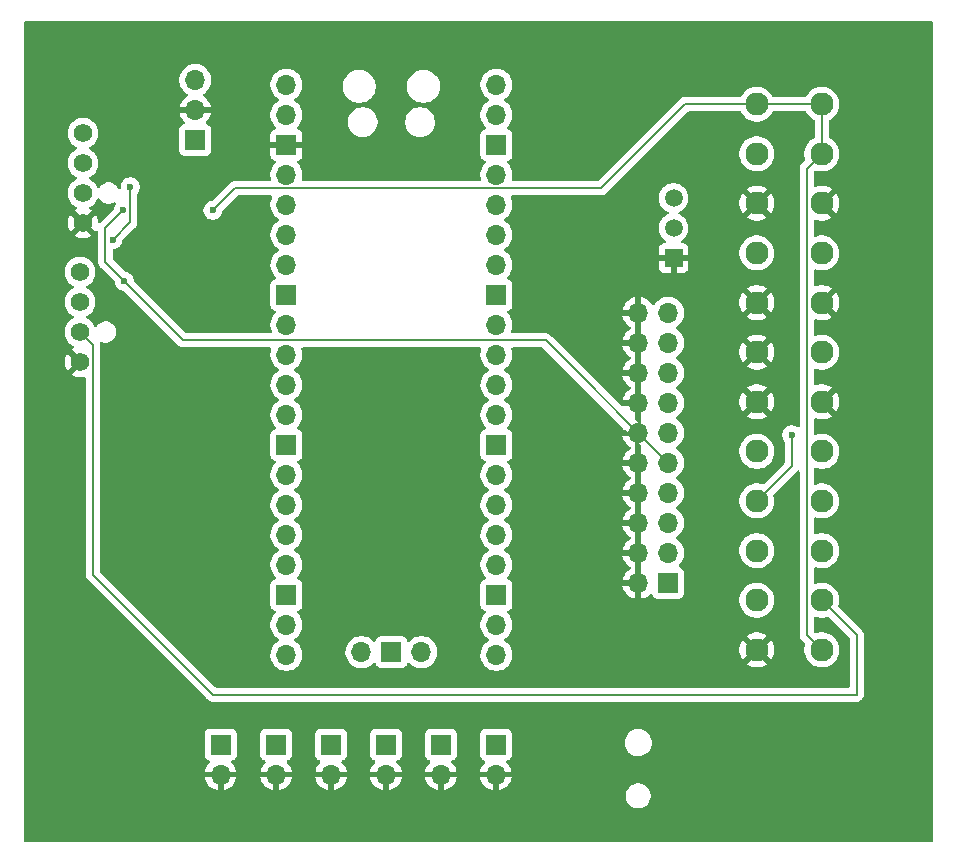
<source format=gbr>
%TF.GenerationSoftware,KiCad,Pcbnew,9.0.0*%
%TF.CreationDate,2025-02-23T12:28:02-06:00*%
%TF.ProjectId,PicoPowerManagement,5069636f-506f-4776-9572-4d616e616765,rev?*%
%TF.SameCoordinates,Original*%
%TF.FileFunction,Copper,L2,Bot*%
%TF.FilePolarity,Positive*%
%FSLAX46Y46*%
G04 Gerber Fmt 4.6, Leading zero omitted, Abs format (unit mm)*
G04 Created by KiCad (PCBNEW 9.0.0) date 2025-02-23 12:28:02*
%MOMM*%
%LPD*%
G01*
G04 APERTURE LIST*
%TA.AperFunction,ComponentPad*%
%ADD10R,1.700000X1.700000*%
%TD*%
%TA.AperFunction,ComponentPad*%
%ADD11O,1.700000X1.700000*%
%TD*%
%TA.AperFunction,ComponentPad*%
%ADD12C,1.955800*%
%TD*%
%TA.AperFunction,ComponentPad*%
%ADD13R,1.500000X1.500000*%
%TD*%
%TA.AperFunction,ComponentPad*%
%ADD14C,1.500000*%
%TD*%
%TA.AperFunction,ComponentPad*%
%ADD15C,1.574800*%
%TD*%
%TA.AperFunction,ViaPad*%
%ADD16C,0.600000*%
%TD*%
%TA.AperFunction,Conductor*%
%ADD17C,0.200000*%
%TD*%
G04 APERTURE END LIST*
D10*
%TO.P,J12,1,Pin_1*%
%TO.N,+5V*%
X133540000Y-103540000D03*
D11*
%TO.P,J12,2,Pin_2*%
%TO.N,GND*%
X131000000Y-103540000D03*
%TO.P,J12,3,Pin_3*%
%TO.N,+5V*%
X133540000Y-101000000D03*
%TO.P,J12,4,Pin_4*%
%TO.N,GND*%
X131000000Y-101000000D03*
%TO.P,J12,5,Pin_5*%
%TO.N,+5V*%
X133540000Y-98460000D03*
%TO.P,J12,6,Pin_6*%
%TO.N,GND*%
X131000000Y-98460000D03*
%TO.P,J12,7,Pin_7*%
%TO.N,+5V*%
X133540000Y-95920000D03*
%TO.P,J12,8,Pin_8*%
%TO.N,GND*%
X131000000Y-95920000D03*
%TO.P,J12,9,Pin_9*%
%TO.N,+5V*%
X133540000Y-93380000D03*
%TO.P,J12,10,Pin_10*%
%TO.N,GND*%
X131000000Y-93380000D03*
%TO.P,J12,11,Pin_11*%
%TO.N,+5V*%
X133540000Y-90840000D03*
%TO.P,J12,12,Pin_12*%
%TO.N,GND*%
X131000000Y-90840000D03*
%TO.P,J12,13,Pin_13*%
%TO.N,+5V*%
X133540000Y-88300000D03*
%TO.P,J12,14,Pin_14*%
%TO.N,GND*%
X131000000Y-88300000D03*
%TO.P,J12,15,Pin_15*%
%TO.N,+5V*%
X133540000Y-85760000D03*
%TO.P,J12,16,Pin_16*%
%TO.N,GND*%
X131000000Y-85760000D03*
%TO.P,J12,17,Pin_17*%
%TO.N,+5V*%
X133540000Y-83220000D03*
%TO.P,J12,18,Pin_18*%
%TO.N,GND*%
X131000000Y-83220000D03*
%TO.P,J12,19,Pin_19*%
%TO.N,+5V*%
X133540000Y-80680000D03*
%TO.P,J12,20,Pin_20*%
%TO.N,GND*%
X131000000Y-80680000D03*
%TD*%
D12*
%TO.P,J11,1,1*%
%TO.N,+3.3V*%
X146550599Y-63004902D03*
%TO.P,J11,2,2*%
X146550599Y-67204902D03*
%TO.P,J11,3,3*%
%TO.N,GND*%
X146550599Y-71404901D03*
%TO.P,J11,4,4*%
%TO.N,+5V*%
X146550599Y-75604900D03*
%TO.P,J11,5,5*%
%TO.N,GND*%
X146550599Y-79804900D03*
%TO.P,J11,6,6*%
%TO.N,+5V*%
X146550599Y-84004899D03*
%TO.P,J11,7,7*%
%TO.N,GND*%
X146550599Y-88204898D03*
%TO.P,J11,8,8*%
%TO.N,/PWR_ON*%
X146550599Y-92404897D03*
%TO.P,J11,9,9*%
%TO.N,/+5VDC_Standby*%
X146550599Y-96604897D03*
%TO.P,J11,10,10*%
%TO.N,+12V*%
X146550599Y-100804896D03*
%TO.P,J11,11,11*%
X146550599Y-105004895D03*
%TO.P,J11,12,12*%
%TO.N,+3.3V*%
X146550599Y-109204894D03*
%TO.P,J11,13,13*%
X141050600Y-63004902D03*
%TO.P,J11,14,14*%
%TO.N,-12V*%
X141050600Y-67204902D03*
%TO.P,J11,15,15*%
%TO.N,GND*%
X141050600Y-71404901D03*
%TO.P,J11,16,16*%
%TO.N,/PS_ON#*%
X141050600Y-75604900D03*
%TO.P,J11,17,17*%
%TO.N,GND*%
X141050600Y-79804900D03*
%TO.P,J11,18,18*%
X141050600Y-84004899D03*
%TO.P,J11,19,19*%
X141050600Y-88204898D03*
%TO.P,J11,20,20*%
%TO.N,unconnected-(J11-Pad20)*%
X141050600Y-92404897D03*
%TO.P,J11,21,21*%
%TO.N,+5V*%
X141050600Y-96604897D03*
%TO.P,J11,22,22*%
X141050600Y-100804896D03*
%TO.P,J11,23,23*%
X141050600Y-105004895D03*
%TO.P,J11,24,24*%
%TO.N,GND*%
X141050600Y-109204894D03*
%TD*%
D10*
%TO.P,J10,1,Pin_1*%
%TO.N,/UART RX*%
X93500000Y-66040000D03*
D11*
%TO.P,J10,2,Pin_2*%
%TO.N,GND*%
X93500000Y-63500000D03*
%TO.P,J10,3,Pin_3*%
%TO.N,/UART TX*%
X93500000Y-60960000D03*
%TD*%
D10*
%TO.P,J3,1,Pin_1*%
%TO.N,/Display_On*%
X100350000Y-117225000D03*
D11*
%TO.P,J3,2,Pin_2*%
%TO.N,GND*%
X100350000Y-119765000D03*
%TD*%
D10*
%TO.P,J4,1,Pin_1*%
%TO.N,/Pi1_On*%
X105000000Y-117225000D03*
D11*
%TO.P,J4,2,Pin_2*%
%TO.N,GND*%
X105000000Y-119765000D03*
%TD*%
D10*
%TO.P,J6,1,Pin_1*%
%TO.N,/Pi4_On*%
X118950000Y-117225000D03*
D11*
%TO.P,J6,2,Pin_2*%
%TO.N,GND*%
X118950000Y-119765000D03*
%TD*%
D10*
%TO.P,SW1,1,A*%
%TO.N,Net-(J2-GPIO15)*%
X95650000Y-117225000D03*
D11*
%TO.P,SW1,2,B*%
%TO.N,GND*%
X95650000Y-119765000D03*
%TD*%
%TO.P,J2,1,GPIO0*%
%TO.N,/UART TX*%
X101220000Y-61370000D03*
%TO.P,J2,2,GPIO1*%
%TO.N,/UART RX*%
X101220000Y-63910000D03*
D10*
%TO.P,J2,3,GND*%
%TO.N,GND*%
X101220000Y-66450000D03*
D11*
%TO.P,J2,4,GPIO2*%
%TO.N,/3v3PWM1*%
X101220000Y-68990000D03*
%TO.P,J2,5,GPIO3*%
%TO.N,unconnected-(J2-GPIO3-Pad5)*%
X101220000Y-71530000D03*
%TO.P,J2,6,GPIO4*%
%TO.N,/3v3PWM2*%
X101220000Y-74070000D03*
%TO.P,J2,7,GPIO5*%
%TO.N,unconnected-(J2-GPIO5-Pad7)*%
X101220000Y-76610000D03*
D10*
%TO.P,J2,8,GND*%
%TO.N,unconnected-(J2-GND-Pad8)*%
X101220000Y-79150000D03*
D11*
%TO.P,J2,9,GPIO6*%
%TO.N,/3v3RPMSignal1*%
X101220000Y-81690000D03*
%TO.P,J2,10,GPIO7*%
%TO.N,unconnected-(J2-GPIO7-Pad10)*%
X101220000Y-84230000D03*
%TO.P,J2,11,GPIO8*%
%TO.N,/3v3RPMSignal2*%
X101220000Y-86770000D03*
%TO.P,J2,12,GPIO9*%
%TO.N,unconnected-(J2-GPIO9-Pad12)*%
X101220000Y-89310000D03*
D10*
%TO.P,J2,13,GND*%
%TO.N,unconnected-(J2-GND-Pad13)*%
X101220000Y-91850000D03*
D11*
%TO.P,J2,14,GPIO10*%
%TO.N,unconnected-(J2-GPIO10-Pad14)*%
X101220000Y-94390000D03*
%TO.P,J2,15,GPIO11*%
%TO.N,unconnected-(J2-GPIO11-Pad15)*%
X101220000Y-96930000D03*
%TO.P,J2,16,GPIO12*%
%TO.N,unconnected-(J2-GPIO12-Pad16)*%
X101220000Y-99470000D03*
%TO.P,J2,17,GPIO13*%
%TO.N,unconnected-(J2-GPIO13-Pad17)*%
X101220000Y-102010000D03*
D10*
%TO.P,J2,18,GND*%
%TO.N,unconnected-(J2-GND-Pad18)*%
X101220000Y-104550000D03*
D11*
%TO.P,J2,19,GPIO14*%
%TO.N,unconnected-(J2-GPIO14-Pad19)*%
X101220000Y-107090000D03*
%TO.P,J2,20,GPIO15*%
%TO.N,Net-(J2-GPIO15)*%
X101220000Y-109630000D03*
%TO.P,J2,21,GPIO16*%
%TO.N,/Display_On*%
X119000000Y-109630000D03*
%TO.P,J2,22,GPIO17*%
%TO.N,/Pi1_On*%
X119000000Y-107090000D03*
D10*
%TO.P,J2,23,GND*%
%TO.N,unconnected-(J2-GND-Pad23)*%
X119000000Y-104550000D03*
D11*
%TO.P,J2,24,GPIO18*%
%TO.N,/Pi2_On*%
X119000000Y-102010000D03*
%TO.P,J2,25,GPIO19*%
%TO.N,/Pi3_On*%
X119000000Y-99470000D03*
%TO.P,J2,26,GPIO20*%
%TO.N,/Pi4_On*%
X119000000Y-96930000D03*
%TO.P,J2,27,GPIO21*%
%TO.N,/PSU_ON*%
X119000000Y-94390000D03*
D10*
%TO.P,J2,28,GND*%
%TO.N,unconnected-(J2-GND-Pad28)*%
X119000000Y-91850000D03*
D11*
%TO.P,J2,29,GPIO22*%
%TO.N,unconnected-(J2-GPIO22-Pad29)*%
X119000000Y-89310000D03*
%TO.P,J2,30,RUN*%
%TO.N,unconnected-(J2-RUN-Pad30)*%
X119000000Y-86770000D03*
%TO.P,J2,31,GPIO26_ADC0*%
%TO.N,unconnected-(J2-GPIO26_ADC0-Pad31)*%
X119000000Y-84230000D03*
%TO.P,J2,32,GPIO27_ADC1*%
%TO.N,unconnected-(J2-GPIO27_ADC1-Pad32)*%
X119000000Y-81690000D03*
D10*
%TO.P,J2,33,AGND*%
%TO.N,unconnected-(J2-AGND-Pad33)*%
X119000000Y-79150000D03*
D11*
%TO.P,J2,34,GPIO28_ADC2*%
%TO.N,unconnected-(J2-GPIO28_ADC2-Pad34)*%
X119000000Y-76610000D03*
%TO.P,J2,35,ADC_VREF*%
%TO.N,unconnected-(J2-ADC_VREF-Pad35)*%
X119000000Y-74070000D03*
%TO.P,J2,36,3V3*%
%TO.N,unconnected-(J2-3V3-Pad36)*%
X119000000Y-71530000D03*
%TO.P,J2,37,3V3_EN*%
%TO.N,unconnected-(J2-3V3_EN-Pad37)*%
X119000000Y-68990000D03*
D10*
%TO.P,J2,38,GND*%
%TO.N,unconnected-(J2-GND-Pad38)*%
X119000000Y-66450000D03*
D11*
%TO.P,J2,39,VSYS*%
%TO.N,/+5VDC_Standby*%
X119000000Y-63910000D03*
%TO.P,J2,40,VBUS*%
%TO.N,unconnected-(J2-VBUS-Pad40)_1*%
X119000000Y-61370000D03*
%TO.P,J2,41,SWCLK*%
%TO.N,unconnected-(J2-SWCLK-Pad41)*%
X107570000Y-109400000D03*
D10*
%TO.P,J2,42,GND*%
%TO.N,unconnected-(J2-GND-Pad42)*%
X110110000Y-109400000D03*
D11*
%TO.P,J2,43,SWDIO*%
%TO.N,unconnected-(J2-SWDIO-Pad43)*%
X112650000Y-109400000D03*
%TD*%
D10*
%TO.P,J9,1,Pin_1*%
%TO.N,/Pi3_On*%
X114300000Y-117225000D03*
D11*
%TO.P,J9,2,Pin_2*%
%TO.N,GND*%
X114300000Y-119765000D03*
%TD*%
D10*
%TO.P,J5,1,Pin_1*%
%TO.N,/Pi2_On*%
X109650000Y-117225000D03*
D11*
%TO.P,J5,2,Pin_2*%
%TO.N,GND*%
X109650000Y-119765000D03*
%TD*%
D13*
%TO.P,Q1,1,E*%
%TO.N,GND*%
X134000000Y-76040000D03*
D14*
%TO.P,Q1,2,B*%
%TO.N,/PSU_ON*%
X134000000Y-73500000D03*
%TO.P,Q1,3,C*%
%TO.N,/PS_ON#*%
X134000000Y-70960000D03*
%TD*%
D15*
%TO.P,J8,1,1*%
%TO.N,/5V PWM2*%
X83746150Y-77223400D03*
%TO.P,J8,2,2*%
%TO.N,/RPM Signal2*%
X83746150Y-79763400D03*
%TO.P,J8,3,3*%
%TO.N,+12V*%
X83746150Y-82303400D03*
%TO.P,J8,4,4*%
%TO.N,GND*%
X83746150Y-84843400D03*
%TD*%
%TO.P,J7,1,1*%
%TO.N,/5V PWM1*%
X84000000Y-65460000D03*
%TO.P,J7,2,2*%
%TO.N,/RPM Signal1*%
X84000000Y-68000000D03*
%TO.P,J7,3,3*%
%TO.N,+12V*%
X84000000Y-70540000D03*
%TO.P,J7,4,4*%
%TO.N,GND*%
X84000000Y-73080000D03*
%TD*%
D16*
%TO.N,+5V*%
X87500000Y-78000000D03*
X144000000Y-91000000D03*
X87400000Y-72000000D03*
%TO.N,+3.3V*%
X95000000Y-72000000D03*
%TO.N,/5V PWM2*%
X88000000Y-70000000D03*
X86500000Y-74500000D03*
%TD*%
D17*
%TO.N,+3.3V*%
X134995098Y-63004902D02*
X141050600Y-63004902D01*
X127860000Y-70140000D02*
X134995098Y-63004902D01*
X96860000Y-70140000D02*
X127860000Y-70140000D01*
X95000000Y-72000000D02*
X96860000Y-70140000D01*
%TO.N,+5V*%
X87400000Y-72000000D02*
X85900000Y-73500000D01*
X133540000Y-93380000D02*
X123160000Y-83000000D01*
X92500000Y-83000000D02*
X87500000Y-78000000D01*
X144000000Y-91000000D02*
X144000000Y-93655497D01*
X144000000Y-93655497D02*
X141050600Y-96604897D01*
X85900000Y-76400000D02*
X87500000Y-78000000D01*
X85900000Y-73500000D02*
X85900000Y-76400000D01*
X123160000Y-83000000D02*
X92500000Y-83000000D01*
%TO.N,+3.3V*%
X141050600Y-63004902D02*
X146550599Y-63004902D01*
X145272699Y-107926994D02*
X145272699Y-68482802D01*
X146550599Y-63004902D02*
X146550599Y-67204902D01*
X145272699Y-68482802D02*
X146550599Y-67204902D01*
X146550599Y-109204894D02*
X145272699Y-107926994D01*
%TO.N,+12V*%
X149500000Y-107954296D02*
X146550599Y-105004895D01*
X84833550Y-102833550D02*
X95000000Y-113000000D01*
X95000000Y-113000000D02*
X149500000Y-113000000D01*
X83746150Y-82303400D02*
X84833550Y-83390800D01*
X149500000Y-113000000D02*
X149500000Y-107954296D01*
X84833550Y-83390800D02*
X84833550Y-102833550D01*
%TO.N,/5V PWM2*%
X86500000Y-74500000D02*
X88000000Y-73000000D01*
X88000000Y-73000000D02*
X88000000Y-70000000D01*
%TD*%
%TA.AperFunction,Conductor*%
%TO.N,GND*%
G36*
X131250000Y-103106988D02*
G01*
X131192993Y-103074075D01*
X131065826Y-103040000D01*
X130934174Y-103040000D01*
X130807007Y-103074075D01*
X130750000Y-103106988D01*
X130750000Y-101433012D01*
X130807007Y-101465925D01*
X130934174Y-101500000D01*
X131065826Y-101500000D01*
X131192993Y-101465925D01*
X131250000Y-101433012D01*
X131250000Y-103106988D01*
G37*
%TD.AperFunction*%
%TA.AperFunction,Conductor*%
G36*
X131250000Y-100566988D02*
G01*
X131192993Y-100534075D01*
X131065826Y-100500000D01*
X130934174Y-100500000D01*
X130807007Y-100534075D01*
X130750000Y-100566988D01*
X130750000Y-98893012D01*
X130807007Y-98925925D01*
X130934174Y-98960000D01*
X131065826Y-98960000D01*
X131192993Y-98925925D01*
X131250000Y-98893012D01*
X131250000Y-100566988D01*
G37*
%TD.AperFunction*%
%TA.AperFunction,Conductor*%
G36*
X131250000Y-98026988D02*
G01*
X131192993Y-97994075D01*
X131065826Y-97960000D01*
X130934174Y-97960000D01*
X130807007Y-97994075D01*
X130750000Y-98026988D01*
X130750000Y-96353012D01*
X130807007Y-96385925D01*
X130934174Y-96420000D01*
X131065826Y-96420000D01*
X131192993Y-96385925D01*
X131250000Y-96353012D01*
X131250000Y-98026988D01*
G37*
%TD.AperFunction*%
%TA.AperFunction,Conductor*%
G36*
X131250000Y-95486988D02*
G01*
X131192993Y-95454075D01*
X131065826Y-95420000D01*
X130934174Y-95420000D01*
X130807007Y-95454075D01*
X130750000Y-95486988D01*
X130750000Y-93813012D01*
X130807007Y-93845925D01*
X130934174Y-93880000D01*
X131065826Y-93880000D01*
X131192993Y-93845925D01*
X131250000Y-93813012D01*
X131250000Y-95486988D01*
G37*
%TD.AperFunction*%
%TA.AperFunction,Conductor*%
G36*
X130955203Y-91644884D02*
G01*
X130961681Y-91650916D01*
X131213681Y-91902916D01*
X131247166Y-91964239D01*
X131250000Y-91990597D01*
X131250000Y-92946988D01*
X131192993Y-92914075D01*
X131065826Y-92880000D01*
X130934174Y-92880000D01*
X130807007Y-92914075D01*
X130750000Y-92946988D01*
X130750000Y-91738597D01*
X130769685Y-91671558D01*
X130822489Y-91625803D01*
X130891647Y-91615859D01*
X130955203Y-91644884D01*
G37*
%TD.AperFunction*%
%TA.AperFunction,Conductor*%
G36*
X131250000Y-89941402D02*
G01*
X131230315Y-90008441D01*
X131177511Y-90054196D01*
X131108353Y-90064140D01*
X131044797Y-90035115D01*
X131038319Y-90029083D01*
X130786319Y-89777083D01*
X130752834Y-89715760D01*
X130750000Y-89689402D01*
X130750000Y-88733012D01*
X130807007Y-88765925D01*
X130934174Y-88800000D01*
X131065826Y-88800000D01*
X131192993Y-88765925D01*
X131250000Y-88733012D01*
X131250000Y-89941402D01*
G37*
%TD.AperFunction*%
%TA.AperFunction,Conductor*%
G36*
X131250000Y-87866988D02*
G01*
X131192993Y-87834075D01*
X131065826Y-87800000D01*
X130934174Y-87800000D01*
X130807007Y-87834075D01*
X130750000Y-87866988D01*
X130750000Y-86193012D01*
X130807007Y-86225925D01*
X130934174Y-86260000D01*
X131065826Y-86260000D01*
X131192993Y-86225925D01*
X131250000Y-86193012D01*
X131250000Y-87866988D01*
G37*
%TD.AperFunction*%
%TA.AperFunction,Conductor*%
G36*
X131250000Y-85326988D02*
G01*
X131192993Y-85294075D01*
X131065826Y-85260000D01*
X130934174Y-85260000D01*
X130807007Y-85294075D01*
X130750000Y-85326988D01*
X130750000Y-83653012D01*
X130807007Y-83685925D01*
X130934174Y-83720000D01*
X131065826Y-83720000D01*
X131192993Y-83685925D01*
X131250000Y-83653012D01*
X131250000Y-85326988D01*
G37*
%TD.AperFunction*%
%TA.AperFunction,Conductor*%
G36*
X131250000Y-82786988D02*
G01*
X131192993Y-82754075D01*
X131065826Y-82720000D01*
X130934174Y-82720000D01*
X130807007Y-82754075D01*
X130750000Y-82786988D01*
X130750000Y-81113012D01*
X130807007Y-81145925D01*
X130934174Y-81180000D01*
X131065826Y-81180000D01*
X131192993Y-81145925D01*
X131250000Y-81113012D01*
X131250000Y-82786988D01*
G37*
%TD.AperFunction*%
%TA.AperFunction,Conductor*%
G36*
X85373107Y-70993969D02*
G01*
X85404764Y-71026427D01*
X85462322Y-71112568D01*
X85462325Y-71112572D01*
X85587427Y-71237674D01*
X85587431Y-71237677D01*
X85734543Y-71335975D01*
X85734544Y-71335975D01*
X85734545Y-71335976D01*
X85734547Y-71335977D01*
X85838424Y-71379004D01*
X85898005Y-71403683D01*
X86071530Y-71438199D01*
X86071534Y-71438200D01*
X86071535Y-71438200D01*
X86248466Y-71438200D01*
X86248467Y-71438199D01*
X86421995Y-71403683D01*
X86585457Y-71335975D01*
X86600924Y-71325639D01*
X86667598Y-71304761D01*
X86734978Y-71323243D01*
X86781670Y-71375221D01*
X86792849Y-71444191D01*
X86772917Y-71497631D01*
X86690612Y-71620809D01*
X86690602Y-71620827D01*
X86630264Y-71766498D01*
X86630261Y-71766508D01*
X86599361Y-71921850D01*
X86566976Y-71983761D01*
X86565425Y-71985339D01*
X85531285Y-73019478D01*
X85531284Y-73019480D01*
X85511738Y-73039026D01*
X85498364Y-73052400D01*
X85437040Y-73085884D01*
X85367349Y-73080898D01*
X85311416Y-73039026D01*
X85290351Y-72983144D01*
X85288162Y-72983491D01*
X85255700Y-72778536D01*
X85193078Y-72585807D01*
X85101082Y-72405254D01*
X85070453Y-72363099D01*
X84510233Y-72923318D01*
X84497050Y-72874115D01*
X84426826Y-72752485D01*
X84327515Y-72653174D01*
X84205885Y-72582950D01*
X84156680Y-72569765D01*
X84716900Y-72009546D01*
X84716899Y-72009545D01*
X84674744Y-71978916D01*
X84560615Y-71920765D01*
X84509819Y-71872790D01*
X84493024Y-71804969D01*
X84515561Y-71738835D01*
X84560613Y-71699796D01*
X84675006Y-71641510D01*
X84721081Y-71608035D01*
X84839004Y-71522360D01*
X84839006Y-71522357D01*
X84839010Y-71522355D01*
X84982355Y-71379010D01*
X84982357Y-71379006D01*
X84982360Y-71379004D01*
X85090425Y-71230263D01*
X85101510Y-71215006D01*
X85191178Y-71039022D01*
X85239151Y-70988227D01*
X85306972Y-70971432D01*
X85373107Y-70993969D01*
G37*
%TD.AperFunction*%
%TA.AperFunction,Conductor*%
G36*
X155942539Y-56020185D02*
G01*
X155988294Y-56072989D01*
X155999500Y-56124500D01*
X155999500Y-125375500D01*
X155979815Y-125442539D01*
X155927011Y-125488294D01*
X155875500Y-125499500D01*
X79124500Y-125499500D01*
X79057461Y-125479815D01*
X79011706Y-125427011D01*
X79000500Y-125375500D01*
X79000500Y-121471530D01*
X129949500Y-121471530D01*
X129949500Y-121678469D01*
X129989868Y-121881412D01*
X129989870Y-121881420D01*
X130069058Y-122072596D01*
X130184024Y-122244657D01*
X130330342Y-122390975D01*
X130330345Y-122390977D01*
X130502402Y-122505941D01*
X130693580Y-122585130D01*
X130896530Y-122625499D01*
X130896534Y-122625500D01*
X130896535Y-122625500D01*
X131103466Y-122625500D01*
X131103467Y-122625499D01*
X131306420Y-122585130D01*
X131497598Y-122505941D01*
X131669655Y-122390977D01*
X131815977Y-122244655D01*
X131930941Y-122072598D01*
X132010130Y-121881420D01*
X132050500Y-121678465D01*
X132050500Y-121471535D01*
X132010130Y-121268580D01*
X131930941Y-121077402D01*
X131815977Y-120905345D01*
X131815975Y-120905342D01*
X131669657Y-120759024D01*
X131498204Y-120644464D01*
X131497598Y-120644059D01*
X131306420Y-120564870D01*
X131306412Y-120564868D01*
X131103469Y-120524500D01*
X131103465Y-120524500D01*
X130896535Y-120524500D01*
X130896530Y-120524500D01*
X130693587Y-120564868D01*
X130693579Y-120564870D01*
X130502403Y-120644058D01*
X130330342Y-120759024D01*
X130184024Y-120905342D01*
X130069058Y-121077403D01*
X129989870Y-121268579D01*
X129989868Y-121268587D01*
X129949500Y-121471530D01*
X79000500Y-121471530D01*
X79000500Y-116327135D01*
X94299500Y-116327135D01*
X94299500Y-118122870D01*
X94299501Y-118122876D01*
X94305908Y-118182483D01*
X94356202Y-118317328D01*
X94356206Y-118317335D01*
X94442452Y-118432544D01*
X94442455Y-118432547D01*
X94557664Y-118518793D01*
X94557671Y-118518797D01*
X94557674Y-118518798D01*
X94689598Y-118568002D01*
X94745531Y-118609873D01*
X94769949Y-118675337D01*
X94755098Y-118743610D01*
X94733947Y-118771865D01*
X94620271Y-118885541D01*
X94495379Y-119057442D01*
X94398904Y-119246782D01*
X94333242Y-119448870D01*
X94333242Y-119448873D01*
X94322769Y-119515000D01*
X95216988Y-119515000D01*
X95184075Y-119572007D01*
X95150000Y-119699174D01*
X95150000Y-119830826D01*
X95184075Y-119957993D01*
X95216988Y-120015000D01*
X94322769Y-120015000D01*
X94333242Y-120081126D01*
X94333242Y-120081129D01*
X94398904Y-120283217D01*
X94495379Y-120472557D01*
X94620272Y-120644459D01*
X94620276Y-120644464D01*
X94770535Y-120794723D01*
X94770540Y-120794727D01*
X94942442Y-120919620D01*
X95131782Y-121016095D01*
X95333871Y-121081757D01*
X95400000Y-121092231D01*
X95400000Y-120198012D01*
X95457007Y-120230925D01*
X95584174Y-120265000D01*
X95715826Y-120265000D01*
X95842993Y-120230925D01*
X95900000Y-120198012D01*
X95900000Y-121092230D01*
X95966126Y-121081757D01*
X95966129Y-121081757D01*
X96168217Y-121016095D01*
X96357557Y-120919620D01*
X96529459Y-120794727D01*
X96529464Y-120794723D01*
X96679723Y-120644464D01*
X96679727Y-120644459D01*
X96804620Y-120472557D01*
X96901095Y-120283217D01*
X96966757Y-120081129D01*
X96966757Y-120081126D01*
X96977231Y-120015000D01*
X96083012Y-120015000D01*
X96115925Y-119957993D01*
X96150000Y-119830826D01*
X96150000Y-119699174D01*
X96115925Y-119572007D01*
X96083012Y-119515000D01*
X96977231Y-119515000D01*
X96966757Y-119448873D01*
X96966757Y-119448870D01*
X96901095Y-119246782D01*
X96804620Y-119057442D01*
X96679727Y-118885540D01*
X96679723Y-118885535D01*
X96566053Y-118771865D01*
X96532568Y-118710542D01*
X96537552Y-118640850D01*
X96579424Y-118584917D01*
X96610400Y-118568002D01*
X96742331Y-118518796D01*
X96857546Y-118432546D01*
X96943796Y-118317331D01*
X96994091Y-118182483D01*
X97000500Y-118122873D01*
X97000499Y-116327135D01*
X98999500Y-116327135D01*
X98999500Y-118122870D01*
X98999501Y-118122876D01*
X99005908Y-118182483D01*
X99056202Y-118317328D01*
X99056206Y-118317335D01*
X99142452Y-118432544D01*
X99142455Y-118432547D01*
X99257664Y-118518793D01*
X99257671Y-118518797D01*
X99257674Y-118518798D01*
X99389598Y-118568002D01*
X99445531Y-118609873D01*
X99469949Y-118675337D01*
X99455098Y-118743610D01*
X99433947Y-118771865D01*
X99320271Y-118885541D01*
X99195379Y-119057442D01*
X99098904Y-119246782D01*
X99033242Y-119448870D01*
X99033242Y-119448873D01*
X99022769Y-119515000D01*
X99916988Y-119515000D01*
X99884075Y-119572007D01*
X99850000Y-119699174D01*
X99850000Y-119830826D01*
X99884075Y-119957993D01*
X99916988Y-120015000D01*
X99022769Y-120015000D01*
X99033242Y-120081126D01*
X99033242Y-120081129D01*
X99098904Y-120283217D01*
X99195379Y-120472557D01*
X99320272Y-120644459D01*
X99320276Y-120644464D01*
X99470535Y-120794723D01*
X99470540Y-120794727D01*
X99642442Y-120919620D01*
X99831782Y-121016095D01*
X100033871Y-121081757D01*
X100100000Y-121092231D01*
X100100000Y-120198012D01*
X100157007Y-120230925D01*
X100284174Y-120265000D01*
X100415826Y-120265000D01*
X100542993Y-120230925D01*
X100600000Y-120198012D01*
X100600000Y-121092230D01*
X100666126Y-121081757D01*
X100666129Y-121081757D01*
X100868217Y-121016095D01*
X101057557Y-120919620D01*
X101229459Y-120794727D01*
X101229464Y-120794723D01*
X101379723Y-120644464D01*
X101379727Y-120644459D01*
X101504620Y-120472557D01*
X101601095Y-120283217D01*
X101666757Y-120081129D01*
X101666757Y-120081126D01*
X101677231Y-120015000D01*
X100783012Y-120015000D01*
X100815925Y-119957993D01*
X100850000Y-119830826D01*
X100850000Y-119699174D01*
X100815925Y-119572007D01*
X100783012Y-119515000D01*
X101677231Y-119515000D01*
X101666757Y-119448873D01*
X101666757Y-119448870D01*
X101601095Y-119246782D01*
X101504620Y-119057442D01*
X101379727Y-118885540D01*
X101379723Y-118885535D01*
X101266053Y-118771865D01*
X101232568Y-118710542D01*
X101237552Y-118640850D01*
X101279424Y-118584917D01*
X101310400Y-118568002D01*
X101442331Y-118518796D01*
X101557546Y-118432546D01*
X101643796Y-118317331D01*
X101694091Y-118182483D01*
X101700500Y-118122873D01*
X101700499Y-116327135D01*
X103649500Y-116327135D01*
X103649500Y-118122870D01*
X103649501Y-118122876D01*
X103655908Y-118182483D01*
X103706202Y-118317328D01*
X103706206Y-118317335D01*
X103792452Y-118432544D01*
X103792455Y-118432547D01*
X103907664Y-118518793D01*
X103907671Y-118518797D01*
X103907674Y-118518798D01*
X104039598Y-118568002D01*
X104095531Y-118609873D01*
X104119949Y-118675337D01*
X104105098Y-118743610D01*
X104083947Y-118771865D01*
X103970271Y-118885541D01*
X103845379Y-119057442D01*
X103748904Y-119246782D01*
X103683242Y-119448870D01*
X103683242Y-119448873D01*
X103672769Y-119515000D01*
X104566988Y-119515000D01*
X104534075Y-119572007D01*
X104500000Y-119699174D01*
X104500000Y-119830826D01*
X104534075Y-119957993D01*
X104566988Y-120015000D01*
X103672769Y-120015000D01*
X103683242Y-120081126D01*
X103683242Y-120081129D01*
X103748904Y-120283217D01*
X103845379Y-120472557D01*
X103970272Y-120644459D01*
X103970276Y-120644464D01*
X104120535Y-120794723D01*
X104120540Y-120794727D01*
X104292442Y-120919620D01*
X104481782Y-121016095D01*
X104683871Y-121081757D01*
X104750000Y-121092231D01*
X104750000Y-120198012D01*
X104807007Y-120230925D01*
X104934174Y-120265000D01*
X105065826Y-120265000D01*
X105192993Y-120230925D01*
X105250000Y-120198012D01*
X105250000Y-121092230D01*
X105316126Y-121081757D01*
X105316129Y-121081757D01*
X105518217Y-121016095D01*
X105707557Y-120919620D01*
X105879459Y-120794727D01*
X105879464Y-120794723D01*
X106029723Y-120644464D01*
X106029727Y-120644459D01*
X106154620Y-120472557D01*
X106251095Y-120283217D01*
X106316757Y-120081129D01*
X106316757Y-120081126D01*
X106327231Y-120015000D01*
X105433012Y-120015000D01*
X105465925Y-119957993D01*
X105500000Y-119830826D01*
X105500000Y-119699174D01*
X105465925Y-119572007D01*
X105433012Y-119515000D01*
X106327231Y-119515000D01*
X106316757Y-119448873D01*
X106316757Y-119448870D01*
X106251095Y-119246782D01*
X106154620Y-119057442D01*
X106029727Y-118885540D01*
X106029723Y-118885535D01*
X105916053Y-118771865D01*
X105882568Y-118710542D01*
X105887552Y-118640850D01*
X105929424Y-118584917D01*
X105960400Y-118568002D01*
X106092331Y-118518796D01*
X106207546Y-118432546D01*
X106293796Y-118317331D01*
X106344091Y-118182483D01*
X106350500Y-118122873D01*
X106350499Y-116327135D01*
X108299500Y-116327135D01*
X108299500Y-118122870D01*
X108299501Y-118122876D01*
X108305908Y-118182483D01*
X108356202Y-118317328D01*
X108356206Y-118317335D01*
X108442452Y-118432544D01*
X108442455Y-118432547D01*
X108557664Y-118518793D01*
X108557671Y-118518797D01*
X108557674Y-118518798D01*
X108689598Y-118568002D01*
X108745531Y-118609873D01*
X108769949Y-118675337D01*
X108755098Y-118743610D01*
X108733947Y-118771865D01*
X108620271Y-118885541D01*
X108495379Y-119057442D01*
X108398904Y-119246782D01*
X108333242Y-119448870D01*
X108333242Y-119448873D01*
X108322769Y-119515000D01*
X109216988Y-119515000D01*
X109184075Y-119572007D01*
X109150000Y-119699174D01*
X109150000Y-119830826D01*
X109184075Y-119957993D01*
X109216988Y-120015000D01*
X108322769Y-120015000D01*
X108333242Y-120081126D01*
X108333242Y-120081129D01*
X108398904Y-120283217D01*
X108495379Y-120472557D01*
X108620272Y-120644459D01*
X108620276Y-120644464D01*
X108770535Y-120794723D01*
X108770540Y-120794727D01*
X108942442Y-120919620D01*
X109131782Y-121016095D01*
X109333871Y-121081757D01*
X109400000Y-121092231D01*
X109400000Y-120198012D01*
X109457007Y-120230925D01*
X109584174Y-120265000D01*
X109715826Y-120265000D01*
X109842993Y-120230925D01*
X109900000Y-120198012D01*
X109900000Y-121092231D01*
X109966126Y-121081757D01*
X109966129Y-121081757D01*
X110168217Y-121016095D01*
X110357557Y-120919620D01*
X110529459Y-120794727D01*
X110529464Y-120794723D01*
X110679723Y-120644464D01*
X110679727Y-120644459D01*
X110804620Y-120472557D01*
X110901095Y-120283217D01*
X110966757Y-120081129D01*
X110966757Y-120081126D01*
X110977231Y-120015000D01*
X110083012Y-120015000D01*
X110115925Y-119957993D01*
X110150000Y-119830826D01*
X110150000Y-119699174D01*
X110115925Y-119572007D01*
X110083012Y-119515000D01*
X110977231Y-119515000D01*
X110966757Y-119448873D01*
X110966757Y-119448870D01*
X110901095Y-119246782D01*
X110804620Y-119057442D01*
X110679727Y-118885540D01*
X110679723Y-118885535D01*
X110566053Y-118771865D01*
X110532568Y-118710542D01*
X110537552Y-118640850D01*
X110579424Y-118584917D01*
X110610400Y-118568002D01*
X110742331Y-118518796D01*
X110857546Y-118432546D01*
X110943796Y-118317331D01*
X110994091Y-118182483D01*
X111000500Y-118122873D01*
X111000499Y-116327135D01*
X112949500Y-116327135D01*
X112949500Y-118122870D01*
X112949501Y-118122876D01*
X112955908Y-118182483D01*
X113006202Y-118317328D01*
X113006206Y-118317335D01*
X113092452Y-118432544D01*
X113092455Y-118432547D01*
X113207664Y-118518793D01*
X113207671Y-118518797D01*
X113207674Y-118518798D01*
X113339598Y-118568002D01*
X113395531Y-118609873D01*
X113419949Y-118675337D01*
X113405098Y-118743610D01*
X113383947Y-118771865D01*
X113270271Y-118885541D01*
X113145379Y-119057442D01*
X113048904Y-119246782D01*
X112983242Y-119448870D01*
X112983242Y-119448873D01*
X112972769Y-119515000D01*
X113866988Y-119515000D01*
X113834075Y-119572007D01*
X113800000Y-119699174D01*
X113800000Y-119830826D01*
X113834075Y-119957993D01*
X113866988Y-120015000D01*
X112972769Y-120015000D01*
X112983242Y-120081126D01*
X112983242Y-120081129D01*
X113048904Y-120283217D01*
X113145379Y-120472557D01*
X113270272Y-120644459D01*
X113270276Y-120644464D01*
X113420535Y-120794723D01*
X113420540Y-120794727D01*
X113592442Y-120919620D01*
X113781782Y-121016095D01*
X113983871Y-121081757D01*
X114050000Y-121092231D01*
X114050000Y-120198012D01*
X114107007Y-120230925D01*
X114234174Y-120265000D01*
X114365826Y-120265000D01*
X114492993Y-120230925D01*
X114550000Y-120198012D01*
X114550000Y-121092230D01*
X114616126Y-121081757D01*
X114616129Y-121081757D01*
X114818217Y-121016095D01*
X115007557Y-120919620D01*
X115179459Y-120794727D01*
X115179464Y-120794723D01*
X115329723Y-120644464D01*
X115329727Y-120644459D01*
X115454620Y-120472557D01*
X115551095Y-120283217D01*
X115616757Y-120081129D01*
X115616757Y-120081126D01*
X115627231Y-120015000D01*
X114733012Y-120015000D01*
X114765925Y-119957993D01*
X114800000Y-119830826D01*
X114800000Y-119699174D01*
X114765925Y-119572007D01*
X114733012Y-119515000D01*
X115627231Y-119515000D01*
X115616757Y-119448873D01*
X115616757Y-119448870D01*
X115551095Y-119246782D01*
X115454620Y-119057442D01*
X115329727Y-118885540D01*
X115329723Y-118885535D01*
X115216053Y-118771865D01*
X115182568Y-118710542D01*
X115187552Y-118640850D01*
X115229424Y-118584917D01*
X115260400Y-118568002D01*
X115392331Y-118518796D01*
X115507546Y-118432546D01*
X115593796Y-118317331D01*
X115644091Y-118182483D01*
X115650500Y-118122873D01*
X115650499Y-116327135D01*
X117599500Y-116327135D01*
X117599500Y-118122870D01*
X117599501Y-118122876D01*
X117605908Y-118182483D01*
X117656202Y-118317328D01*
X117656206Y-118317335D01*
X117742452Y-118432544D01*
X117742455Y-118432547D01*
X117857664Y-118518793D01*
X117857671Y-118518797D01*
X117857674Y-118518798D01*
X117989598Y-118568002D01*
X118045531Y-118609873D01*
X118069949Y-118675337D01*
X118055098Y-118743610D01*
X118033947Y-118771865D01*
X117920271Y-118885541D01*
X117795379Y-119057442D01*
X117698904Y-119246782D01*
X117633242Y-119448870D01*
X117633242Y-119448873D01*
X117622769Y-119515000D01*
X118516988Y-119515000D01*
X118484075Y-119572007D01*
X118450000Y-119699174D01*
X118450000Y-119830826D01*
X118484075Y-119957993D01*
X118516988Y-120015000D01*
X117622769Y-120015000D01*
X117633242Y-120081126D01*
X117633242Y-120081129D01*
X117698904Y-120283217D01*
X117795379Y-120472557D01*
X117920272Y-120644459D01*
X117920276Y-120644464D01*
X118070535Y-120794723D01*
X118070540Y-120794727D01*
X118242442Y-120919620D01*
X118431782Y-121016095D01*
X118633871Y-121081757D01*
X118700000Y-121092231D01*
X118700000Y-120198012D01*
X118757007Y-120230925D01*
X118884174Y-120265000D01*
X119015826Y-120265000D01*
X119142993Y-120230925D01*
X119200000Y-120198012D01*
X119200000Y-121092230D01*
X119266126Y-121081757D01*
X119266129Y-121081757D01*
X119468217Y-121016095D01*
X119657557Y-120919620D01*
X119829459Y-120794727D01*
X119829464Y-120794723D01*
X119979723Y-120644464D01*
X119979727Y-120644459D01*
X120104620Y-120472557D01*
X120201095Y-120283217D01*
X120266757Y-120081129D01*
X120266757Y-120081126D01*
X120277231Y-120015000D01*
X119383012Y-120015000D01*
X119415925Y-119957993D01*
X119450000Y-119830826D01*
X119450000Y-119699174D01*
X119415925Y-119572007D01*
X119383012Y-119515000D01*
X120277231Y-119515000D01*
X120266757Y-119448873D01*
X120266757Y-119448870D01*
X120201095Y-119246782D01*
X120104620Y-119057442D01*
X119979727Y-118885540D01*
X119979723Y-118885535D01*
X119866053Y-118771865D01*
X119832568Y-118710542D01*
X119837552Y-118640850D01*
X119879424Y-118584917D01*
X119910400Y-118568002D01*
X120042331Y-118518796D01*
X120157546Y-118432546D01*
X120243796Y-118317331D01*
X120294091Y-118182483D01*
X120300500Y-118122873D01*
X120300499Y-116984448D01*
X129849500Y-116984448D01*
X129849500Y-117165551D01*
X129877829Y-117344410D01*
X129933787Y-117516636D01*
X129933788Y-117516639D01*
X130016006Y-117677997D01*
X130122441Y-117824494D01*
X130122445Y-117824499D01*
X130250500Y-117952554D01*
X130250505Y-117952558D01*
X130378287Y-118045396D01*
X130397006Y-118058996D01*
X130502484Y-118112740D01*
X130558360Y-118141211D01*
X130558363Y-118141212D01*
X130644476Y-118169191D01*
X130730591Y-118197171D01*
X130813429Y-118210291D01*
X130909449Y-118225500D01*
X130909454Y-118225500D01*
X131090551Y-118225500D01*
X131177259Y-118211765D01*
X131269409Y-118197171D01*
X131441639Y-118141211D01*
X131602994Y-118058996D01*
X131749501Y-117952553D01*
X131877553Y-117824501D01*
X131983996Y-117677994D01*
X132066211Y-117516639D01*
X132122171Y-117344409D01*
X132136765Y-117252259D01*
X132150500Y-117165551D01*
X132150500Y-116984448D01*
X132134019Y-116880397D01*
X132122171Y-116805591D01*
X132066211Y-116633361D01*
X132066211Y-116633360D01*
X132037740Y-116577484D01*
X131983996Y-116472006D01*
X131878742Y-116327135D01*
X131877558Y-116325505D01*
X131877554Y-116325500D01*
X131749499Y-116197445D01*
X131749494Y-116197441D01*
X131602997Y-116091006D01*
X131602996Y-116091005D01*
X131602994Y-116091004D01*
X131551300Y-116064664D01*
X131441639Y-116008788D01*
X131441636Y-116008787D01*
X131269410Y-115952829D01*
X131090551Y-115924500D01*
X131090546Y-115924500D01*
X130909454Y-115924500D01*
X130909449Y-115924500D01*
X130730589Y-115952829D01*
X130558363Y-116008787D01*
X130558360Y-116008788D01*
X130397002Y-116091006D01*
X130250505Y-116197441D01*
X130250500Y-116197445D01*
X130122445Y-116325500D01*
X130122441Y-116325505D01*
X130016006Y-116472002D01*
X129933788Y-116633360D01*
X129933787Y-116633363D01*
X129877829Y-116805589D01*
X129849500Y-116984448D01*
X120300499Y-116984448D01*
X120300499Y-116327128D01*
X120294091Y-116267517D01*
X120267954Y-116197441D01*
X120243797Y-116132671D01*
X120243793Y-116132664D01*
X120157547Y-116017455D01*
X120157544Y-116017452D01*
X120042335Y-115931206D01*
X120042328Y-115931202D01*
X119907482Y-115880908D01*
X119907483Y-115880908D01*
X119847883Y-115874501D01*
X119847881Y-115874500D01*
X119847873Y-115874500D01*
X119847864Y-115874500D01*
X118052129Y-115874500D01*
X118052123Y-115874501D01*
X117992516Y-115880908D01*
X117857671Y-115931202D01*
X117857664Y-115931206D01*
X117742455Y-116017452D01*
X117742452Y-116017455D01*
X117656206Y-116132664D01*
X117656202Y-116132671D01*
X117605908Y-116267517D01*
X117599675Y-116325499D01*
X117599501Y-116327123D01*
X117599500Y-116327135D01*
X115650499Y-116327135D01*
X115650499Y-116327128D01*
X115644091Y-116267517D01*
X115617954Y-116197441D01*
X115593797Y-116132671D01*
X115593793Y-116132664D01*
X115507547Y-116017455D01*
X115507544Y-116017452D01*
X115392335Y-115931206D01*
X115392328Y-115931202D01*
X115257482Y-115880908D01*
X115257483Y-115880908D01*
X115197883Y-115874501D01*
X115197881Y-115874500D01*
X115197873Y-115874500D01*
X115197864Y-115874500D01*
X113402129Y-115874500D01*
X113402123Y-115874501D01*
X113342516Y-115880908D01*
X113207671Y-115931202D01*
X113207664Y-115931206D01*
X113092455Y-116017452D01*
X113092452Y-116017455D01*
X113006206Y-116132664D01*
X113006202Y-116132671D01*
X112955908Y-116267517D01*
X112949675Y-116325499D01*
X112949501Y-116327123D01*
X112949500Y-116327135D01*
X111000499Y-116327135D01*
X111000499Y-116327128D01*
X110994091Y-116267517D01*
X110967954Y-116197441D01*
X110943797Y-116132671D01*
X110943793Y-116132664D01*
X110857547Y-116017455D01*
X110857544Y-116017452D01*
X110742335Y-115931206D01*
X110742328Y-115931202D01*
X110607482Y-115880908D01*
X110607483Y-115880908D01*
X110547883Y-115874501D01*
X110547881Y-115874500D01*
X110547873Y-115874500D01*
X110547864Y-115874500D01*
X108752129Y-115874500D01*
X108752123Y-115874501D01*
X108692516Y-115880908D01*
X108557671Y-115931202D01*
X108557664Y-115931206D01*
X108442455Y-116017452D01*
X108442452Y-116017455D01*
X108356206Y-116132664D01*
X108356202Y-116132671D01*
X108305908Y-116267517D01*
X108299675Y-116325499D01*
X108299501Y-116327123D01*
X108299500Y-116327135D01*
X106350499Y-116327135D01*
X106350499Y-116327128D01*
X106344091Y-116267517D01*
X106317954Y-116197441D01*
X106293797Y-116132671D01*
X106293793Y-116132664D01*
X106207547Y-116017455D01*
X106207544Y-116017452D01*
X106092335Y-115931206D01*
X106092328Y-115931202D01*
X105957482Y-115880908D01*
X105957483Y-115880908D01*
X105897883Y-115874501D01*
X105897881Y-115874500D01*
X105897873Y-115874500D01*
X105897864Y-115874500D01*
X104102129Y-115874500D01*
X104102123Y-115874501D01*
X104042516Y-115880908D01*
X103907671Y-115931202D01*
X103907664Y-115931206D01*
X103792455Y-116017452D01*
X103792452Y-116017455D01*
X103706206Y-116132664D01*
X103706202Y-116132671D01*
X103655908Y-116267517D01*
X103649675Y-116325499D01*
X103649501Y-116327123D01*
X103649500Y-116327135D01*
X101700499Y-116327135D01*
X101700499Y-116327128D01*
X101694091Y-116267517D01*
X101667954Y-116197441D01*
X101643797Y-116132671D01*
X101643793Y-116132664D01*
X101557547Y-116017455D01*
X101557544Y-116017452D01*
X101442335Y-115931206D01*
X101442328Y-115931202D01*
X101307482Y-115880908D01*
X101307483Y-115880908D01*
X101247883Y-115874501D01*
X101247881Y-115874500D01*
X101247873Y-115874500D01*
X101247864Y-115874500D01*
X99452129Y-115874500D01*
X99452123Y-115874501D01*
X99392516Y-115880908D01*
X99257671Y-115931202D01*
X99257664Y-115931206D01*
X99142455Y-116017452D01*
X99142452Y-116017455D01*
X99056206Y-116132664D01*
X99056202Y-116132671D01*
X99005908Y-116267517D01*
X98999675Y-116325499D01*
X98999501Y-116327123D01*
X98999500Y-116327135D01*
X97000499Y-116327135D01*
X97000499Y-116327128D01*
X96994091Y-116267517D01*
X96967954Y-116197441D01*
X96943797Y-116132671D01*
X96943793Y-116132664D01*
X96857547Y-116017455D01*
X96857544Y-116017452D01*
X96742335Y-115931206D01*
X96742328Y-115931202D01*
X96607482Y-115880908D01*
X96607483Y-115880908D01*
X96547883Y-115874501D01*
X96547881Y-115874500D01*
X96547873Y-115874500D01*
X96547864Y-115874500D01*
X94752129Y-115874500D01*
X94752123Y-115874501D01*
X94692516Y-115880908D01*
X94557671Y-115931202D01*
X94557664Y-115931206D01*
X94442455Y-116017452D01*
X94442452Y-116017455D01*
X94356206Y-116132664D01*
X94356202Y-116132671D01*
X94305908Y-116267517D01*
X94299675Y-116325499D01*
X94299501Y-116327123D01*
X94299500Y-116327135D01*
X79000500Y-116327135D01*
X79000500Y-77122040D01*
X82458250Y-77122040D01*
X82458250Y-77324759D01*
X82484387Y-77489784D01*
X82489963Y-77524984D01*
X82552607Y-77717782D01*
X82623136Y-77856203D01*
X82644642Y-77898409D01*
X82763789Y-78062404D01*
X82907145Y-78205760D01*
X83037370Y-78300372D01*
X83071144Y-78324910D01*
X83146667Y-78363391D01*
X83184984Y-78382915D01*
X83235780Y-78430890D01*
X83252575Y-78498711D01*
X83230037Y-78564846D01*
X83184984Y-78603885D01*
X83071140Y-78661892D01*
X82907145Y-78781039D01*
X82763789Y-78924395D01*
X82644642Y-79088390D01*
X82552608Y-79269015D01*
X82489962Y-79461819D01*
X82458250Y-79662040D01*
X82458250Y-79864759D01*
X82487252Y-80047872D01*
X82489963Y-80064984D01*
X82552607Y-80257782D01*
X82611310Y-80372993D01*
X82644642Y-80438409D01*
X82763789Y-80602404D01*
X82907145Y-80745760D01*
X83060606Y-80857254D01*
X83071144Y-80864910D01*
X83156344Y-80908321D01*
X83184984Y-80922915D01*
X83235780Y-80970890D01*
X83252575Y-81038711D01*
X83230037Y-81104846D01*
X83184984Y-81143885D01*
X83071140Y-81201892D01*
X82907145Y-81321039D01*
X82763789Y-81464395D01*
X82644642Y-81628390D01*
X82552608Y-81809015D01*
X82489962Y-82001819D01*
X82458250Y-82202040D01*
X82458250Y-82404759D01*
X82486590Y-82583692D01*
X82489963Y-82604984D01*
X82552607Y-82797782D01*
X82611310Y-82912993D01*
X82644642Y-82978409D01*
X82763789Y-83142404D01*
X82907145Y-83285760D01*
X83060606Y-83397254D01*
X83071144Y-83404910D01*
X83176459Y-83458571D01*
X83185534Y-83463195D01*
X83236330Y-83511170D01*
X83253125Y-83578991D01*
X83230587Y-83645126D01*
X83185534Y-83684165D01*
X83071401Y-83742319D01*
X83029249Y-83772944D01*
X83029248Y-83772945D01*
X83589469Y-84333166D01*
X83540265Y-84346350D01*
X83418635Y-84416574D01*
X83319324Y-84515885D01*
X83249100Y-84637515D01*
X83235916Y-84686719D01*
X82675695Y-84126498D01*
X82675694Y-84126499D01*
X82645069Y-84168650D01*
X82553071Y-84349207D01*
X82490449Y-84541936D01*
X82458750Y-84742079D01*
X82458750Y-84944720D01*
X82490449Y-85144863D01*
X82553071Y-85337592D01*
X82645066Y-85518144D01*
X82675695Y-85560299D01*
X82675696Y-85560300D01*
X83235915Y-85000080D01*
X83249100Y-85049285D01*
X83319324Y-85170915D01*
X83418635Y-85270226D01*
X83540265Y-85340450D01*
X83589468Y-85353633D01*
X83029249Y-85913853D01*
X83029249Y-85913854D01*
X83071404Y-85944482D01*
X83251957Y-86036478D01*
X83444686Y-86099100D01*
X83444685Y-86099100D01*
X83644830Y-86130800D01*
X83847470Y-86130800D01*
X84047611Y-86099100D01*
X84070731Y-86091589D01*
X84140573Y-86089594D01*
X84200406Y-86125674D01*
X84231234Y-86188375D01*
X84233050Y-86209520D01*
X84233050Y-102746880D01*
X84233049Y-102746898D01*
X84233049Y-102912604D01*
X84233048Y-102912604D01*
X84273973Y-103065335D01*
X84274407Y-103066086D01*
X84274432Y-103066130D01*
X84353027Y-103202262D01*
X84353031Y-103202267D01*
X84471899Y-103321135D01*
X84471905Y-103321140D01*
X94515139Y-113364374D01*
X94515149Y-113364385D01*
X94519479Y-113368715D01*
X94519480Y-113368716D01*
X94631284Y-113480520D01*
X94631286Y-113480521D01*
X94631290Y-113480524D01*
X94768209Y-113559573D01*
X94768216Y-113559577D01*
X94880019Y-113589534D01*
X94920942Y-113600500D01*
X94920943Y-113600500D01*
X94920944Y-113600500D01*
X149579055Y-113600500D01*
X149579057Y-113600500D01*
X149731784Y-113559577D01*
X149868716Y-113480520D01*
X149980520Y-113368716D01*
X150059577Y-113231784D01*
X150100500Y-113079057D01*
X150100500Y-108043355D01*
X150100501Y-108043342D01*
X150100501Y-107875241D01*
X150100501Y-107875239D01*
X150059577Y-107722511D01*
X150030639Y-107672391D01*
X149980520Y-107585580D01*
X149868716Y-107473776D01*
X149868715Y-107473775D01*
X149864385Y-107469445D01*
X149864374Y-107469435D01*
X147985859Y-105590920D01*
X147952374Y-105529597D01*
X147955608Y-105464922D01*
X147992596Y-105351088D01*
X148028999Y-105121253D01*
X148028999Y-104888536D01*
X147992596Y-104658701D01*
X147920684Y-104437381D01*
X147882357Y-104362161D01*
X147815040Y-104230044D01*
X147690201Y-104058217D01*
X147678265Y-104041788D01*
X147678261Y-104041783D01*
X147513710Y-103877232D01*
X147513705Y-103877228D01*
X147325453Y-103740456D01*
X147325452Y-103740455D01*
X147325450Y-103740454D01*
X147227999Y-103690800D01*
X147118112Y-103634809D01*
X146896792Y-103562897D01*
X146666957Y-103526495D01*
X146666952Y-103526495D01*
X146434246Y-103526495D01*
X146434241Y-103526495D01*
X146204404Y-103562898D01*
X146204401Y-103562898D01*
X146035517Y-103617773D01*
X145965676Y-103619768D01*
X145905843Y-103583688D01*
X145875015Y-103520987D01*
X145873199Y-103499842D01*
X145873199Y-102309948D01*
X145892884Y-102242909D01*
X145945688Y-102197154D01*
X146014846Y-102187210D01*
X146035508Y-102192014D01*
X146159861Y-102232419D01*
X146204405Y-102246893D01*
X146434241Y-102283296D01*
X146434246Y-102283296D01*
X146666957Y-102283296D01*
X146896792Y-102246893D01*
X146909053Y-102242909D01*
X147118108Y-102174983D01*
X147325450Y-102069337D01*
X147513712Y-101932557D01*
X147678260Y-101768009D01*
X147815040Y-101579747D01*
X147920686Y-101372405D01*
X147992596Y-101151089D01*
X147999692Y-101106286D01*
X148028999Y-100921254D01*
X148028999Y-100688537D01*
X147992596Y-100458702D01*
X147938574Y-100292442D01*
X147920686Y-100237387D01*
X147920684Y-100237384D01*
X147920684Y-100237382D01*
X147860980Y-100120208D01*
X147815040Y-100030045D01*
X147784792Y-99988412D01*
X147678265Y-99841789D01*
X147678261Y-99841784D01*
X147513710Y-99677233D01*
X147513705Y-99677229D01*
X147325453Y-99540457D01*
X147325452Y-99540456D01*
X147325450Y-99540455D01*
X147227999Y-99490801D01*
X147118112Y-99434810D01*
X146896792Y-99362898D01*
X146666957Y-99326496D01*
X146666952Y-99326496D01*
X146434246Y-99326496D01*
X146434241Y-99326496D01*
X146204404Y-99362899D01*
X146204401Y-99362899D01*
X146035517Y-99417774D01*
X145965676Y-99419769D01*
X145905843Y-99383689D01*
X145875015Y-99320988D01*
X145873199Y-99299843D01*
X145873199Y-98109949D01*
X145892884Y-98042910D01*
X145945688Y-97997155D01*
X146014846Y-97987211D01*
X146035508Y-97992015D01*
X146159861Y-98032420D01*
X146204405Y-98046894D01*
X146434241Y-98083297D01*
X146434246Y-98083297D01*
X146666957Y-98083297D01*
X146896792Y-98046894D01*
X146909053Y-98042910D01*
X147118108Y-97974984D01*
X147325450Y-97869338D01*
X147513712Y-97732558D01*
X147678260Y-97568010D01*
X147815040Y-97379748D01*
X147920686Y-97172406D01*
X147992596Y-96951090D01*
X147992813Y-96949723D01*
X148028999Y-96721255D01*
X148028999Y-96488538D01*
X147992596Y-96258703D01*
X147955609Y-96144869D01*
X147920686Y-96037388D01*
X147920684Y-96037385D01*
X147920684Y-96037383D01*
X147850627Y-95899890D01*
X147815040Y-95830046D01*
X147740178Y-95727007D01*
X147678265Y-95641790D01*
X147678261Y-95641785D01*
X147513710Y-95477234D01*
X147513705Y-95477230D01*
X147325453Y-95340458D01*
X147325452Y-95340457D01*
X147325450Y-95340456D01*
X147224633Y-95289087D01*
X147118112Y-95234811D01*
X146896792Y-95162899D01*
X146666957Y-95126497D01*
X146666952Y-95126497D01*
X146434246Y-95126497D01*
X146434241Y-95126497D01*
X146204404Y-95162900D01*
X146204401Y-95162900D01*
X146035517Y-95217775D01*
X145965676Y-95219770D01*
X145905843Y-95183690D01*
X145875015Y-95120989D01*
X145873199Y-95099844D01*
X145873199Y-93909949D01*
X145892884Y-93842910D01*
X145945688Y-93797155D01*
X146014846Y-93787211D01*
X146035508Y-93792015D01*
X146159861Y-93832420D01*
X146204405Y-93846894D01*
X146434241Y-93883297D01*
X146434246Y-93883297D01*
X146666957Y-93883297D01*
X146896792Y-93846894D01*
X146909053Y-93842910D01*
X147118108Y-93774984D01*
X147325450Y-93669338D01*
X147513712Y-93532558D01*
X147678260Y-93368010D01*
X147815040Y-93179748D01*
X147920686Y-92972406D01*
X147992596Y-92751090D01*
X148005053Y-92672442D01*
X148028999Y-92521255D01*
X148028999Y-92288538D01*
X147992596Y-92058703D01*
X147941977Y-91902916D01*
X147920686Y-91837388D01*
X147920684Y-91837385D01*
X147920684Y-91837383D01*
X147860768Y-91719792D01*
X147815040Y-91630046D01*
X147776900Y-91577551D01*
X147678265Y-91441790D01*
X147678261Y-91441785D01*
X147513710Y-91277234D01*
X147513705Y-91277230D01*
X147325453Y-91140458D01*
X147325452Y-91140457D01*
X147325450Y-91140456D01*
X147226425Y-91090000D01*
X147118112Y-91034811D01*
X146896792Y-90962899D01*
X146666957Y-90926497D01*
X146666952Y-90926497D01*
X146434246Y-90926497D01*
X146434241Y-90926497D01*
X146204404Y-90962900D01*
X146204401Y-90962900D01*
X146035517Y-91017775D01*
X145965676Y-91019770D01*
X145905843Y-90983690D01*
X145875015Y-90920989D01*
X145873199Y-90899844D01*
X145873199Y-89709424D01*
X145892884Y-89642385D01*
X145945688Y-89596630D01*
X146014846Y-89586686D01*
X146035518Y-89591493D01*
X146204524Y-89646407D01*
X146434287Y-89682798D01*
X146666911Y-89682798D01*
X146896676Y-89646406D01*
X147117913Y-89574523D01*
X147325179Y-89468914D01*
X147325185Y-89468910D01*
X147403881Y-89411734D01*
X147403882Y-89411734D01*
X146854648Y-88862500D01*
X146893494Y-88846410D01*
X147012059Y-88767188D01*
X147112889Y-88666358D01*
X147192111Y-88547793D01*
X147208201Y-88508947D01*
X147757435Y-89058181D01*
X147757435Y-89058180D01*
X147814611Y-88979484D01*
X147814615Y-88979478D01*
X147920224Y-88772212D01*
X147992107Y-88550975D01*
X148028499Y-88321210D01*
X148028499Y-88088585D01*
X147992107Y-87858820D01*
X147920224Y-87637583D01*
X147814611Y-87430309D01*
X147757435Y-87351614D01*
X147757435Y-87351613D01*
X147208201Y-87900848D01*
X147192111Y-87862003D01*
X147112889Y-87743438D01*
X147012059Y-87642608D01*
X146893494Y-87563386D01*
X146854647Y-87547295D01*
X147403882Y-86998060D01*
X147403881Y-86998059D01*
X147325190Y-86940887D01*
X147117913Y-86835272D01*
X146896676Y-86763389D01*
X146666911Y-86726998D01*
X146434287Y-86726998D01*
X146204519Y-86763389D01*
X146035516Y-86818301D01*
X145965675Y-86820296D01*
X145905843Y-86784215D01*
X145875015Y-86721514D01*
X145873199Y-86700370D01*
X145873199Y-85509951D01*
X145892884Y-85442912D01*
X145945688Y-85397157D01*
X146014846Y-85387213D01*
X146035508Y-85392017D01*
X146159861Y-85432422D01*
X146204405Y-85446896D01*
X146434241Y-85483299D01*
X146434246Y-85483299D01*
X146666957Y-85483299D01*
X146896792Y-85446896D01*
X146909053Y-85442912D01*
X147118108Y-85374986D01*
X147325450Y-85269340D01*
X147513712Y-85132560D01*
X147678260Y-84968012D01*
X147815040Y-84779750D01*
X147920686Y-84572408D01*
X147992596Y-84351092D01*
X148008651Y-84249727D01*
X148028999Y-84121257D01*
X148028999Y-83888540D01*
X147992596Y-83658705D01*
X147944874Y-83511834D01*
X147920686Y-83437390D01*
X147920684Y-83437387D01*
X147920684Y-83437385D01*
X147864076Y-83326287D01*
X147815040Y-83230048D01*
X147769294Y-83167084D01*
X147678265Y-83041792D01*
X147678261Y-83041787D01*
X147513710Y-82877236D01*
X147513705Y-82877232D01*
X147325453Y-82740460D01*
X147325452Y-82740459D01*
X147325450Y-82740458D01*
X147249163Y-82701588D01*
X147118112Y-82634813D01*
X146896792Y-82562901D01*
X146666957Y-82526499D01*
X146666952Y-82526499D01*
X146434246Y-82526499D01*
X146434241Y-82526499D01*
X146204404Y-82562902D01*
X146204401Y-82562902D01*
X146035517Y-82617777D01*
X145965676Y-82619772D01*
X145905843Y-82583692D01*
X145875015Y-82520991D01*
X145873199Y-82499846D01*
X145873199Y-81309426D01*
X145892884Y-81242387D01*
X145945688Y-81196632D01*
X146014846Y-81186688D01*
X146035518Y-81191495D01*
X146204524Y-81246409D01*
X146434287Y-81282800D01*
X146666911Y-81282800D01*
X146896676Y-81246408D01*
X147117913Y-81174525D01*
X147325179Y-81068916D01*
X147325185Y-81068912D01*
X147403881Y-81011736D01*
X147403882Y-81011736D01*
X146854648Y-80462502D01*
X146893494Y-80446412D01*
X147012059Y-80367190D01*
X147112889Y-80266360D01*
X147192111Y-80147795D01*
X147208201Y-80108949D01*
X147757435Y-80658183D01*
X147757435Y-80658182D01*
X147814611Y-80579486D01*
X147814615Y-80579480D01*
X147920224Y-80372214D01*
X147992107Y-80150977D01*
X148028499Y-79921212D01*
X148028499Y-79688587D01*
X147992107Y-79458822D01*
X147920224Y-79237585D01*
X147814611Y-79030311D01*
X147757435Y-78951616D01*
X147757435Y-78951615D01*
X147208201Y-79500850D01*
X147192111Y-79462005D01*
X147112889Y-79343440D01*
X147012059Y-79242610D01*
X146893494Y-79163388D01*
X146854647Y-79147297D01*
X147403882Y-78598062D01*
X147403881Y-78598061D01*
X147325190Y-78540889D01*
X147117913Y-78435274D01*
X146896676Y-78363391D01*
X146666911Y-78327000D01*
X146434287Y-78327000D01*
X146204519Y-78363391D01*
X146035516Y-78418303D01*
X145965675Y-78420298D01*
X145905843Y-78384217D01*
X145875015Y-78321516D01*
X145873199Y-78300372D01*
X145873199Y-77109952D01*
X145892884Y-77042913D01*
X145945688Y-76997158D01*
X146014846Y-76987214D01*
X146035508Y-76992018D01*
X146158822Y-77032086D01*
X146204405Y-77046897D01*
X146434241Y-77083300D01*
X146434246Y-77083300D01*
X146666957Y-77083300D01*
X146896792Y-77046897D01*
X146942354Y-77032093D01*
X147118108Y-76974987D01*
X147325450Y-76869341D01*
X147513712Y-76732561D01*
X147678260Y-76568013D01*
X147815040Y-76379751D01*
X147920686Y-76172409D01*
X147992596Y-75951093D01*
X147995066Y-75935500D01*
X148028999Y-75721258D01*
X148028999Y-75488541D01*
X147992596Y-75258706D01*
X147959231Y-75156022D01*
X147920686Y-75037391D01*
X147920684Y-75037388D01*
X147920684Y-75037386D01*
X147867399Y-74932809D01*
X147815040Y-74830049D01*
X147758640Y-74752421D01*
X147678265Y-74641793D01*
X147678261Y-74641788D01*
X147513710Y-74477237D01*
X147513705Y-74477233D01*
X147325453Y-74340461D01*
X147325452Y-74340460D01*
X147325450Y-74340459D01*
X147227999Y-74290805D01*
X147118112Y-74234814D01*
X146896792Y-74162902D01*
X146666957Y-74126500D01*
X146666952Y-74126500D01*
X146434246Y-74126500D01*
X146434241Y-74126500D01*
X146204404Y-74162903D01*
X146204401Y-74162903D01*
X146035517Y-74217778D01*
X145965676Y-74219773D01*
X145905843Y-74183693D01*
X145875015Y-74120992D01*
X145873199Y-74099847D01*
X145873199Y-72909427D01*
X145892884Y-72842388D01*
X145945688Y-72796633D01*
X146014846Y-72786689D01*
X146035518Y-72791496D01*
X146204524Y-72846410D01*
X146434287Y-72882801D01*
X146666911Y-72882801D01*
X146896676Y-72846409D01*
X147117913Y-72774526D01*
X147325179Y-72668917D01*
X147325185Y-72668913D01*
X147403881Y-72611737D01*
X147403882Y-72611737D01*
X146854648Y-72062503D01*
X146893494Y-72046413D01*
X147012059Y-71967191D01*
X147112889Y-71866361D01*
X147192111Y-71747796D01*
X147208201Y-71708950D01*
X147757435Y-72258184D01*
X147757435Y-72258183D01*
X147814611Y-72179487D01*
X147814615Y-72179481D01*
X147920224Y-71972215D01*
X147992107Y-71750978D01*
X148028499Y-71521213D01*
X148028499Y-71288588D01*
X147992107Y-71058823D01*
X147920224Y-70837586D01*
X147814611Y-70630312D01*
X147757435Y-70551617D01*
X147757435Y-70551616D01*
X147208201Y-71100851D01*
X147192111Y-71062006D01*
X147112889Y-70943441D01*
X147012059Y-70842611D01*
X146893494Y-70763389D01*
X146854647Y-70747298D01*
X147403882Y-70198063D01*
X147403881Y-70198062D01*
X147325190Y-70140890D01*
X147117913Y-70035275D01*
X146896676Y-69963392D01*
X146666911Y-69927001D01*
X146434287Y-69927001D01*
X146204519Y-69963392D01*
X146035516Y-70018304D01*
X145965675Y-70020299D01*
X145905843Y-69984218D01*
X145875015Y-69921517D01*
X145873199Y-69900373D01*
X145873199Y-68782899D01*
X145881842Y-68753462D01*
X145888366Y-68723473D01*
X145892121Y-68718456D01*
X145892884Y-68715860D01*
X145909517Y-68695219D01*
X145930979Y-68673757D01*
X145964574Y-68640161D01*
X146025895Y-68606677D01*
X146090571Y-68609911D01*
X146149034Y-68628907D01*
X146204405Y-68646899D01*
X146434241Y-68683302D01*
X146434246Y-68683302D01*
X146666957Y-68683302D01*
X146896792Y-68646899D01*
X146917523Y-68640163D01*
X147118108Y-68574989D01*
X147325450Y-68469343D01*
X147513712Y-68332563D01*
X147678260Y-68168015D01*
X147815040Y-67979753D01*
X147920686Y-67772411D01*
X147992596Y-67551095D01*
X148015342Y-67407483D01*
X148028999Y-67321260D01*
X148028999Y-67088543D01*
X147992596Y-66858708D01*
X147955264Y-66743813D01*
X147920686Y-66637393D01*
X147920684Y-66637390D01*
X147920684Y-66637388D01*
X147882020Y-66561507D01*
X147815040Y-66430051D01*
X147780752Y-66382857D01*
X147678265Y-66241795D01*
X147678261Y-66241790D01*
X147513710Y-66077239D01*
X147513705Y-66077235D01*
X147325451Y-65940461D01*
X147218803Y-65886120D01*
X147168008Y-65838145D01*
X147151099Y-65775636D01*
X147151099Y-64434166D01*
X147170784Y-64367127D01*
X147218805Y-64323681D01*
X147325450Y-64269343D01*
X147513712Y-64132563D01*
X147678260Y-63968015D01*
X147815040Y-63779753D01*
X147920686Y-63572411D01*
X147992596Y-63351095D01*
X148008608Y-63250000D01*
X148028999Y-63121260D01*
X148028999Y-62888543D01*
X147992596Y-62658708D01*
X147949168Y-62525051D01*
X147920686Y-62437393D01*
X147920684Y-62437390D01*
X147920684Y-62437388D01*
X147873802Y-62345378D01*
X147815040Y-62230051D01*
X147797565Y-62205999D01*
X147678265Y-62041795D01*
X147678261Y-62041790D01*
X147513710Y-61877239D01*
X147513705Y-61877235D01*
X147325453Y-61740463D01*
X147325452Y-61740462D01*
X147325450Y-61740461D01*
X147260700Y-61707469D01*
X147118112Y-61634816D01*
X146896792Y-61562904D01*
X146666957Y-61526502D01*
X146666952Y-61526502D01*
X146434246Y-61526502D01*
X146434241Y-61526502D01*
X146204405Y-61562904D01*
X145983085Y-61634816D01*
X145775744Y-61740463D01*
X145587492Y-61877235D01*
X145587487Y-61877239D01*
X145422936Y-62041790D01*
X145422932Y-62041795D01*
X145286160Y-62230047D01*
X145231819Y-62336697D01*
X145183844Y-62387493D01*
X145121334Y-62404402D01*
X142479865Y-62404402D01*
X142412826Y-62384717D01*
X142369380Y-62336697D01*
X142339088Y-62277246D01*
X142315041Y-62230051D01*
X142297566Y-62205999D01*
X142178266Y-62041795D01*
X142178262Y-62041790D01*
X142013711Y-61877239D01*
X142013706Y-61877235D01*
X141825454Y-61740463D01*
X141825453Y-61740462D01*
X141825451Y-61740461D01*
X141760701Y-61707469D01*
X141618113Y-61634816D01*
X141396793Y-61562904D01*
X141166958Y-61526502D01*
X141166953Y-61526502D01*
X140934247Y-61526502D01*
X140934242Y-61526502D01*
X140704406Y-61562904D01*
X140483086Y-61634816D01*
X140275745Y-61740463D01*
X140087493Y-61877235D01*
X140087488Y-61877239D01*
X139922937Y-62041790D01*
X139922933Y-62041795D01*
X139786161Y-62230047D01*
X139731820Y-62336697D01*
X139683845Y-62387493D01*
X139621335Y-62404402D01*
X134916038Y-62404402D01*
X134875117Y-62415366D01*
X134875117Y-62415367D01*
X134837849Y-62425353D01*
X134763312Y-62445325D01*
X134763307Y-62445328D01*
X134626388Y-62524377D01*
X134626380Y-62524383D01*
X134530229Y-62620535D01*
X134514578Y-62636186D01*
X134514576Y-62636188D01*
X131073524Y-66077241D01*
X127647584Y-69503181D01*
X127586261Y-69536666D01*
X127559903Y-69539500D01*
X120412127Y-69539500D01*
X120345088Y-69519815D01*
X120299333Y-69467011D01*
X120289389Y-69397853D01*
X120294196Y-69377182D01*
X120317246Y-69306243D01*
X120350500Y-69096287D01*
X120350500Y-68883713D01*
X120317246Y-68673757D01*
X120251557Y-68471588D01*
X120155051Y-68282184D01*
X120155049Y-68282181D01*
X120155048Y-68282179D01*
X120030109Y-68110213D01*
X119916569Y-67996673D01*
X119883084Y-67935350D01*
X119888068Y-67865658D01*
X119929940Y-67809725D01*
X119960915Y-67792810D01*
X120092331Y-67743796D01*
X120207546Y-67657546D01*
X120293796Y-67542331D01*
X120344091Y-67407483D01*
X120350500Y-67347873D01*
X120350499Y-65552128D01*
X120344091Y-65492517D01*
X120340850Y-65483828D01*
X120293797Y-65357671D01*
X120293793Y-65357664D01*
X120207547Y-65242455D01*
X120207544Y-65242452D01*
X120092335Y-65156206D01*
X120092328Y-65156202D01*
X119960917Y-65107189D01*
X119904983Y-65065318D01*
X119880566Y-64999853D01*
X119895418Y-64931580D01*
X119916563Y-64903332D01*
X120030104Y-64789792D01*
X120155051Y-64617816D01*
X120251557Y-64428412D01*
X120317246Y-64226243D01*
X120350500Y-64016287D01*
X120350500Y-63803713D01*
X120317246Y-63593757D01*
X120251557Y-63391588D01*
X120155051Y-63202184D01*
X120155049Y-63202181D01*
X120155048Y-63202179D01*
X120030109Y-63030213D01*
X119879786Y-62879890D01*
X119707820Y-62754951D01*
X119707115Y-62754591D01*
X119699054Y-62750485D01*
X119648259Y-62702512D01*
X119631463Y-62634692D01*
X119653999Y-62568556D01*
X119699054Y-62529515D01*
X119707816Y-62525051D01*
X119783208Y-62470276D01*
X119879786Y-62400109D01*
X119879788Y-62400106D01*
X119879792Y-62400104D01*
X120030104Y-62249792D01*
X120030106Y-62249788D01*
X120030109Y-62249786D01*
X120155048Y-62077820D01*
X120155047Y-62077820D01*
X120155051Y-62077816D01*
X120251557Y-61888412D01*
X120317246Y-61686243D01*
X120350500Y-61476287D01*
X120350500Y-61263713D01*
X120317246Y-61053757D01*
X120251557Y-60851588D01*
X120155051Y-60662184D01*
X120155049Y-60662181D01*
X120155048Y-60662179D01*
X120030109Y-60490213D01*
X119879786Y-60339890D01*
X119707820Y-60214951D01*
X119518414Y-60118444D01*
X119518413Y-60118443D01*
X119518412Y-60118443D01*
X119316243Y-60052754D01*
X119316241Y-60052753D01*
X119316240Y-60052753D01*
X119154957Y-60027208D01*
X119106287Y-60019500D01*
X118893713Y-60019500D01*
X118845042Y-60027208D01*
X118683760Y-60052753D01*
X118481585Y-60118444D01*
X118292179Y-60214951D01*
X118120213Y-60339890D01*
X117969890Y-60490213D01*
X117844951Y-60662179D01*
X117748444Y-60851585D01*
X117682753Y-61053760D01*
X117649500Y-61263713D01*
X117649500Y-61476286D01*
X117674608Y-61634816D01*
X117682754Y-61686243D01*
X117744813Y-61877241D01*
X117748444Y-61888414D01*
X117844951Y-62077820D01*
X117969890Y-62249786D01*
X118120213Y-62400109D01*
X118292182Y-62525050D01*
X118300946Y-62529516D01*
X118351742Y-62577491D01*
X118368536Y-62645312D01*
X118345998Y-62711447D01*
X118300946Y-62750484D01*
X118292182Y-62754949D01*
X118120213Y-62879890D01*
X117969890Y-63030213D01*
X117844951Y-63202179D01*
X117748444Y-63391585D01*
X117682753Y-63593760D01*
X117649500Y-63803713D01*
X117649500Y-64016286D01*
X117682753Y-64226239D01*
X117682753Y-64226241D01*
X117682754Y-64226243D01*
X117735439Y-64388391D01*
X117748444Y-64428414D01*
X117844951Y-64617820D01*
X117969890Y-64789786D01*
X118083430Y-64903326D01*
X118116915Y-64964649D01*
X118111931Y-65034341D01*
X118070059Y-65090274D01*
X118039083Y-65107189D01*
X117907669Y-65156203D01*
X117907664Y-65156206D01*
X117792455Y-65242452D01*
X117792452Y-65242455D01*
X117706206Y-65357664D01*
X117706202Y-65357671D01*
X117655908Y-65492517D01*
X117649501Y-65552116D01*
X117649501Y-65552123D01*
X117649500Y-65552135D01*
X117649500Y-67347870D01*
X117649501Y-67347876D01*
X117655908Y-67407483D01*
X117706202Y-67542328D01*
X117706206Y-67542335D01*
X117792452Y-67657544D01*
X117792455Y-67657547D01*
X117907664Y-67743793D01*
X117907671Y-67743797D01*
X118039082Y-67792810D01*
X118095016Y-67834681D01*
X118119433Y-67900145D01*
X118104582Y-67968418D01*
X118083431Y-67996673D01*
X117969889Y-68110215D01*
X117844951Y-68282179D01*
X117748444Y-68471585D01*
X117682753Y-68673760D01*
X117649500Y-68883713D01*
X117649500Y-69096286D01*
X117680277Y-69290609D01*
X117682754Y-69306243D01*
X117695820Y-69346457D01*
X117705804Y-69377182D01*
X117707799Y-69447023D01*
X117671719Y-69506856D01*
X117609018Y-69537684D01*
X117587873Y-69539500D01*
X102632127Y-69539500D01*
X102565088Y-69519815D01*
X102519333Y-69467011D01*
X102509389Y-69397853D01*
X102514196Y-69377182D01*
X102537246Y-69306243D01*
X102570500Y-69096287D01*
X102570500Y-68883713D01*
X102537246Y-68673757D01*
X102471557Y-68471588D01*
X102375051Y-68282184D01*
X102375049Y-68282181D01*
X102375048Y-68282179D01*
X102250109Y-68110213D01*
X102136181Y-67996285D01*
X102102696Y-67934962D01*
X102107680Y-67865270D01*
X102149552Y-67809337D01*
X102180529Y-67792422D01*
X102312086Y-67743354D01*
X102312093Y-67743350D01*
X102427187Y-67657190D01*
X102427190Y-67657187D01*
X102513350Y-67542093D01*
X102513354Y-67542086D01*
X102563596Y-67407379D01*
X102563598Y-67407372D01*
X102569999Y-67347844D01*
X102570000Y-67347827D01*
X102570000Y-66700000D01*
X101664560Y-66700000D01*
X101695245Y-66646853D01*
X101730000Y-66517143D01*
X101730000Y-66382857D01*
X101695245Y-66253147D01*
X101664560Y-66200000D01*
X102570000Y-66200000D01*
X102570000Y-65552172D01*
X102569999Y-65552155D01*
X102563598Y-65492627D01*
X102563596Y-65492620D01*
X102513354Y-65357913D01*
X102513350Y-65357906D01*
X102427190Y-65242812D01*
X102427187Y-65242809D01*
X102312093Y-65156649D01*
X102312088Y-65156646D01*
X102180528Y-65107577D01*
X102124595Y-65065705D01*
X102100178Y-65000241D01*
X102115030Y-64931968D01*
X102136175Y-64903720D01*
X102250104Y-64789792D01*
X102375051Y-64617816D01*
X102469944Y-64431577D01*
X106434500Y-64431577D01*
X106434500Y-64628422D01*
X106465290Y-64822826D01*
X106526117Y-65010029D01*
X106603325Y-65161557D01*
X106615476Y-65185405D01*
X106731172Y-65344646D01*
X106870354Y-65483828D01*
X107029595Y-65599524D01*
X107112455Y-65641743D01*
X107204970Y-65688882D01*
X107204972Y-65688882D01*
X107204975Y-65688884D01*
X107305317Y-65721487D01*
X107392173Y-65749709D01*
X107586578Y-65780500D01*
X107586583Y-65780500D01*
X107783422Y-65780500D01*
X107977826Y-65749709D01*
X108049249Y-65726502D01*
X108165025Y-65688884D01*
X108340405Y-65599524D01*
X108499646Y-65483828D01*
X108638828Y-65344646D01*
X108754524Y-65185405D01*
X108843884Y-65010025D01*
X108904709Y-64822826D01*
X108910702Y-64784990D01*
X108935500Y-64628422D01*
X108935500Y-64431577D01*
X111284500Y-64431577D01*
X111284500Y-64628422D01*
X111315290Y-64822826D01*
X111376117Y-65010029D01*
X111453325Y-65161557D01*
X111465476Y-65185405D01*
X111581172Y-65344646D01*
X111720354Y-65483828D01*
X111879595Y-65599524D01*
X111962455Y-65641743D01*
X112054970Y-65688882D01*
X112054972Y-65688882D01*
X112054975Y-65688884D01*
X112155317Y-65721487D01*
X112242173Y-65749709D01*
X112436578Y-65780500D01*
X112436583Y-65780500D01*
X112633422Y-65780500D01*
X112827826Y-65749709D01*
X112899249Y-65726502D01*
X113015025Y-65688884D01*
X113190405Y-65599524D01*
X113349646Y-65483828D01*
X113488828Y-65344646D01*
X113604524Y-65185405D01*
X113693884Y-65010025D01*
X113754709Y-64822826D01*
X113760702Y-64784990D01*
X113785500Y-64628422D01*
X113785500Y-64431577D01*
X113754709Y-64237173D01*
X113693882Y-64049970D01*
X113604523Y-63874594D01*
X113488828Y-63715354D01*
X113349646Y-63576172D01*
X113190405Y-63460476D01*
X113015029Y-63371117D01*
X112827826Y-63310290D01*
X112633422Y-63279500D01*
X112633417Y-63279500D01*
X112436583Y-63279500D01*
X112436578Y-63279500D01*
X112242173Y-63310290D01*
X112054970Y-63371117D01*
X111879594Y-63460476D01*
X111788741Y-63526485D01*
X111720354Y-63576172D01*
X111720352Y-63576174D01*
X111720351Y-63576174D01*
X111581174Y-63715351D01*
X111581174Y-63715352D01*
X111581172Y-63715354D01*
X111556000Y-63750000D01*
X111465476Y-63874594D01*
X111376117Y-64049970D01*
X111315290Y-64237173D01*
X111284500Y-64431577D01*
X108935500Y-64431577D01*
X108904709Y-64237173D01*
X108843882Y-64049970D01*
X108754523Y-63874594D01*
X108638828Y-63715354D01*
X108499646Y-63576172D01*
X108340405Y-63460476D01*
X108165029Y-63371117D01*
X107977826Y-63310290D01*
X107783422Y-63279500D01*
X107783417Y-63279500D01*
X107586583Y-63279500D01*
X107586578Y-63279500D01*
X107392173Y-63310290D01*
X107204970Y-63371117D01*
X107029594Y-63460476D01*
X106938741Y-63526485D01*
X106870354Y-63576172D01*
X106870352Y-63576174D01*
X106870351Y-63576174D01*
X106731174Y-63715351D01*
X106731174Y-63715352D01*
X106731172Y-63715354D01*
X106706000Y-63750000D01*
X106615476Y-63874594D01*
X106526117Y-64049970D01*
X106465290Y-64237173D01*
X106434500Y-64431577D01*
X102469944Y-64431577D01*
X102471557Y-64428412D01*
X102537246Y-64226243D01*
X102570500Y-64016287D01*
X102570500Y-63803713D01*
X102537246Y-63593757D01*
X102471557Y-63391588D01*
X102375051Y-63202184D01*
X102375049Y-63202181D01*
X102375048Y-63202179D01*
X102250109Y-63030213D01*
X102099786Y-62879890D01*
X101927820Y-62754951D01*
X101927115Y-62754591D01*
X101919054Y-62750485D01*
X101868259Y-62702512D01*
X101851463Y-62634692D01*
X101873999Y-62568556D01*
X101919054Y-62529515D01*
X101927816Y-62525051D01*
X102003208Y-62470276D01*
X102099786Y-62400109D01*
X102099788Y-62400106D01*
X102099792Y-62400104D01*
X102250104Y-62249792D01*
X102250106Y-62249788D01*
X102250109Y-62249786D01*
X102375048Y-62077820D01*
X102375047Y-62077820D01*
X102375051Y-62077816D01*
X102471557Y-61888412D01*
X102537246Y-61686243D01*
X102570500Y-61476287D01*
X102570500Y-61389778D01*
X105984500Y-61389778D01*
X105984500Y-61610221D01*
X106018985Y-61827952D01*
X106087103Y-62037603D01*
X106087104Y-62037606D01*
X106148873Y-62158832D01*
X106175738Y-62211557D01*
X106187187Y-62234025D01*
X106316752Y-62412358D01*
X106316756Y-62412363D01*
X106472636Y-62568243D01*
X106472641Y-62568247D01*
X106597153Y-62658709D01*
X106650978Y-62697815D01*
X106754346Y-62750484D01*
X106847393Y-62797895D01*
X106847396Y-62797896D01*
X106952221Y-62831955D01*
X107057049Y-62866015D01*
X107274778Y-62900500D01*
X107274779Y-62900500D01*
X107495221Y-62900500D01*
X107495222Y-62900500D01*
X107712951Y-62866015D01*
X107922606Y-62797895D01*
X108119022Y-62697815D01*
X108297365Y-62568242D01*
X108453242Y-62412365D01*
X108582815Y-62234022D01*
X108682895Y-62037606D01*
X108751015Y-61827951D01*
X108785500Y-61610222D01*
X108785500Y-61389778D01*
X111434500Y-61389778D01*
X111434500Y-61610221D01*
X111468985Y-61827952D01*
X111537103Y-62037603D01*
X111537104Y-62037606D01*
X111598873Y-62158832D01*
X111625738Y-62211557D01*
X111637187Y-62234025D01*
X111766752Y-62412358D01*
X111766756Y-62412363D01*
X111922636Y-62568243D01*
X111922641Y-62568247D01*
X112047153Y-62658709D01*
X112100978Y-62697815D01*
X112204346Y-62750484D01*
X112297393Y-62797895D01*
X112297396Y-62797896D01*
X112402221Y-62831955D01*
X112507049Y-62866015D01*
X112724778Y-62900500D01*
X112724779Y-62900500D01*
X112945221Y-62900500D01*
X112945222Y-62900500D01*
X113162951Y-62866015D01*
X113372606Y-62797895D01*
X113569022Y-62697815D01*
X113747365Y-62568242D01*
X113903242Y-62412365D01*
X114032815Y-62234022D01*
X114132895Y-62037606D01*
X114201015Y-61827951D01*
X114235500Y-61610222D01*
X114235500Y-61389778D01*
X114201015Y-61172049D01*
X114132895Y-60962394D01*
X114132895Y-60962393D01*
X114098237Y-60894375D01*
X114032815Y-60765978D01*
X113944017Y-60643757D01*
X113903247Y-60587641D01*
X113903243Y-60587636D01*
X113747363Y-60431756D01*
X113747358Y-60431752D01*
X113569025Y-60302187D01*
X113569024Y-60302186D01*
X113569022Y-60302185D01*
X113470881Y-60252179D01*
X113372606Y-60202104D01*
X113372603Y-60202103D01*
X113162952Y-60133985D01*
X113054086Y-60116742D01*
X112945222Y-60099500D01*
X112724778Y-60099500D01*
X112652201Y-60110995D01*
X112507047Y-60133985D01*
X112297396Y-60202103D01*
X112297393Y-60202104D01*
X112100974Y-60302187D01*
X111922641Y-60431752D01*
X111922636Y-60431756D01*
X111766756Y-60587636D01*
X111766752Y-60587641D01*
X111637187Y-60765974D01*
X111537104Y-60962393D01*
X111537103Y-60962396D01*
X111468985Y-61172047D01*
X111434500Y-61389778D01*
X108785500Y-61389778D01*
X108751015Y-61172049D01*
X108682895Y-60962394D01*
X108682895Y-60962393D01*
X108648237Y-60894375D01*
X108582815Y-60765978D01*
X108494017Y-60643757D01*
X108453247Y-60587641D01*
X108453243Y-60587636D01*
X108297363Y-60431756D01*
X108297358Y-60431752D01*
X108119025Y-60302187D01*
X108119024Y-60302186D01*
X108119022Y-60302185D01*
X108020881Y-60252179D01*
X107922606Y-60202104D01*
X107922603Y-60202103D01*
X107712952Y-60133985D01*
X107604086Y-60116742D01*
X107495222Y-60099500D01*
X107274778Y-60099500D01*
X107202201Y-60110995D01*
X107057047Y-60133985D01*
X106847396Y-60202103D01*
X106847393Y-60202104D01*
X106650974Y-60302187D01*
X106472641Y-60431752D01*
X106472636Y-60431756D01*
X106316756Y-60587636D01*
X106316752Y-60587641D01*
X106187187Y-60765974D01*
X106087104Y-60962393D01*
X106087103Y-60962396D01*
X106018985Y-61172047D01*
X105984500Y-61389778D01*
X102570500Y-61389778D01*
X102570500Y-61263713D01*
X102537246Y-61053757D01*
X102471557Y-60851588D01*
X102375051Y-60662184D01*
X102375049Y-60662181D01*
X102375048Y-60662179D01*
X102250109Y-60490213D01*
X102099786Y-60339890D01*
X101927820Y-60214951D01*
X101738414Y-60118444D01*
X101738413Y-60118443D01*
X101738412Y-60118443D01*
X101536243Y-60052754D01*
X101536241Y-60052753D01*
X101536240Y-60052753D01*
X101374957Y-60027208D01*
X101326287Y-60019500D01*
X101113713Y-60019500D01*
X101065042Y-60027208D01*
X100903760Y-60052753D01*
X100701585Y-60118444D01*
X100512179Y-60214951D01*
X100340213Y-60339890D01*
X100189890Y-60490213D01*
X100064951Y-60662179D01*
X99968444Y-60851585D01*
X99902753Y-61053760D01*
X99869500Y-61263713D01*
X99869500Y-61476286D01*
X99894608Y-61634816D01*
X99902754Y-61686243D01*
X99964813Y-61877241D01*
X99968444Y-61888414D01*
X100064951Y-62077820D01*
X100189890Y-62249786D01*
X100340213Y-62400109D01*
X100512182Y-62525050D01*
X100520946Y-62529516D01*
X100571742Y-62577491D01*
X100588536Y-62645312D01*
X100565998Y-62711447D01*
X100520946Y-62750484D01*
X100512182Y-62754949D01*
X100340213Y-62879890D01*
X100189890Y-63030213D01*
X100064951Y-63202179D01*
X99968444Y-63391585D01*
X99902753Y-63593760D01*
X99869500Y-63803713D01*
X99869500Y-64016286D01*
X99902753Y-64226239D01*
X99902753Y-64226241D01*
X99902754Y-64226243D01*
X99955439Y-64388391D01*
X99968444Y-64428414D01*
X100064951Y-64617820D01*
X100189890Y-64789786D01*
X100303818Y-64903714D01*
X100337303Y-64965037D01*
X100332319Y-65034729D01*
X100290447Y-65090662D01*
X100259471Y-65107577D01*
X100127912Y-65156646D01*
X100127906Y-65156649D01*
X100012812Y-65242809D01*
X100012809Y-65242812D01*
X99926649Y-65357906D01*
X99926645Y-65357913D01*
X99876403Y-65492620D01*
X99876401Y-65492627D01*
X99870000Y-65552155D01*
X99870000Y-66200000D01*
X100775440Y-66200000D01*
X100744755Y-66253147D01*
X100710000Y-66382857D01*
X100710000Y-66517143D01*
X100744755Y-66646853D01*
X100775440Y-66700000D01*
X99870000Y-66700000D01*
X99870000Y-67347844D01*
X99876401Y-67407372D01*
X99876403Y-67407379D01*
X99926645Y-67542086D01*
X99926649Y-67542093D01*
X100012809Y-67657187D01*
X100012812Y-67657190D01*
X100127906Y-67743350D01*
X100127913Y-67743354D01*
X100259470Y-67792422D01*
X100315404Y-67834293D01*
X100339821Y-67899758D01*
X100324969Y-67968031D01*
X100303819Y-67996285D01*
X100189889Y-68110215D01*
X100064951Y-68282179D01*
X99968444Y-68471585D01*
X99902753Y-68673760D01*
X99869500Y-68883713D01*
X99869500Y-69096286D01*
X99900277Y-69290609D01*
X99902754Y-69306243D01*
X99915820Y-69346457D01*
X99925804Y-69377182D01*
X99927799Y-69447023D01*
X99891719Y-69506856D01*
X99829018Y-69537684D01*
X99807873Y-69539500D01*
X96939057Y-69539500D01*
X96780942Y-69539500D01*
X96628215Y-69580423D01*
X96628214Y-69580423D01*
X96628212Y-69580424D01*
X96628209Y-69580425D01*
X96578096Y-69609359D01*
X96578095Y-69609360D01*
X96534689Y-69634420D01*
X96491285Y-69659479D01*
X96491282Y-69659481D01*
X94985339Y-71165425D01*
X94924016Y-71198910D01*
X94921850Y-71199361D01*
X94766508Y-71230261D01*
X94766498Y-71230264D01*
X94620827Y-71290602D01*
X94620814Y-71290609D01*
X94489711Y-71378210D01*
X94489707Y-71378213D01*
X94378213Y-71489707D01*
X94378210Y-71489711D01*
X94290609Y-71620814D01*
X94290602Y-71620827D01*
X94230264Y-71766498D01*
X94230261Y-71766510D01*
X94199500Y-71921153D01*
X94199500Y-72078846D01*
X94230261Y-72233489D01*
X94230264Y-72233501D01*
X94290602Y-72379172D01*
X94290609Y-72379185D01*
X94378210Y-72510288D01*
X94378213Y-72510292D01*
X94489707Y-72621786D01*
X94489711Y-72621789D01*
X94620814Y-72709390D01*
X94620827Y-72709397D01*
X94766498Y-72769735D01*
X94766503Y-72769737D01*
X94918644Y-72800000D01*
X94921153Y-72800499D01*
X94921156Y-72800500D01*
X94921158Y-72800500D01*
X95078844Y-72800500D01*
X95078845Y-72800499D01*
X95233497Y-72769737D01*
X95379179Y-72709394D01*
X95510289Y-72621789D01*
X95621789Y-72510289D01*
X95709394Y-72379179D01*
X95769737Y-72233497D01*
X95789113Y-72136085D01*
X95800638Y-72078150D01*
X95833023Y-72016239D01*
X95834518Y-72014716D01*
X97072416Y-70776819D01*
X97133739Y-70743334D01*
X97160097Y-70740500D01*
X99904219Y-70740500D01*
X99971258Y-70760185D01*
X100017013Y-70812989D01*
X100026957Y-70882147D01*
X100014704Y-70920795D01*
X99968444Y-71011585D01*
X99968443Y-71011587D01*
X99968443Y-71011588D01*
X99961037Y-71034382D01*
X99902753Y-71213760D01*
X99869500Y-71423713D01*
X99869500Y-71636286D01*
X99899848Y-71827900D01*
X99902754Y-71846243D01*
X99967793Y-72046413D01*
X99968444Y-72048414D01*
X100064951Y-72237820D01*
X100189890Y-72409786D01*
X100340213Y-72560109D01*
X100512182Y-72685050D01*
X100520946Y-72689516D01*
X100571742Y-72737491D01*
X100588536Y-72805312D01*
X100565998Y-72871447D01*
X100520946Y-72910484D01*
X100512182Y-72914949D01*
X100340213Y-73039890D01*
X100189890Y-73190213D01*
X100064951Y-73362179D01*
X99968444Y-73551585D01*
X99968443Y-73551587D01*
X99968443Y-73551588D01*
X99960170Y-73577050D01*
X99902753Y-73753760D01*
X99889855Y-73835195D01*
X99869500Y-73963713D01*
X99869500Y-74176287D01*
X99870673Y-74183693D01*
X99899769Y-74367400D01*
X99902754Y-74386243D01*
X99967268Y-74584797D01*
X99968444Y-74588414D01*
X100064951Y-74777820D01*
X100189890Y-74949786D01*
X100340213Y-75100109D01*
X100512182Y-75225050D01*
X100520946Y-75229516D01*
X100571742Y-75277491D01*
X100588536Y-75345312D01*
X100565998Y-75411447D01*
X100520946Y-75450484D01*
X100512182Y-75454949D01*
X100340213Y-75579890D01*
X100189890Y-75730213D01*
X100064951Y-75902179D01*
X99968444Y-76091585D01*
X99902753Y-76293760D01*
X99879591Y-76440000D01*
X99869500Y-76503713D01*
X99869500Y-76716287D01*
X99872078Y-76732561D01*
X99902052Y-76921816D01*
X99902754Y-76926243D01*
X99918591Y-76974985D01*
X99968444Y-77128414D01*
X100064951Y-77317820D01*
X100189890Y-77489786D01*
X100303430Y-77603326D01*
X100336915Y-77664649D01*
X100331931Y-77734341D01*
X100290059Y-77790274D01*
X100259083Y-77807189D01*
X100127669Y-77856203D01*
X100127664Y-77856206D01*
X100012455Y-77942452D01*
X100012452Y-77942455D01*
X99926206Y-78057664D01*
X99926202Y-78057671D01*
X99875908Y-78192517D01*
X99869501Y-78252116D01*
X99869501Y-78252123D01*
X99869500Y-78252135D01*
X99869500Y-80047870D01*
X99869501Y-80047876D01*
X99875908Y-80107483D01*
X99926202Y-80242328D01*
X99926206Y-80242335D01*
X100012452Y-80357544D01*
X100012455Y-80357547D01*
X100127664Y-80443793D01*
X100127671Y-80443797D01*
X100259082Y-80492810D01*
X100315016Y-80534681D01*
X100339433Y-80600145D01*
X100324582Y-80668418D01*
X100303431Y-80696673D01*
X100189889Y-80810215D01*
X100064951Y-80982179D01*
X99968444Y-81171585D01*
X99902753Y-81373760D01*
X99888399Y-81464390D01*
X99869500Y-81583713D01*
X99869500Y-81796287D01*
X99875640Y-81835051D01*
X99902052Y-82001816D01*
X99902754Y-82006243D01*
X99962550Y-82190276D01*
X99968445Y-82208417D01*
X99973942Y-82219206D01*
X99986838Y-82287875D01*
X99960561Y-82352616D01*
X99903454Y-82392872D01*
X99863457Y-82399500D01*
X92800097Y-82399500D01*
X92733058Y-82379815D01*
X92712416Y-82363181D01*
X88334574Y-77985339D01*
X88301089Y-77924016D01*
X88300638Y-77921849D01*
X88276301Y-77799501D01*
X88269737Y-77766503D01*
X88227548Y-77664649D01*
X88209397Y-77620827D01*
X88209390Y-77620814D01*
X88121789Y-77489711D01*
X88121786Y-77489707D01*
X88010292Y-77378213D01*
X88010288Y-77378210D01*
X87879185Y-77290609D01*
X87879172Y-77290602D01*
X87733501Y-77230264D01*
X87733491Y-77230261D01*
X87578151Y-77199362D01*
X87516241Y-77166977D01*
X87514662Y-77165426D01*
X86536819Y-76187583D01*
X86503334Y-76126260D01*
X86500500Y-76099902D01*
X86500500Y-75417847D01*
X86520185Y-75350808D01*
X86572989Y-75305053D01*
X86600309Y-75296230D01*
X86616291Y-75293050D01*
X86733497Y-75269737D01*
X86879179Y-75209394D01*
X87010289Y-75121789D01*
X87121789Y-75010289D01*
X87209394Y-74879179D01*
X87269737Y-74733497D01*
X87298596Y-74588414D01*
X87300638Y-74578150D01*
X87333023Y-74516239D01*
X87334520Y-74514714D01*
X88358506Y-73490727D01*
X88358511Y-73490724D01*
X88368714Y-73480520D01*
X88368716Y-73480520D01*
X88480520Y-73368716D01*
X88559577Y-73231784D01*
X88600500Y-73079057D01*
X88600500Y-70579765D01*
X88620185Y-70512726D01*
X88621398Y-70510874D01*
X88642048Y-70479970D01*
X88709394Y-70379179D01*
X88710013Y-70377686D01*
X88769735Y-70233501D01*
X88769737Y-70233497D01*
X88800500Y-70078842D01*
X88800500Y-69921158D01*
X88800500Y-69921155D01*
X88800499Y-69921153D01*
X88784819Y-69842325D01*
X88769737Y-69766503D01*
X88769735Y-69766498D01*
X88709397Y-69620827D01*
X88709390Y-69620814D01*
X88621789Y-69489711D01*
X88621786Y-69489707D01*
X88510292Y-69378213D01*
X88510288Y-69378210D01*
X88379185Y-69290609D01*
X88379172Y-69290602D01*
X88233501Y-69230264D01*
X88233489Y-69230261D01*
X88078845Y-69199500D01*
X88078842Y-69199500D01*
X87921158Y-69199500D01*
X87921155Y-69199500D01*
X87766510Y-69230261D01*
X87766498Y-69230264D01*
X87620827Y-69290602D01*
X87620814Y-69290609D01*
X87489711Y-69378210D01*
X87489707Y-69378213D01*
X87378213Y-69489707D01*
X87378210Y-69489711D01*
X87290609Y-69620814D01*
X87290602Y-69620827D01*
X87230264Y-69766498D01*
X87230261Y-69766510D01*
X87199500Y-69921153D01*
X87199500Y-70079073D01*
X87179815Y-70146112D01*
X87127011Y-70191867D01*
X87057853Y-70201811D01*
X86994297Y-70172786D01*
X86960940Y-70126527D01*
X86955978Y-70114549D01*
X86955976Y-70114545D01*
X86906818Y-70040976D01*
X86857677Y-69967431D01*
X86857674Y-69967427D01*
X86732572Y-69842325D01*
X86732568Y-69842322D01*
X86585454Y-69744023D01*
X86585452Y-69744022D01*
X86421999Y-69676318D01*
X86421987Y-69676315D01*
X86248469Y-69641800D01*
X86248465Y-69641800D01*
X86071535Y-69641800D01*
X86071530Y-69641800D01*
X85898012Y-69676315D01*
X85898000Y-69676318D01*
X85734547Y-69744022D01*
X85734545Y-69744023D01*
X85587431Y-69842322D01*
X85587427Y-69842325D01*
X85462325Y-69967427D01*
X85404764Y-70053573D01*
X85351151Y-70098377D01*
X85281826Y-70107084D01*
X85218799Y-70076929D01*
X85191179Y-70040978D01*
X85101510Y-69864994D01*
X85101508Y-69864991D01*
X85101507Y-69864989D01*
X84982360Y-69700995D01*
X84839004Y-69557639D01*
X84675009Y-69438492D01*
X84675008Y-69438491D01*
X84675006Y-69438490D01*
X84561164Y-69380484D01*
X84510369Y-69332510D01*
X84493574Y-69264689D01*
X84516111Y-69198554D01*
X84561165Y-69159515D01*
X84675006Y-69101510D01*
X84767085Y-69034610D01*
X84839004Y-68982360D01*
X84839006Y-68982357D01*
X84839010Y-68982355D01*
X84982355Y-68839010D01*
X84982357Y-68839006D01*
X84982360Y-68839004D01*
X85071828Y-68715860D01*
X85101510Y-68675006D01*
X85193543Y-68494382D01*
X85256187Y-68301584D01*
X85287900Y-68101360D01*
X85287900Y-67898640D01*
X85256187Y-67698416D01*
X85193543Y-67505618D01*
X85101510Y-67324994D01*
X85045242Y-67247547D01*
X84982360Y-67160995D01*
X84839004Y-67017639D01*
X84675009Y-66898492D01*
X84675008Y-66898491D01*
X84675006Y-66898490D01*
X84561164Y-66840484D01*
X84510369Y-66792510D01*
X84493574Y-66724689D01*
X84516111Y-66658554D01*
X84561165Y-66619515D01*
X84675006Y-66561510D01*
X84767085Y-66494610D01*
X84839004Y-66442360D01*
X84839006Y-66442357D01*
X84839010Y-66442355D01*
X84982355Y-66299010D01*
X84982357Y-66299006D01*
X84982360Y-66299004D01*
X85054289Y-66200000D01*
X85101510Y-66135006D01*
X85193543Y-65954382D01*
X85256187Y-65761584D01*
X85287900Y-65561360D01*
X85287900Y-65358640D01*
X85256187Y-65158416D01*
X85193543Y-64965618D01*
X85101510Y-64784994D01*
X85073326Y-64746202D01*
X84982360Y-64620995D01*
X84839004Y-64477639D01*
X84675009Y-64358492D01*
X84675008Y-64358491D01*
X84675006Y-64358490D01*
X84494382Y-64266457D01*
X84301584Y-64203813D01*
X84301582Y-64203812D01*
X84301580Y-64203812D01*
X84161782Y-64181670D01*
X84101360Y-64172100D01*
X83898640Y-64172100D01*
X83852224Y-64179451D01*
X83698419Y-64203812D01*
X83505615Y-64266458D01*
X83324990Y-64358492D01*
X83160995Y-64477639D01*
X83017639Y-64620995D01*
X82898492Y-64784990D01*
X82806458Y-64965615D01*
X82806457Y-64965617D01*
X82806457Y-64965618D01*
X82784001Y-65034729D01*
X82743812Y-65158419D01*
X82727644Y-65260500D01*
X82712100Y-65358640D01*
X82712100Y-65561360D01*
X82743813Y-65761584D01*
X82801934Y-65940463D01*
X82806458Y-65954384D01*
X82898492Y-66135009D01*
X83017639Y-66299004D01*
X83160995Y-66442360D01*
X83314456Y-66553854D01*
X83324994Y-66561510D01*
X83410194Y-66604921D01*
X83438834Y-66619515D01*
X83489630Y-66667490D01*
X83506425Y-66735311D01*
X83483887Y-66801446D01*
X83438834Y-66840485D01*
X83324990Y-66898492D01*
X83160995Y-67017639D01*
X83017639Y-67160995D01*
X82898492Y-67324990D01*
X82806458Y-67505615D01*
X82743812Y-67698419D01*
X82728862Y-67792810D01*
X82712100Y-67898640D01*
X82712100Y-68101360D01*
X82713502Y-68110213D01*
X82727865Y-68200898D01*
X82743813Y-68301584D01*
X82806457Y-68494382D01*
X82897855Y-68673760D01*
X82898492Y-68675009D01*
X83017639Y-68839004D01*
X83160995Y-68982360D01*
X83314456Y-69093854D01*
X83324994Y-69101510D01*
X83410194Y-69144921D01*
X83438834Y-69159515D01*
X83489630Y-69207490D01*
X83506425Y-69275311D01*
X83483887Y-69341446D01*
X83438834Y-69380485D01*
X83324990Y-69438492D01*
X83160995Y-69557639D01*
X83017639Y-69700995D01*
X82898492Y-69864990D01*
X82806458Y-70045615D01*
X82743812Y-70238419D01*
X82712100Y-70438640D01*
X82712100Y-70641359D01*
X82743179Y-70837586D01*
X82743813Y-70841584D01*
X82806457Y-71034382D01*
X82897855Y-71213760D01*
X82898492Y-71215009D01*
X83017639Y-71379004D01*
X83160995Y-71522360D01*
X83278919Y-71608035D01*
X83324994Y-71641510D01*
X83430309Y-71695171D01*
X83439384Y-71699795D01*
X83490180Y-71747770D01*
X83506975Y-71815591D01*
X83484437Y-71881726D01*
X83439384Y-71920765D01*
X83325251Y-71978919D01*
X83283099Y-72009544D01*
X83283098Y-72009545D01*
X83843319Y-72569765D01*
X83794115Y-72582950D01*
X83672485Y-72653174D01*
X83573174Y-72752485D01*
X83502950Y-72874115D01*
X83489766Y-72923319D01*
X82929545Y-72363098D01*
X82929544Y-72363099D01*
X82898919Y-72405250D01*
X82806921Y-72585807D01*
X82744299Y-72778536D01*
X82712600Y-72978679D01*
X82712600Y-73181320D01*
X82744299Y-73381463D01*
X82806921Y-73574192D01*
X82898916Y-73754744D01*
X82929545Y-73796899D01*
X82929546Y-73796900D01*
X83489765Y-73236680D01*
X83502950Y-73285885D01*
X83573174Y-73407515D01*
X83672485Y-73506826D01*
X83794115Y-73577050D01*
X83843319Y-73590234D01*
X83283099Y-74150453D01*
X83283099Y-74150454D01*
X83325254Y-74181082D01*
X83505807Y-74273078D01*
X83698536Y-74335700D01*
X83698535Y-74335700D01*
X83898680Y-74367400D01*
X84101320Y-74367400D01*
X84301463Y-74335700D01*
X84494192Y-74273078D01*
X84674747Y-74181081D01*
X84674751Y-74181079D01*
X84716899Y-74150454D01*
X84716900Y-74150454D01*
X84156680Y-73590234D01*
X84205885Y-73577050D01*
X84327515Y-73506826D01*
X84426826Y-73407515D01*
X84497050Y-73285885D01*
X84510234Y-73236680D01*
X85070453Y-73796899D01*
X85075183Y-73790391D01*
X85130514Y-73747726D01*
X85200128Y-73741748D01*
X85261922Y-73774355D01*
X85296278Y-73835195D01*
X85299500Y-73863278D01*
X85299500Y-76313330D01*
X85299499Y-76313348D01*
X85299499Y-76479054D01*
X85299498Y-76479054D01*
X85323335Y-76568013D01*
X85340423Y-76631785D01*
X85352153Y-76652101D01*
X85396559Y-76729015D01*
X85419479Y-76768714D01*
X85419481Y-76768717D01*
X85538349Y-76887585D01*
X85538355Y-76887590D01*
X86665425Y-78014660D01*
X86698910Y-78075983D01*
X86699361Y-78078149D01*
X86730261Y-78233491D01*
X86730264Y-78233501D01*
X86790602Y-78379172D01*
X86790609Y-78379185D01*
X86878210Y-78510288D01*
X86878213Y-78510292D01*
X86989707Y-78621786D01*
X86989711Y-78621789D01*
X87120814Y-78709390D01*
X87120827Y-78709397D01*
X87266498Y-78769735D01*
X87266503Y-78769737D01*
X87323322Y-78781039D01*
X87421849Y-78800638D01*
X87483760Y-78833023D01*
X87485339Y-78834574D01*
X92015139Y-83364374D01*
X92015149Y-83364385D01*
X92019479Y-83368715D01*
X92019480Y-83368716D01*
X92131284Y-83480520D01*
X92131286Y-83480521D01*
X92131290Y-83480524D01*
X92185521Y-83511834D01*
X92185526Y-83511836D01*
X92268209Y-83559574D01*
X92268210Y-83559575D01*
X92268212Y-83559575D01*
X92268215Y-83559577D01*
X92420943Y-83600501D01*
X92420946Y-83600501D01*
X92586653Y-83600501D01*
X92586669Y-83600500D01*
X99833867Y-83600500D01*
X99900906Y-83620185D01*
X99946661Y-83672989D01*
X99956605Y-83742147D01*
X99951800Y-83762807D01*
X99902754Y-83913757D01*
X99902753Y-83913760D01*
X99902753Y-83913762D01*
X99888318Y-84004899D01*
X99869500Y-84123713D01*
X99869500Y-84336287D01*
X99875640Y-84375051D01*
X99902071Y-84541936D01*
X99902754Y-84546243D01*
X99966385Y-84742079D01*
X99968444Y-84748414D01*
X100064951Y-84937820D01*
X100189890Y-85109786D01*
X100340213Y-85260109D01*
X100512182Y-85385050D01*
X100520946Y-85389516D01*
X100571742Y-85437491D01*
X100588536Y-85505312D01*
X100565998Y-85571447D01*
X100520946Y-85610484D01*
X100512182Y-85614949D01*
X100340213Y-85739890D01*
X100189890Y-85890213D01*
X100064951Y-86062179D01*
X99968444Y-86251585D01*
X99902753Y-86453760D01*
X99873341Y-86639459D01*
X99869500Y-86663713D01*
X99869500Y-86876287D01*
X99875640Y-86915051D01*
X99897861Y-87055354D01*
X99902754Y-87086243D01*
X99962550Y-87270276D01*
X99968444Y-87288414D01*
X100064951Y-87477820D01*
X100189890Y-87649786D01*
X100340213Y-87800109D01*
X100512182Y-87925050D01*
X100520946Y-87929516D01*
X100571742Y-87977491D01*
X100588536Y-88045312D01*
X100565998Y-88111447D01*
X100520946Y-88150484D01*
X100512182Y-88154949D01*
X100340213Y-88279890D01*
X100189890Y-88430213D01*
X100064951Y-88602179D01*
X99968444Y-88791585D01*
X99902753Y-88993760D01*
X99892550Y-89058180D01*
X99869500Y-89203713D01*
X99869500Y-89416287D01*
X99875640Y-89455051D01*
X99898063Y-89596630D01*
X99902754Y-89626243D01*
X99962550Y-89810276D01*
X99968444Y-89828414D01*
X100064951Y-90017820D01*
X100189890Y-90189786D01*
X100303430Y-90303326D01*
X100336915Y-90364649D01*
X100331931Y-90434341D01*
X100290059Y-90490274D01*
X100259083Y-90507189D01*
X100127669Y-90556203D01*
X100127664Y-90556206D01*
X100012455Y-90642452D01*
X100012452Y-90642455D01*
X99926206Y-90757664D01*
X99926202Y-90757671D01*
X99875908Y-90892517D01*
X99870842Y-90939642D01*
X99869501Y-90952123D01*
X99869500Y-90952135D01*
X99869500Y-92747870D01*
X99869501Y-92747876D01*
X99875908Y-92807483D01*
X99926202Y-92942328D01*
X99926206Y-92942335D01*
X100012452Y-93057544D01*
X100012455Y-93057547D01*
X100127664Y-93143793D01*
X100127671Y-93143797D01*
X100259082Y-93192810D01*
X100315016Y-93234681D01*
X100339433Y-93300145D01*
X100324582Y-93368418D01*
X100303431Y-93396673D01*
X100189889Y-93510215D01*
X100064951Y-93682179D01*
X99968444Y-93871585D01*
X99968443Y-93871587D01*
X99968443Y-93871588D01*
X99963344Y-93887281D01*
X99902753Y-94073760D01*
X99891275Y-94146229D01*
X99869500Y-94283713D01*
X99869500Y-94496287D01*
X99902754Y-94706243D01*
X99962550Y-94890276D01*
X99968444Y-94908414D01*
X100064951Y-95097820D01*
X100189890Y-95269786D01*
X100340213Y-95420109D01*
X100512182Y-95545050D01*
X100520946Y-95549516D01*
X100571742Y-95597491D01*
X100588536Y-95665312D01*
X100565998Y-95731447D01*
X100520946Y-95770484D01*
X100512182Y-95774949D01*
X100340213Y-95899890D01*
X100189890Y-96050213D01*
X100064951Y-96222179D01*
X99968444Y-96411585D01*
X99902753Y-96613760D01*
X99885728Y-96721255D01*
X99869500Y-96823713D01*
X99869500Y-97036287D01*
X99902754Y-97246243D01*
X99962550Y-97430276D01*
X99968444Y-97448414D01*
X100064951Y-97637820D01*
X100189890Y-97809786D01*
X100340213Y-97960109D01*
X100512182Y-98085050D01*
X100520946Y-98089516D01*
X100571742Y-98137491D01*
X100588536Y-98205312D01*
X100565998Y-98271447D01*
X100520946Y-98310484D01*
X100512182Y-98314949D01*
X100340213Y-98439890D01*
X100189890Y-98590213D01*
X100064951Y-98762179D01*
X99968444Y-98951585D01*
X99902753Y-99153760D01*
X99879616Y-99299843D01*
X99869500Y-99363713D01*
X99869500Y-99576287D01*
X99902754Y-99786243D01*
X99962550Y-99970276D01*
X99968444Y-99988414D01*
X100064951Y-100177820D01*
X100189890Y-100349786D01*
X100340213Y-100500109D01*
X100512182Y-100625050D01*
X100520946Y-100629516D01*
X100571742Y-100677491D01*
X100588536Y-100745312D01*
X100565998Y-100811447D01*
X100520946Y-100850484D01*
X100512182Y-100854949D01*
X100340213Y-100979890D01*
X100189890Y-101130213D01*
X100064951Y-101302179D01*
X99968444Y-101491585D01*
X99902753Y-101693760D01*
X99869500Y-101903713D01*
X99869500Y-102116286D01*
X99890076Y-102246202D01*
X99902754Y-102326243D01*
X99962550Y-102510276D01*
X99968444Y-102528414D01*
X100064951Y-102717820D01*
X100189890Y-102889786D01*
X100303430Y-103003326D01*
X100336915Y-103064649D01*
X100331931Y-103134341D01*
X100290059Y-103190274D01*
X100259083Y-103207189D01*
X100127669Y-103256203D01*
X100127664Y-103256206D01*
X100012455Y-103342452D01*
X100012452Y-103342455D01*
X99926206Y-103457664D01*
X99926202Y-103457671D01*
X99875908Y-103592517D01*
X99871362Y-103634808D01*
X99869501Y-103652123D01*
X99869500Y-103652135D01*
X99869500Y-105447870D01*
X99869501Y-105447876D01*
X99875908Y-105507483D01*
X99926202Y-105642328D01*
X99926206Y-105642335D01*
X100012452Y-105757544D01*
X100012455Y-105757547D01*
X100127664Y-105843793D01*
X100127671Y-105843797D01*
X100259082Y-105892810D01*
X100315016Y-105934681D01*
X100339433Y-106000145D01*
X100324582Y-106068418D01*
X100303431Y-106096673D01*
X100189889Y-106210215D01*
X100064951Y-106382179D01*
X99968444Y-106571585D01*
X99902753Y-106773760D01*
X99869500Y-106983713D01*
X99869500Y-107196287D01*
X99902754Y-107406243D01*
X99961024Y-107585580D01*
X99968444Y-107608414D01*
X100064951Y-107797820D01*
X100189890Y-107969786D01*
X100340213Y-108120109D01*
X100512182Y-108245050D01*
X100520946Y-108249516D01*
X100571742Y-108297491D01*
X100588536Y-108365312D01*
X100565998Y-108431447D01*
X100520946Y-108470484D01*
X100512182Y-108474949D01*
X100340213Y-108599890D01*
X100189890Y-108750213D01*
X100064951Y-108922179D01*
X99968444Y-109111585D01*
X99902753Y-109313760D01*
X99872260Y-109506286D01*
X99869500Y-109523713D01*
X99869500Y-109736287D01*
X99902754Y-109946243D01*
X99955252Y-110107816D01*
X99968444Y-110148414D01*
X100064951Y-110337820D01*
X100189890Y-110509786D01*
X100340213Y-110660109D01*
X100512179Y-110785048D01*
X100512181Y-110785049D01*
X100512184Y-110785051D01*
X100701588Y-110881557D01*
X100903757Y-110947246D01*
X101113713Y-110980500D01*
X101113714Y-110980500D01*
X101326286Y-110980500D01*
X101326287Y-110980500D01*
X101536243Y-110947246D01*
X101738412Y-110881557D01*
X101927816Y-110785051D01*
X101975373Y-110750499D01*
X102099786Y-110660109D01*
X102099788Y-110660106D01*
X102099792Y-110660104D01*
X102250104Y-110509792D01*
X102250106Y-110509788D01*
X102250109Y-110509786D01*
X102375048Y-110337820D01*
X102375050Y-110337817D01*
X102375051Y-110337816D01*
X102471557Y-110148412D01*
X102537246Y-109946243D01*
X102570500Y-109736287D01*
X102570500Y-109523713D01*
X102537246Y-109313757D01*
X102530733Y-109293713D01*
X106219500Y-109293713D01*
X106219500Y-109506287D01*
X106252754Y-109716243D01*
X106312777Y-109900975D01*
X106318444Y-109918414D01*
X106414951Y-110107820D01*
X106539890Y-110279786D01*
X106690213Y-110430109D01*
X106862179Y-110555048D01*
X106862181Y-110555049D01*
X106862184Y-110555051D01*
X107051588Y-110651557D01*
X107253757Y-110717246D01*
X107463713Y-110750500D01*
X107463714Y-110750500D01*
X107676286Y-110750500D01*
X107676287Y-110750500D01*
X107886243Y-110717246D01*
X108088412Y-110651557D01*
X108277816Y-110555051D01*
X108449792Y-110430104D01*
X108563329Y-110316566D01*
X108624648Y-110283084D01*
X108694340Y-110288068D01*
X108750274Y-110329939D01*
X108767189Y-110360917D01*
X108816202Y-110492328D01*
X108816206Y-110492335D01*
X108902452Y-110607544D01*
X108902455Y-110607547D01*
X109017664Y-110693793D01*
X109017671Y-110693797D01*
X109152517Y-110744091D01*
X109152516Y-110744091D01*
X109159444Y-110744835D01*
X109212127Y-110750500D01*
X111007872Y-110750499D01*
X111067483Y-110744091D01*
X111202331Y-110693796D01*
X111317546Y-110607546D01*
X111403796Y-110492331D01*
X111452810Y-110360916D01*
X111494681Y-110304984D01*
X111560145Y-110280566D01*
X111628418Y-110295417D01*
X111656673Y-110316569D01*
X111770213Y-110430109D01*
X111942179Y-110555048D01*
X111942181Y-110555049D01*
X111942184Y-110555051D01*
X112131588Y-110651557D01*
X112333757Y-110717246D01*
X112543713Y-110750500D01*
X112543714Y-110750500D01*
X112756286Y-110750500D01*
X112756287Y-110750500D01*
X112966243Y-110717246D01*
X113168412Y-110651557D01*
X113357816Y-110555051D01*
X113420110Y-110509792D01*
X113529786Y-110430109D01*
X113529788Y-110430106D01*
X113529792Y-110430104D01*
X113680104Y-110279792D01*
X113680106Y-110279788D01*
X113680109Y-110279786D01*
X113805048Y-110107820D01*
X113805047Y-110107820D01*
X113805051Y-110107816D01*
X113901557Y-109918412D01*
X113967246Y-109716243D01*
X114000500Y-109506287D01*
X114000500Y-109293713D01*
X113967246Y-109083757D01*
X113901557Y-108881588D01*
X113805051Y-108692184D01*
X113805049Y-108692181D01*
X113805048Y-108692179D01*
X113680109Y-108520213D01*
X113529786Y-108369890D01*
X113357820Y-108244951D01*
X113168414Y-108148444D01*
X113168413Y-108148443D01*
X113168412Y-108148443D01*
X112966243Y-108082754D01*
X112966241Y-108082753D01*
X112966240Y-108082753D01*
X112804957Y-108057208D01*
X112756287Y-108049500D01*
X112543713Y-108049500D01*
X112495042Y-108057208D01*
X112333760Y-108082753D01*
X112131585Y-108148444D01*
X111942179Y-108244951D01*
X111770215Y-108369889D01*
X111656673Y-108483431D01*
X111595350Y-108516915D01*
X111525658Y-108511931D01*
X111469725Y-108470059D01*
X111452810Y-108439082D01*
X111403797Y-108307671D01*
X111403793Y-108307664D01*
X111317547Y-108192455D01*
X111317544Y-108192452D01*
X111202335Y-108106206D01*
X111202328Y-108106202D01*
X111067482Y-108055908D01*
X111067483Y-108055908D01*
X111007883Y-108049501D01*
X111007881Y-108049500D01*
X111007873Y-108049500D01*
X111007864Y-108049500D01*
X109212129Y-108049500D01*
X109212123Y-108049501D01*
X109152516Y-108055908D01*
X109017671Y-108106202D01*
X109017664Y-108106206D01*
X108902455Y-108192452D01*
X108902452Y-108192455D01*
X108816206Y-108307664D01*
X108816203Y-108307669D01*
X108767189Y-108439083D01*
X108725317Y-108495016D01*
X108659853Y-108519433D01*
X108591580Y-108504581D01*
X108563326Y-108483430D01*
X108449786Y-108369890D01*
X108277820Y-108244951D01*
X108088414Y-108148444D01*
X108088413Y-108148443D01*
X108088412Y-108148443D01*
X107886243Y-108082754D01*
X107886241Y-108082753D01*
X107886240Y-108082753D01*
X107724957Y-108057208D01*
X107676287Y-108049500D01*
X107463713Y-108049500D01*
X107415042Y-108057208D01*
X107253760Y-108082753D01*
X107051585Y-108148444D01*
X106862179Y-108244951D01*
X106690213Y-108369890D01*
X106539890Y-108520213D01*
X106414951Y-108692179D01*
X106318444Y-108881585D01*
X106318443Y-108881587D01*
X106318443Y-108881588D01*
X106285598Y-108982672D01*
X106252753Y-109083760D01*
X106233567Y-109204895D01*
X106219500Y-109293713D01*
X102530733Y-109293713D01*
X102471557Y-109111588D01*
X102375051Y-108922184D01*
X102375049Y-108922181D01*
X102375048Y-108922179D01*
X102250109Y-108750213D01*
X102099786Y-108599890D01*
X101927820Y-108474951D01*
X101927115Y-108474591D01*
X101919054Y-108470485D01*
X101868259Y-108422512D01*
X101851463Y-108354692D01*
X101873999Y-108288556D01*
X101919054Y-108249515D01*
X101927816Y-108245051D01*
X102000213Y-108192452D01*
X102099786Y-108120109D01*
X102099788Y-108120106D01*
X102099792Y-108120104D01*
X102250104Y-107969792D01*
X102250106Y-107969788D01*
X102250109Y-107969786D01*
X102369370Y-107805635D01*
X102375051Y-107797816D01*
X102471557Y-107608412D01*
X102537246Y-107406243D01*
X102570500Y-107196287D01*
X102570500Y-106983713D01*
X102537246Y-106773757D01*
X102471557Y-106571588D01*
X102375051Y-106382184D01*
X102375049Y-106382181D01*
X102375048Y-106382179D01*
X102250109Y-106210213D01*
X102136569Y-106096673D01*
X102103084Y-106035350D01*
X102108068Y-105965658D01*
X102149940Y-105909725D01*
X102180915Y-105892810D01*
X102312331Y-105843796D01*
X102427546Y-105757546D01*
X102513796Y-105642331D01*
X102564091Y-105507483D01*
X102570500Y-105447873D01*
X102570499Y-103652128D01*
X102564091Y-103592517D01*
X102553043Y-103562897D01*
X102513797Y-103457671D01*
X102513793Y-103457664D01*
X102427547Y-103342455D01*
X102427544Y-103342452D01*
X102312335Y-103256206D01*
X102312328Y-103256202D01*
X102180917Y-103207189D01*
X102124983Y-103165318D01*
X102100566Y-103099853D01*
X102115418Y-103031580D01*
X102136563Y-103003332D01*
X102250104Y-102889792D01*
X102375051Y-102717816D01*
X102471557Y-102528412D01*
X102537246Y-102326243D01*
X102570500Y-102116287D01*
X102570500Y-101903713D01*
X102537246Y-101693757D01*
X102471557Y-101491588D01*
X102375051Y-101302184D01*
X102375049Y-101302181D01*
X102375048Y-101302179D01*
X102250109Y-101130213D01*
X102099786Y-100979890D01*
X101927820Y-100854951D01*
X101927115Y-100854591D01*
X101919054Y-100850485D01*
X101868259Y-100802512D01*
X101851463Y-100734692D01*
X101873999Y-100668556D01*
X101919054Y-100629515D01*
X101927816Y-100625051D01*
X102053035Y-100534075D01*
X102099786Y-100500109D01*
X102099788Y-100500106D01*
X102099792Y-100500104D01*
X102250104Y-100349792D01*
X102250106Y-100349788D01*
X102250109Y-100349786D01*
X102375048Y-100177820D01*
X102375047Y-100177820D01*
X102375051Y-100177816D01*
X102471557Y-99988412D01*
X102537246Y-99786243D01*
X102570500Y-99576287D01*
X102570500Y-99363713D01*
X102537246Y-99153757D01*
X102471557Y-98951588D01*
X102375051Y-98762184D01*
X102375049Y-98762181D01*
X102375048Y-98762179D01*
X102250109Y-98590213D01*
X102099786Y-98439890D01*
X101927820Y-98314951D01*
X101927115Y-98314591D01*
X101919054Y-98310485D01*
X101868259Y-98262512D01*
X101851463Y-98194692D01*
X101873999Y-98128556D01*
X101919054Y-98089515D01*
X101927816Y-98085051D01*
X101985819Y-98042910D01*
X102099786Y-97960109D01*
X102099788Y-97960106D01*
X102099792Y-97960104D01*
X102250104Y-97809792D01*
X102250106Y-97809788D01*
X102250109Y-97809786D01*
X102375048Y-97637820D01*
X102375047Y-97637820D01*
X102375051Y-97637816D01*
X102471557Y-97448412D01*
X102537246Y-97246243D01*
X102570500Y-97036287D01*
X102570500Y-96823713D01*
X102537246Y-96613757D01*
X102471557Y-96411588D01*
X102375051Y-96222184D01*
X102375049Y-96222181D01*
X102375048Y-96222179D01*
X102250109Y-96050213D01*
X102099786Y-95899890D01*
X101927820Y-95774951D01*
X101927115Y-95774591D01*
X101919054Y-95770485D01*
X101868259Y-95722512D01*
X101851463Y-95654692D01*
X101873999Y-95588556D01*
X101919054Y-95549515D01*
X101927816Y-95545051D01*
X102021159Y-95477234D01*
X102099786Y-95420109D01*
X102099788Y-95420106D01*
X102099792Y-95420104D01*
X102250104Y-95269792D01*
X102250106Y-95269788D01*
X102250109Y-95269786D01*
X102359086Y-95119789D01*
X102375051Y-95097816D01*
X102471557Y-94908412D01*
X102537246Y-94706243D01*
X102570500Y-94496287D01*
X102570500Y-94283713D01*
X102537246Y-94073757D01*
X102471557Y-93871588D01*
X102375051Y-93682184D01*
X102375049Y-93682181D01*
X102375048Y-93682179D01*
X102250109Y-93510213D01*
X102136569Y-93396673D01*
X102103084Y-93335350D01*
X102108068Y-93265658D01*
X102149940Y-93209725D01*
X102180915Y-93192810D01*
X102312331Y-93143796D01*
X102427546Y-93057546D01*
X102513796Y-92942331D01*
X102564091Y-92807483D01*
X102570500Y-92747873D01*
X102570499Y-90952128D01*
X102564091Y-90892517D01*
X102558795Y-90878319D01*
X102513797Y-90757671D01*
X102513793Y-90757664D01*
X102427547Y-90642455D01*
X102427544Y-90642452D01*
X102312335Y-90556206D01*
X102312328Y-90556202D01*
X102180917Y-90507189D01*
X102124983Y-90465318D01*
X102100566Y-90399853D01*
X102115418Y-90331580D01*
X102136563Y-90303332D01*
X102250104Y-90189792D01*
X102291770Y-90132444D01*
X102375048Y-90017820D01*
X102375047Y-90017820D01*
X102375051Y-90017816D01*
X102471557Y-89828412D01*
X102537246Y-89626243D01*
X102570500Y-89416287D01*
X102570500Y-89203713D01*
X102537246Y-88993757D01*
X102471557Y-88791588D01*
X102375051Y-88602184D01*
X102375049Y-88602181D01*
X102375048Y-88602179D01*
X102250109Y-88430213D01*
X102099786Y-88279890D01*
X101927820Y-88154951D01*
X101927115Y-88154591D01*
X101919054Y-88150485D01*
X101868259Y-88102512D01*
X101851463Y-88034692D01*
X101873999Y-87968556D01*
X101919054Y-87929515D01*
X101927816Y-87925051D01*
X102053035Y-87834075D01*
X102099786Y-87800109D01*
X102099788Y-87800106D01*
X102099792Y-87800104D01*
X102250104Y-87649792D01*
X102250106Y-87649788D01*
X102250109Y-87649786D01*
X102375048Y-87477820D01*
X102375047Y-87477820D01*
X102375051Y-87477816D01*
X102471557Y-87288412D01*
X102537246Y-87086243D01*
X102570500Y-86876287D01*
X102570500Y-86663713D01*
X102537246Y-86453757D01*
X102471557Y-86251588D01*
X102375051Y-86062184D01*
X102375049Y-86062181D01*
X102375048Y-86062179D01*
X102250109Y-85890213D01*
X102099786Y-85739890D01*
X101927820Y-85614951D01*
X101927115Y-85614591D01*
X101919054Y-85610485D01*
X101868259Y-85562512D01*
X101851463Y-85494692D01*
X101873999Y-85428556D01*
X101919054Y-85389515D01*
X101927816Y-85385051D01*
X101962432Y-85359901D01*
X102099786Y-85260109D01*
X102099788Y-85260106D01*
X102099792Y-85260104D01*
X102250104Y-85109792D01*
X102250106Y-85109788D01*
X102250109Y-85109786D01*
X102375048Y-84937820D01*
X102375047Y-84937820D01*
X102375051Y-84937816D01*
X102471557Y-84748412D01*
X102537246Y-84546243D01*
X102570500Y-84336287D01*
X102570500Y-84123713D01*
X102537246Y-83913757D01*
X102488201Y-83762815D01*
X102486207Y-83692977D01*
X102522287Y-83633144D01*
X102584988Y-83602316D01*
X102606133Y-83600500D01*
X117613867Y-83600500D01*
X117680906Y-83620185D01*
X117726661Y-83672989D01*
X117736605Y-83742147D01*
X117731800Y-83762807D01*
X117682754Y-83913757D01*
X117682753Y-83913760D01*
X117682753Y-83913762D01*
X117668318Y-84004899D01*
X117649500Y-84123713D01*
X117649500Y-84336287D01*
X117655640Y-84375051D01*
X117682071Y-84541936D01*
X117682754Y-84546243D01*
X117746385Y-84742079D01*
X117748444Y-84748414D01*
X117844951Y-84937820D01*
X117969890Y-85109786D01*
X118120213Y-85260109D01*
X118292182Y-85385050D01*
X118300946Y-85389516D01*
X118351742Y-85437491D01*
X118368536Y-85505312D01*
X118345998Y-85571447D01*
X118300946Y-85610484D01*
X118292182Y-85614949D01*
X118120213Y-85739890D01*
X117969890Y-85890213D01*
X117844951Y-86062179D01*
X117748444Y-86251585D01*
X117682753Y-86453760D01*
X117653341Y-86639459D01*
X117649500Y-86663713D01*
X117649500Y-86876287D01*
X117655640Y-86915051D01*
X117677861Y-87055354D01*
X117682754Y-87086243D01*
X117742550Y-87270276D01*
X117748444Y-87288414D01*
X117844951Y-87477820D01*
X117969890Y-87649786D01*
X118120213Y-87800109D01*
X118292182Y-87925050D01*
X118300946Y-87929516D01*
X118351742Y-87977491D01*
X118368536Y-88045312D01*
X118345998Y-88111447D01*
X118300946Y-88150484D01*
X118292182Y-88154949D01*
X118120213Y-88279890D01*
X117969890Y-88430213D01*
X117844951Y-88602179D01*
X117748444Y-88791585D01*
X117682753Y-88993760D01*
X117672550Y-89058180D01*
X117649500Y-89203713D01*
X117649500Y-89416287D01*
X117655640Y-89455051D01*
X117678063Y-89596630D01*
X117682754Y-89626243D01*
X117742550Y-89810276D01*
X117748444Y-89828414D01*
X117844951Y-90017820D01*
X117969890Y-90189786D01*
X118083430Y-90303326D01*
X118116915Y-90364649D01*
X118111931Y-90434341D01*
X118070059Y-90490274D01*
X118039083Y-90507189D01*
X117907669Y-90556203D01*
X117907664Y-90556206D01*
X117792455Y-90642452D01*
X117792452Y-90642455D01*
X117706206Y-90757664D01*
X117706202Y-90757671D01*
X117655908Y-90892517D01*
X117650842Y-90939642D01*
X117649501Y-90952123D01*
X117649500Y-90952135D01*
X117649500Y-92747870D01*
X117649501Y-92747876D01*
X117655908Y-92807483D01*
X117706202Y-92942328D01*
X117706206Y-92942335D01*
X117792452Y-93057544D01*
X117792455Y-93057547D01*
X117907664Y-93143793D01*
X117907671Y-93143797D01*
X118039082Y-93192810D01*
X118095016Y-93234681D01*
X118119433Y-93300145D01*
X118104582Y-93368418D01*
X118083431Y-93396673D01*
X117969889Y-93510215D01*
X117844951Y-93682179D01*
X117748444Y-93871585D01*
X117748443Y-93871587D01*
X117748443Y-93871588D01*
X117743344Y-93887281D01*
X117682753Y-94073760D01*
X117671275Y-94146229D01*
X117649500Y-94283713D01*
X117649500Y-94496287D01*
X117682754Y-94706243D01*
X117742550Y-94890276D01*
X117748444Y-94908414D01*
X117844951Y-95097820D01*
X117969890Y-95269786D01*
X118120213Y-95420109D01*
X118292182Y-95545050D01*
X118300946Y-95549516D01*
X118351742Y-95597491D01*
X118368536Y-95665312D01*
X118345998Y-95731447D01*
X118300946Y-95770484D01*
X118292182Y-95774949D01*
X118120213Y-95899890D01*
X117969890Y-96050213D01*
X117844951Y-96222179D01*
X117748444Y-96411585D01*
X117682753Y-96613760D01*
X117665728Y-96721255D01*
X117649500Y-96823713D01*
X117649500Y-97036287D01*
X117682754Y-97246243D01*
X117742550Y-97430276D01*
X117748444Y-97448414D01*
X117844951Y-97637820D01*
X117969890Y-97809786D01*
X118120213Y-97960109D01*
X118292182Y-98085050D01*
X118300946Y-98089516D01*
X118351742Y-98137491D01*
X118368536Y-98205312D01*
X118345998Y-98271447D01*
X118300946Y-98310484D01*
X118292182Y-98314949D01*
X118120213Y-98439890D01*
X117969890Y-98590213D01*
X117844951Y-98762179D01*
X117748444Y-98951585D01*
X117682753Y-99153760D01*
X117659616Y-99299843D01*
X117649500Y-99363713D01*
X117649500Y-99576287D01*
X117682754Y-99786243D01*
X117742550Y-99970276D01*
X117748444Y-99988414D01*
X117844951Y-100177820D01*
X117969890Y-100349786D01*
X118120213Y-100500109D01*
X118292182Y-100625050D01*
X118300946Y-100629516D01*
X118351742Y-100677491D01*
X118368536Y-100745312D01*
X118345998Y-100811447D01*
X118300946Y-100850484D01*
X118292182Y-100854949D01*
X118120213Y-100979890D01*
X117969890Y-101130213D01*
X117844951Y-101302179D01*
X117748444Y-101491585D01*
X117682753Y-101693760D01*
X117649500Y-101903713D01*
X117649500Y-102116286D01*
X117670076Y-102246202D01*
X117682754Y-102326243D01*
X117742550Y-102510276D01*
X117748444Y-102528414D01*
X117844951Y-102717820D01*
X117969890Y-102889786D01*
X118083430Y-103003326D01*
X118116915Y-103064649D01*
X118111931Y-103134341D01*
X118070059Y-103190274D01*
X118039083Y-103207189D01*
X117907669Y-103256203D01*
X117907664Y-103256206D01*
X117792455Y-103342452D01*
X117792452Y-103342455D01*
X117706206Y-103457664D01*
X117706202Y-103457671D01*
X117655908Y-103592517D01*
X117651362Y-103634808D01*
X117649501Y-103652123D01*
X117649500Y-103652135D01*
X117649500Y-105447870D01*
X117649501Y-105447876D01*
X117655908Y-105507483D01*
X117706202Y-105642328D01*
X117706206Y-105642335D01*
X117792452Y-105757544D01*
X117792455Y-105757547D01*
X117907664Y-105843793D01*
X117907671Y-105843797D01*
X118039082Y-105892810D01*
X118095016Y-105934681D01*
X118119433Y-106000145D01*
X118104582Y-106068418D01*
X118083431Y-106096673D01*
X117969889Y-106210215D01*
X117844951Y-106382179D01*
X117748444Y-106571585D01*
X117682753Y-106773760D01*
X117649500Y-106983713D01*
X117649500Y-107196287D01*
X117682754Y-107406243D01*
X117741024Y-107585580D01*
X117748444Y-107608414D01*
X117844951Y-107797820D01*
X117969890Y-107969786D01*
X118120213Y-108120109D01*
X118292182Y-108245050D01*
X118300946Y-108249516D01*
X118351742Y-108297491D01*
X118368536Y-108365312D01*
X118345998Y-108431447D01*
X118300946Y-108470484D01*
X118292182Y-108474949D01*
X118120213Y-108599890D01*
X117969890Y-108750213D01*
X117844951Y-108922179D01*
X117748444Y-109111585D01*
X117682753Y-109313760D01*
X117652260Y-109506286D01*
X117649500Y-109523713D01*
X117649500Y-109736287D01*
X117682754Y-109946243D01*
X117735252Y-110107816D01*
X117748444Y-110148414D01*
X117844951Y-110337820D01*
X117969890Y-110509786D01*
X118120213Y-110660109D01*
X118292179Y-110785048D01*
X118292181Y-110785049D01*
X118292184Y-110785051D01*
X118481588Y-110881557D01*
X118683757Y-110947246D01*
X118893713Y-110980500D01*
X118893714Y-110980500D01*
X119106286Y-110980500D01*
X119106287Y-110980500D01*
X119316243Y-110947246D01*
X119518412Y-110881557D01*
X119707816Y-110785051D01*
X119755373Y-110750499D01*
X119879786Y-110660109D01*
X119879788Y-110660106D01*
X119879792Y-110660104D01*
X120030104Y-110509792D01*
X120030106Y-110509788D01*
X120030109Y-110509786D01*
X120155050Y-110337817D01*
X120157732Y-110332555D01*
X120251557Y-110148412D01*
X120317246Y-109946243D01*
X120350500Y-109736287D01*
X120350500Y-109523713D01*
X120317246Y-109313757D01*
X120251557Y-109111588D01*
X120239834Y-109088581D01*
X139572700Y-109088581D01*
X139572700Y-109321206D01*
X139609091Y-109550971D01*
X139680974Y-109772208D01*
X139786589Y-109979485D01*
X139843761Y-110058176D01*
X139843762Y-110058177D01*
X140392997Y-109508942D01*
X140409088Y-109547789D01*
X140488310Y-109666354D01*
X140589140Y-109767184D01*
X140707705Y-109846406D01*
X140746550Y-109862496D01*
X140197315Y-110411730D01*
X140276011Y-110468906D01*
X140483285Y-110574519D01*
X140704522Y-110646402D01*
X140934288Y-110682794D01*
X141166912Y-110682794D01*
X141396677Y-110646402D01*
X141617914Y-110574519D01*
X141825180Y-110468910D01*
X141825186Y-110468906D01*
X141903882Y-110411730D01*
X141903883Y-110411730D01*
X141354648Y-109862496D01*
X141393495Y-109846406D01*
X141512060Y-109767184D01*
X141612890Y-109666354D01*
X141692112Y-109547789D01*
X141708202Y-109508943D01*
X142257436Y-110058177D01*
X142257436Y-110058176D01*
X142314612Y-109979480D01*
X142314616Y-109979474D01*
X142420225Y-109772208D01*
X142492108Y-109550971D01*
X142528500Y-109321206D01*
X142528500Y-109088581D01*
X142492108Y-108858816D01*
X142420225Y-108637579D01*
X142314612Y-108430305D01*
X142257436Y-108351610D01*
X142257436Y-108351609D01*
X141708202Y-108900844D01*
X141692112Y-108861999D01*
X141612890Y-108743434D01*
X141512060Y-108642604D01*
X141393495Y-108563382D01*
X141354648Y-108547291D01*
X141903883Y-107998056D01*
X141903882Y-107998055D01*
X141825191Y-107940883D01*
X141617914Y-107835268D01*
X141396677Y-107763385D01*
X141166912Y-107726994D01*
X140934288Y-107726994D01*
X140704522Y-107763385D01*
X140483285Y-107835268D01*
X140276015Y-107940879D01*
X140197316Y-107998056D01*
X140746551Y-108547291D01*
X140707705Y-108563382D01*
X140589140Y-108642604D01*
X140488310Y-108743434D01*
X140409088Y-108861999D01*
X140392997Y-108900845D01*
X139843762Y-108351610D01*
X139786585Y-108430309D01*
X139680974Y-108637579D01*
X139609091Y-108858816D01*
X139572700Y-109088581D01*
X120239834Y-109088581D01*
X120155051Y-108922184D01*
X120155049Y-108922181D01*
X120155048Y-108922179D01*
X120030109Y-108750213D01*
X119879786Y-108599890D01*
X119707820Y-108474951D01*
X119707115Y-108474591D01*
X119699054Y-108470485D01*
X119648259Y-108422512D01*
X119631463Y-108354692D01*
X119653999Y-108288556D01*
X119699054Y-108249515D01*
X119707816Y-108245051D01*
X119780213Y-108192452D01*
X119879786Y-108120109D01*
X119879788Y-108120106D01*
X119879792Y-108120104D01*
X120030104Y-107969792D01*
X120155051Y-107797816D01*
X120251557Y-107608412D01*
X120317246Y-107406243D01*
X120350500Y-107196287D01*
X120350500Y-106983713D01*
X120317246Y-106773757D01*
X120251557Y-106571588D01*
X120155051Y-106382184D01*
X120155049Y-106382181D01*
X120155048Y-106382179D01*
X120030109Y-106210213D01*
X119916569Y-106096673D01*
X119883084Y-106035350D01*
X119888068Y-105965658D01*
X119929940Y-105909725D01*
X119960915Y-105892810D01*
X120092331Y-105843796D01*
X120207546Y-105757546D01*
X120293796Y-105642331D01*
X120344091Y-105507483D01*
X120350500Y-105447873D01*
X120350499Y-103652128D01*
X120344091Y-103592517D01*
X120333043Y-103562897D01*
X120293797Y-103457671D01*
X120293793Y-103457664D01*
X120207547Y-103342455D01*
X120207544Y-103342452D01*
X120092335Y-103256206D01*
X120092328Y-103256202D01*
X119960917Y-103207189D01*
X119904983Y-103165318D01*
X119880566Y-103099853D01*
X119895418Y-103031580D01*
X119916563Y-103003332D01*
X120030104Y-102889792D01*
X120155051Y-102717816D01*
X120251557Y-102528412D01*
X120317246Y-102326243D01*
X120350500Y-102116287D01*
X120350500Y-101903713D01*
X120317246Y-101693757D01*
X120251557Y-101491588D01*
X120155051Y-101302184D01*
X120155049Y-101302181D01*
X120155048Y-101302179D01*
X120143166Y-101285824D01*
X120143163Y-101285822D01*
X120030104Y-101130208D01*
X119879792Y-100979896D01*
X119879786Y-100979890D01*
X119707820Y-100854951D01*
X119707115Y-100854591D01*
X119699054Y-100850485D01*
X119648259Y-100802512D01*
X119631463Y-100734692D01*
X119653999Y-100668556D01*
X119699054Y-100629515D01*
X119707816Y-100625051D01*
X119833035Y-100534075D01*
X119879786Y-100500109D01*
X119879788Y-100500106D01*
X119879792Y-100500104D01*
X120030104Y-100349792D01*
X120030106Y-100349788D01*
X120030109Y-100349786D01*
X120155048Y-100177820D01*
X120155047Y-100177820D01*
X120155051Y-100177816D01*
X120251557Y-99988412D01*
X120317246Y-99786243D01*
X120350500Y-99576287D01*
X120350500Y-99363713D01*
X120317246Y-99153757D01*
X120251557Y-98951588D01*
X120155051Y-98762184D01*
X120155049Y-98762181D01*
X120155048Y-98762179D01*
X120143166Y-98745824D01*
X120143163Y-98745822D01*
X120030104Y-98590208D01*
X119879792Y-98439896D01*
X119879786Y-98439890D01*
X119707820Y-98314951D01*
X119707115Y-98314591D01*
X119699054Y-98310485D01*
X119648259Y-98262512D01*
X119631463Y-98194692D01*
X119653999Y-98128556D01*
X119699054Y-98089515D01*
X119707816Y-98085051D01*
X119765819Y-98042910D01*
X119879786Y-97960109D01*
X119879788Y-97960106D01*
X119879792Y-97960104D01*
X120030104Y-97809792D01*
X120030106Y-97809788D01*
X120030109Y-97809786D01*
X120155048Y-97637820D01*
X120155047Y-97637820D01*
X120155051Y-97637816D01*
X120251557Y-97448412D01*
X120317246Y-97246243D01*
X120350500Y-97036287D01*
X120350500Y-96823713D01*
X120317246Y-96613757D01*
X120251557Y-96411588D01*
X120155051Y-96222184D01*
X120155049Y-96222181D01*
X120155048Y-96222179D01*
X120143166Y-96205824D01*
X120143163Y-96205822D01*
X120030104Y-96050208D01*
X119879792Y-95899896D01*
X119879786Y-95899890D01*
X119707820Y-95774951D01*
X119707115Y-95774591D01*
X119699054Y-95770485D01*
X119648259Y-95722512D01*
X119631463Y-95654692D01*
X119653999Y-95588556D01*
X119699054Y-95549515D01*
X119707816Y-95545051D01*
X119801159Y-95477234D01*
X119879786Y-95420109D01*
X119879788Y-95420106D01*
X119879792Y-95420104D01*
X120030104Y-95269792D01*
X120030106Y-95269788D01*
X120030109Y-95269786D01*
X120139086Y-95119789D01*
X120155051Y-95097816D01*
X120251557Y-94908412D01*
X120317246Y-94706243D01*
X120350500Y-94496287D01*
X120350500Y-94283713D01*
X120317246Y-94073757D01*
X120251557Y-93871588D01*
X120155051Y-93682184D01*
X120155049Y-93682181D01*
X120155048Y-93682179D01*
X120143166Y-93665824D01*
X120143163Y-93665822D01*
X120030104Y-93510208D01*
X119916569Y-93396673D01*
X119883084Y-93335350D01*
X119888068Y-93265658D01*
X119929940Y-93209725D01*
X119960915Y-93192810D01*
X120092331Y-93143796D01*
X120207546Y-93057546D01*
X120293796Y-92942331D01*
X120344091Y-92807483D01*
X120350500Y-92747873D01*
X120350499Y-90952128D01*
X120344091Y-90892517D01*
X120338795Y-90878319D01*
X120293797Y-90757671D01*
X120293793Y-90757664D01*
X120207547Y-90642455D01*
X120207544Y-90642452D01*
X120092335Y-90556206D01*
X120092328Y-90556202D01*
X119960917Y-90507189D01*
X119904983Y-90465318D01*
X119880566Y-90399853D01*
X119895418Y-90331580D01*
X119916563Y-90303332D01*
X120030104Y-90189792D01*
X120071770Y-90132444D01*
X120155048Y-90017820D01*
X120155047Y-90017820D01*
X120155051Y-90017816D01*
X120251557Y-89828412D01*
X120317246Y-89626243D01*
X120350500Y-89416287D01*
X120350500Y-89203713D01*
X120317246Y-88993757D01*
X120251557Y-88791588D01*
X120155051Y-88602184D01*
X120155049Y-88602181D01*
X120155048Y-88602179D01*
X120030109Y-88430213D01*
X119879786Y-88279890D01*
X119707820Y-88154951D01*
X119707115Y-88154591D01*
X119699054Y-88150485D01*
X119648259Y-88102512D01*
X119631463Y-88034692D01*
X119653999Y-87968556D01*
X119699054Y-87929515D01*
X119707816Y-87925051D01*
X119833035Y-87834075D01*
X119879786Y-87800109D01*
X119879788Y-87800106D01*
X119879792Y-87800104D01*
X120030104Y-87649792D01*
X120030106Y-87649788D01*
X120030109Y-87649786D01*
X120155048Y-87477820D01*
X120155047Y-87477820D01*
X120155051Y-87477816D01*
X120251557Y-87288412D01*
X120317246Y-87086243D01*
X120350500Y-86876287D01*
X120350500Y-86663713D01*
X120317246Y-86453757D01*
X120251557Y-86251588D01*
X120155051Y-86062184D01*
X120155049Y-86062181D01*
X120155048Y-86062179D01*
X120030109Y-85890213D01*
X119879786Y-85739890D01*
X119707820Y-85614951D01*
X119707115Y-85614591D01*
X119699054Y-85610485D01*
X119648259Y-85562512D01*
X119631463Y-85494692D01*
X119653999Y-85428556D01*
X119699054Y-85389515D01*
X119707816Y-85385051D01*
X119742432Y-85359901D01*
X119879786Y-85260109D01*
X119879788Y-85260106D01*
X119879792Y-85260104D01*
X120030104Y-85109792D01*
X120030106Y-85109788D01*
X120030109Y-85109786D01*
X120155048Y-84937820D01*
X120155047Y-84937820D01*
X120155051Y-84937816D01*
X120251557Y-84748412D01*
X120317246Y-84546243D01*
X120350500Y-84336287D01*
X120350500Y-84123713D01*
X120317246Y-83913757D01*
X120268201Y-83762815D01*
X120266207Y-83692977D01*
X120302287Y-83633144D01*
X120364988Y-83602316D01*
X120386133Y-83600500D01*
X122859903Y-83600500D01*
X122926942Y-83620185D01*
X122947584Y-83636819D01*
X129666638Y-90355873D01*
X129700123Y-90417196D01*
X129696889Y-90481870D01*
X129683242Y-90523873D01*
X129672769Y-90590000D01*
X129849403Y-90590000D01*
X129916442Y-90609685D01*
X129937084Y-90626319D01*
X130189084Y-90878319D01*
X130222569Y-90939642D01*
X130217585Y-91009334D01*
X130175713Y-91065267D01*
X130110249Y-91089684D01*
X130101403Y-91090000D01*
X129672769Y-91090000D01*
X129683242Y-91156126D01*
X129683242Y-91156129D01*
X129748904Y-91358217D01*
X129845379Y-91547557D01*
X129970272Y-91719459D01*
X129970276Y-91719464D01*
X130120535Y-91869723D01*
X130120540Y-91869727D01*
X130292444Y-91994622D01*
X130302048Y-91999516D01*
X130352844Y-92047491D01*
X130369638Y-92115312D01*
X130347100Y-92181447D01*
X130302048Y-92220484D01*
X130292444Y-92225377D01*
X130120540Y-92350272D01*
X130120535Y-92350276D01*
X129970276Y-92500535D01*
X129970272Y-92500540D01*
X129845379Y-92672442D01*
X129748904Y-92861782D01*
X129683242Y-93063870D01*
X129683242Y-93063873D01*
X129672769Y-93130000D01*
X130566988Y-93130000D01*
X130534075Y-93187007D01*
X130500000Y-93314174D01*
X130500000Y-93445826D01*
X130534075Y-93572993D01*
X130566988Y-93630000D01*
X129672769Y-93630000D01*
X129683242Y-93696126D01*
X129683242Y-93696129D01*
X129748904Y-93898217D01*
X129845379Y-94087557D01*
X129970272Y-94259459D01*
X129970276Y-94259464D01*
X130120535Y-94409723D01*
X130120540Y-94409727D01*
X130292444Y-94534622D01*
X130302048Y-94539516D01*
X130352844Y-94587491D01*
X130369638Y-94655312D01*
X130347100Y-94721447D01*
X130302048Y-94760484D01*
X130292444Y-94765377D01*
X130120540Y-94890272D01*
X130120535Y-94890276D01*
X129970276Y-95040535D01*
X129970272Y-95040540D01*
X129845379Y-95212442D01*
X129748904Y-95401782D01*
X129683242Y-95603870D01*
X129683242Y-95603873D01*
X129672769Y-95670000D01*
X130566988Y-95670000D01*
X130534075Y-95727007D01*
X130500000Y-95854174D01*
X130500000Y-95985826D01*
X130534075Y-96112993D01*
X130566988Y-96170000D01*
X129672769Y-96170000D01*
X129683242Y-96236126D01*
X129683242Y-96236129D01*
X129748904Y-96438217D01*
X129845379Y-96627557D01*
X129970272Y-96799459D01*
X129970276Y-96799464D01*
X130120535Y-96949723D01*
X130120540Y-96949727D01*
X130292444Y-97074622D01*
X130302048Y-97079516D01*
X130352844Y-97127491D01*
X130369638Y-97195312D01*
X130347100Y-97261447D01*
X130302048Y-97300484D01*
X130292444Y-97305377D01*
X130120540Y-97430272D01*
X130120535Y-97430276D01*
X129970276Y-97580535D01*
X129970272Y-97580540D01*
X129845379Y-97752442D01*
X129748904Y-97941782D01*
X129683242Y-98143870D01*
X129683242Y-98143873D01*
X129672769Y-98210000D01*
X130566988Y-98210000D01*
X130534075Y-98267007D01*
X130500000Y-98394174D01*
X130500000Y-98525826D01*
X130534075Y-98652993D01*
X130566988Y-98710000D01*
X129672769Y-98710000D01*
X129683242Y-98776126D01*
X129683242Y-98776129D01*
X129748904Y-98978217D01*
X129845379Y-99167557D01*
X129970272Y-99339459D01*
X129970276Y-99339464D01*
X130120535Y-99489723D01*
X130120540Y-99489727D01*
X130292444Y-99614622D01*
X130302048Y-99619516D01*
X130352844Y-99667491D01*
X130369638Y-99735312D01*
X130347100Y-99801447D01*
X130302048Y-99840484D01*
X130292444Y-99845377D01*
X130120540Y-99970272D01*
X130120535Y-99970276D01*
X129970276Y-100120535D01*
X129970272Y-100120540D01*
X129845379Y-100292442D01*
X129748904Y-100481782D01*
X129683242Y-100683870D01*
X129683242Y-100683873D01*
X129672769Y-100750000D01*
X130566988Y-100750000D01*
X130534075Y-100807007D01*
X130500000Y-100934174D01*
X130500000Y-101065826D01*
X130534075Y-101192993D01*
X130566988Y-101250000D01*
X129672769Y-101250000D01*
X129683242Y-101316126D01*
X129683242Y-101316129D01*
X129748904Y-101518217D01*
X129845379Y-101707557D01*
X129970272Y-101879459D01*
X129970276Y-101879464D01*
X130120535Y-102029723D01*
X130120540Y-102029727D01*
X130292444Y-102154622D01*
X130302048Y-102159516D01*
X130352844Y-102207491D01*
X130369638Y-102275312D01*
X130347100Y-102341447D01*
X130302048Y-102380484D01*
X130292444Y-102385377D01*
X130120540Y-102510272D01*
X130120535Y-102510276D01*
X129970276Y-102660535D01*
X129970272Y-102660540D01*
X129845379Y-102832442D01*
X129748904Y-103021782D01*
X129683242Y-103223870D01*
X129683242Y-103223873D01*
X129672769Y-103290000D01*
X130566988Y-103290000D01*
X130534075Y-103347007D01*
X130500000Y-103474174D01*
X130500000Y-103605826D01*
X130534075Y-103732993D01*
X130566988Y-103790000D01*
X129672769Y-103790000D01*
X129683242Y-103856126D01*
X129683242Y-103856129D01*
X129748904Y-104058217D01*
X129845379Y-104247557D01*
X129970272Y-104419459D01*
X129970276Y-104419464D01*
X130120535Y-104569723D01*
X130120540Y-104569727D01*
X130292442Y-104694620D01*
X130481782Y-104791095D01*
X130683871Y-104856757D01*
X130750000Y-104867231D01*
X130750000Y-103973012D01*
X130807007Y-104005925D01*
X130934174Y-104040000D01*
X131065826Y-104040000D01*
X131192993Y-104005925D01*
X131250000Y-103973012D01*
X131250000Y-104867230D01*
X131316126Y-104856757D01*
X131316129Y-104856757D01*
X131518217Y-104791095D01*
X131707557Y-104694620D01*
X131879458Y-104569728D01*
X131993133Y-104456053D01*
X132054456Y-104422568D01*
X132124148Y-104427552D01*
X132180082Y-104469423D01*
X132196997Y-104500401D01*
X132246202Y-104632328D01*
X132246206Y-104632335D01*
X132332452Y-104747544D01*
X132332455Y-104747547D01*
X132447664Y-104833793D01*
X132447671Y-104833797D01*
X132582517Y-104884091D01*
X132582516Y-104884091D01*
X132589444Y-104884835D01*
X132642127Y-104890500D01*
X134437872Y-104890499D01*
X134456133Y-104888536D01*
X139572200Y-104888536D01*
X139572200Y-105121253D01*
X139608602Y-105351088D01*
X139680514Y-105572408D01*
X139786161Y-105779749D01*
X139922933Y-105968001D01*
X139922937Y-105968006D01*
X140087488Y-106132557D01*
X140087493Y-106132561D01*
X140251697Y-106251861D01*
X140275749Y-106269336D01*
X140373199Y-106318989D01*
X140483086Y-106374980D01*
X140483088Y-106374980D01*
X140483091Y-106374982D01*
X140584433Y-106407910D01*
X140704406Y-106446892D01*
X140934242Y-106483295D01*
X140934247Y-106483295D01*
X141166958Y-106483295D01*
X141396793Y-106446892D01*
X141417527Y-106440155D01*
X141618109Y-106374982D01*
X141825451Y-106269336D01*
X142013713Y-106132556D01*
X142178261Y-105968008D01*
X142315041Y-105779746D01*
X142420687Y-105572404D01*
X142492597Y-105351088D01*
X142529000Y-105121253D01*
X142529000Y-104888536D01*
X142492597Y-104658701D01*
X142420685Y-104437381D01*
X142382358Y-104362161D01*
X142315041Y-104230044D01*
X142190202Y-104058217D01*
X142178266Y-104041788D01*
X142178262Y-104041783D01*
X142013711Y-103877232D01*
X142013706Y-103877228D01*
X141825454Y-103740456D01*
X141825453Y-103740455D01*
X141825451Y-103740454D01*
X141728000Y-103690800D01*
X141618113Y-103634809D01*
X141396793Y-103562897D01*
X141166958Y-103526495D01*
X141166953Y-103526495D01*
X140934247Y-103526495D01*
X140934242Y-103526495D01*
X140704406Y-103562897D01*
X140483086Y-103634809D01*
X140275745Y-103740456D01*
X140087493Y-103877228D01*
X140087488Y-103877232D01*
X139922937Y-104041783D01*
X139922933Y-104041788D01*
X139786161Y-104230040D01*
X139680514Y-104437381D01*
X139608602Y-104658701D01*
X139572200Y-104888536D01*
X134456133Y-104888536D01*
X134497483Y-104884091D01*
X134632331Y-104833796D01*
X134632892Y-104833375D01*
X134698311Y-104784404D01*
X134726339Y-104763421D01*
X134747546Y-104747546D01*
X134833796Y-104632331D01*
X134884091Y-104497483D01*
X134890500Y-104437873D01*
X134890499Y-102642128D01*
X134884091Y-102582517D01*
X134883002Y-102579598D01*
X134833797Y-102447671D01*
X134833793Y-102447664D01*
X134747547Y-102332455D01*
X134747544Y-102332452D01*
X134632335Y-102246206D01*
X134632328Y-102246202D01*
X134500917Y-102197189D01*
X134444983Y-102155318D01*
X134420566Y-102089853D01*
X134435418Y-102021580D01*
X134456563Y-101993332D01*
X134570104Y-101879792D01*
X134695051Y-101707816D01*
X134791557Y-101518412D01*
X134857246Y-101316243D01*
X134890500Y-101106287D01*
X134890500Y-100893713D01*
X134884360Y-100854949D01*
X134860305Y-100703069D01*
X134858003Y-100688537D01*
X139572200Y-100688537D01*
X139572200Y-100921254D01*
X139608602Y-101151089D01*
X139680514Y-101372409D01*
X139786161Y-101579750D01*
X139922933Y-101768002D01*
X139922937Y-101768007D01*
X140087488Y-101932558D01*
X140087493Y-101932562D01*
X140210017Y-102021580D01*
X140275749Y-102069337D01*
X140407866Y-102136654D01*
X140483086Y-102174981D01*
X140483088Y-102174981D01*
X140483091Y-102174983D01*
X140583140Y-102207491D01*
X140704406Y-102246893D01*
X140934242Y-102283296D01*
X140934247Y-102283296D01*
X141166958Y-102283296D01*
X141396793Y-102246893D01*
X141409054Y-102242909D01*
X141618109Y-102174983D01*
X141825451Y-102069337D01*
X142013713Y-101932557D01*
X142178261Y-101768009D01*
X142315041Y-101579747D01*
X142420687Y-101372405D01*
X142492597Y-101151089D01*
X142499693Y-101106286D01*
X142529000Y-100921254D01*
X142529000Y-100688537D01*
X142492597Y-100458702D01*
X142438575Y-100292442D01*
X142420687Y-100237387D01*
X142420685Y-100237384D01*
X142420685Y-100237382D01*
X142360981Y-100120208D01*
X142315041Y-100030045D01*
X142284793Y-99988412D01*
X142178266Y-99841789D01*
X142178262Y-99841784D01*
X142013711Y-99677233D01*
X142013706Y-99677229D01*
X141825454Y-99540457D01*
X141825453Y-99540456D01*
X141825451Y-99540455D01*
X141728000Y-99490801D01*
X141618113Y-99434810D01*
X141396793Y-99362898D01*
X141166958Y-99326496D01*
X141166953Y-99326496D01*
X140934247Y-99326496D01*
X140934242Y-99326496D01*
X140704406Y-99362898D01*
X140483086Y-99434810D01*
X140275745Y-99540457D01*
X140087493Y-99677229D01*
X140087488Y-99677233D01*
X139922937Y-99841784D01*
X139922933Y-99841789D01*
X139786161Y-100030041D01*
X139680514Y-100237382D01*
X139608602Y-100458702D01*
X139572200Y-100688537D01*
X134858003Y-100688537D01*
X134857246Y-100683759D01*
X134857246Y-100683757D01*
X134791557Y-100481588D01*
X134695051Y-100292184D01*
X134695049Y-100292181D01*
X134695048Y-100292179D01*
X134570109Y-100120213D01*
X134419786Y-99969890D01*
X134247820Y-99844951D01*
X134241602Y-99841783D01*
X134239054Y-99840485D01*
X134188259Y-99792512D01*
X134171463Y-99724692D01*
X134193999Y-99658556D01*
X134239054Y-99619515D01*
X134247816Y-99615051D01*
X134269789Y-99599086D01*
X134419786Y-99490109D01*
X134419788Y-99490106D01*
X134419792Y-99490104D01*
X134570104Y-99339792D01*
X134570106Y-99339788D01*
X134570109Y-99339786D01*
X134695048Y-99167820D01*
X134695050Y-99167817D01*
X134695051Y-99167816D01*
X134791557Y-98978412D01*
X134857246Y-98776243D01*
X134890500Y-98566287D01*
X134890500Y-98353713D01*
X134857246Y-98143757D01*
X134791557Y-97941588D01*
X134695051Y-97752184D01*
X134695049Y-97752181D01*
X134695048Y-97752179D01*
X134570109Y-97580213D01*
X134419786Y-97429890D01*
X134247820Y-97304951D01*
X134247115Y-97304591D01*
X134239054Y-97300485D01*
X134188259Y-97252512D01*
X134171463Y-97184692D01*
X134193999Y-97118556D01*
X134239054Y-97079515D01*
X134247816Y-97075051D01*
X134269789Y-97059086D01*
X134419786Y-96950109D01*
X134419788Y-96950106D01*
X134419792Y-96950104D01*
X134570104Y-96799792D01*
X134570106Y-96799788D01*
X134570109Y-96799786D01*
X134695048Y-96627820D01*
X134695050Y-96627817D01*
X134695051Y-96627816D01*
X134791557Y-96438412D01*
X134857246Y-96236243D01*
X134890500Y-96026287D01*
X134890500Y-95813713D01*
X134857246Y-95603757D01*
X134791557Y-95401588D01*
X134695051Y-95212184D01*
X134695049Y-95212181D01*
X134695048Y-95212179D01*
X134570109Y-95040213D01*
X134419786Y-94889890D01*
X134247820Y-94764951D01*
X134247115Y-94764591D01*
X134239054Y-94760485D01*
X134188259Y-94712512D01*
X134171463Y-94644692D01*
X134193999Y-94578556D01*
X134239054Y-94539515D01*
X134247816Y-94535051D01*
X134269789Y-94519086D01*
X134419786Y-94410109D01*
X134419788Y-94410106D01*
X134419792Y-94410104D01*
X134570104Y-94259792D01*
X134570106Y-94259788D01*
X134570109Y-94259786D01*
X134695048Y-94087820D01*
X134695050Y-94087817D01*
X134695051Y-94087816D01*
X134791557Y-93898412D01*
X134857246Y-93696243D01*
X134890500Y-93486287D01*
X134890500Y-93273713D01*
X134857246Y-93063757D01*
X134791557Y-92861588D01*
X134695051Y-92672184D01*
X134695049Y-92672181D01*
X134695048Y-92672179D01*
X134570109Y-92500213D01*
X134419786Y-92349890D01*
X134335341Y-92288538D01*
X139572200Y-92288538D01*
X139572200Y-92521255D01*
X139608602Y-92751090D01*
X139680514Y-92972410D01*
X139786161Y-93179751D01*
X139922933Y-93368003D01*
X139922937Y-93368008D01*
X140087488Y-93532559D01*
X140087493Y-93532563D01*
X140143141Y-93572993D01*
X140275749Y-93669338D01*
X140373199Y-93718991D01*
X140483086Y-93774982D01*
X140483088Y-93774982D01*
X140483091Y-93774984D01*
X140601722Y-93813529D01*
X140704406Y-93846894D01*
X140934242Y-93883297D01*
X140934247Y-93883297D01*
X141166958Y-93883297D01*
X141396793Y-93846894D01*
X141409054Y-93842910D01*
X141618109Y-93774984D01*
X141825451Y-93669338D01*
X142013713Y-93532558D01*
X142178261Y-93368010D01*
X142315041Y-93179748D01*
X142420687Y-92972406D01*
X142492597Y-92751090D01*
X142505054Y-92672442D01*
X142529000Y-92521255D01*
X142529000Y-92288538D01*
X142492597Y-92058703D01*
X142441978Y-91902916D01*
X142420687Y-91837388D01*
X142420685Y-91837385D01*
X142420685Y-91837383D01*
X142360769Y-91719792D01*
X142315041Y-91630046D01*
X142276901Y-91577551D01*
X142178266Y-91441790D01*
X142178262Y-91441785D01*
X142013711Y-91277234D01*
X142013706Y-91277230D01*
X141825454Y-91140458D01*
X141825453Y-91140457D01*
X141825451Y-91140456D01*
X141726426Y-91090000D01*
X141618113Y-91034811D01*
X141396793Y-90962899D01*
X141166958Y-90926497D01*
X141166953Y-90926497D01*
X140934247Y-90926497D01*
X140934242Y-90926497D01*
X140704406Y-90962899D01*
X140483086Y-91034811D01*
X140275745Y-91140458D01*
X140087493Y-91277230D01*
X140087488Y-91277234D01*
X139922937Y-91441785D01*
X139922933Y-91441790D01*
X139786161Y-91630042D01*
X139680514Y-91837383D01*
X139608602Y-92058703D01*
X139572200Y-92288538D01*
X134335341Y-92288538D01*
X134247820Y-92224951D01*
X134247115Y-92224591D01*
X134239054Y-92220485D01*
X134188259Y-92172512D01*
X134171463Y-92104692D01*
X134193999Y-92038556D01*
X134239054Y-91999515D01*
X134247816Y-91995051D01*
X134374630Y-91902916D01*
X134419786Y-91870109D01*
X134419788Y-91870106D01*
X134419792Y-91870104D01*
X134570104Y-91719792D01*
X134570106Y-91719788D01*
X134570109Y-91719786D01*
X134695048Y-91547820D01*
X134695047Y-91547820D01*
X134695051Y-91547816D01*
X134791557Y-91358412D01*
X134857246Y-91156243D01*
X134890500Y-90946287D01*
X134890500Y-90733713D01*
X134857246Y-90523757D01*
X134791557Y-90321588D01*
X134695051Y-90132184D01*
X134695049Y-90132181D01*
X134695048Y-90132179D01*
X134570109Y-89960213D01*
X134419786Y-89809890D01*
X134247820Y-89684951D01*
X134243594Y-89682798D01*
X134239054Y-89680485D01*
X134188259Y-89632512D01*
X134171463Y-89564692D01*
X134193999Y-89498556D01*
X134239054Y-89459515D01*
X134247816Y-89455051D01*
X134269789Y-89439086D01*
X134419786Y-89330109D01*
X134419788Y-89330106D01*
X134419792Y-89330104D01*
X134570104Y-89179792D01*
X134570106Y-89179788D01*
X134570109Y-89179786D01*
X134695048Y-89007820D01*
X134695050Y-89007817D01*
X134695051Y-89007816D01*
X134791557Y-88818412D01*
X134857246Y-88616243D01*
X134890500Y-88406287D01*
X134890500Y-88193713D01*
X134873849Y-88088585D01*
X139572700Y-88088585D01*
X139572700Y-88321210D01*
X139609091Y-88550975D01*
X139680974Y-88772212D01*
X139786589Y-88979489D01*
X139843761Y-89058180D01*
X139843762Y-89058181D01*
X140392997Y-88508946D01*
X140409088Y-88547793D01*
X140488310Y-88666358D01*
X140589140Y-88767188D01*
X140707705Y-88846410D01*
X140746550Y-88862500D01*
X140197315Y-89411734D01*
X140276011Y-89468910D01*
X140483285Y-89574523D01*
X140704522Y-89646406D01*
X140934288Y-89682798D01*
X141166912Y-89682798D01*
X141396677Y-89646406D01*
X141617914Y-89574523D01*
X141825180Y-89468914D01*
X141825186Y-89468910D01*
X141903882Y-89411734D01*
X141903883Y-89411734D01*
X141354648Y-88862500D01*
X141393495Y-88846410D01*
X141512060Y-88767188D01*
X141612890Y-88666358D01*
X141692112Y-88547793D01*
X141708202Y-88508947D01*
X142257436Y-89058181D01*
X142257436Y-89058180D01*
X142314612Y-88979484D01*
X142314616Y-88979478D01*
X142420225Y-88772212D01*
X142492108Y-88550975D01*
X142528500Y-88321210D01*
X142528500Y-88088585D01*
X142492108Y-87858820D01*
X142420225Y-87637583D01*
X142314612Y-87430309D01*
X142257436Y-87351614D01*
X142257436Y-87351613D01*
X141708202Y-87900848D01*
X141692112Y-87862003D01*
X141612890Y-87743438D01*
X141512060Y-87642608D01*
X141393495Y-87563386D01*
X141354648Y-87547295D01*
X141903883Y-86998060D01*
X141903882Y-86998059D01*
X141825191Y-86940887D01*
X141617914Y-86835272D01*
X141396677Y-86763389D01*
X141166912Y-86726998D01*
X140934288Y-86726998D01*
X140704522Y-86763389D01*
X140483285Y-86835272D01*
X140276015Y-86940883D01*
X140197316Y-86998060D01*
X140746551Y-87547295D01*
X140707705Y-87563386D01*
X140589140Y-87642608D01*
X140488310Y-87743438D01*
X140409088Y-87862003D01*
X140392997Y-87900849D01*
X139843762Y-87351614D01*
X139786585Y-87430313D01*
X139680974Y-87637583D01*
X139609091Y-87858820D01*
X139572700Y-88088585D01*
X134873849Y-88088585D01*
X134857246Y-87983757D01*
X134791557Y-87781588D01*
X134695051Y-87592184D01*
X134695049Y-87592181D01*
X134695048Y-87592179D01*
X134570109Y-87420213D01*
X134419786Y-87269890D01*
X134253832Y-87149319D01*
X134253826Y-87149315D01*
X134247816Y-87144949D01*
X134235944Y-87138900D01*
X134232938Y-87137149D01*
X134211225Y-87114202D01*
X134188259Y-87092512D01*
X134187392Y-87089014D01*
X134184916Y-87086397D01*
X134179056Y-87055354D01*
X134171463Y-87024692D01*
X134172625Y-87021280D01*
X134171957Y-87017740D01*
X134183809Y-86988460D01*
X134193999Y-86958556D01*
X134196948Y-86956000D01*
X134198173Y-86952975D01*
X134210436Y-86944312D01*
X134239054Y-86919515D01*
X134247816Y-86915051D01*
X134269789Y-86899086D01*
X134419786Y-86790109D01*
X134419788Y-86790106D01*
X134419792Y-86790104D01*
X134570104Y-86639792D01*
X134570106Y-86639788D01*
X134570109Y-86639786D01*
X134695048Y-86467820D01*
X134695050Y-86467817D01*
X134695051Y-86467816D01*
X134791557Y-86278412D01*
X134857246Y-86076243D01*
X134890500Y-85866287D01*
X134890500Y-85653713D01*
X134857246Y-85443757D01*
X134791557Y-85241588D01*
X134791555Y-85241585D01*
X134791555Y-85241583D01*
X134780951Y-85220772D01*
X134780950Y-85220771D01*
X134736005Y-85132561D01*
X134695051Y-85052184D01*
X134695049Y-85052181D01*
X134695048Y-85052179D01*
X134570109Y-84880213D01*
X134419786Y-84729890D01*
X134247820Y-84604951D01*
X134247115Y-84604591D01*
X134239054Y-84600485D01*
X134188259Y-84552512D01*
X134171463Y-84484692D01*
X134193999Y-84418556D01*
X134239054Y-84379515D01*
X134247816Y-84375051D01*
X134280953Y-84350976D01*
X134419786Y-84250109D01*
X134419788Y-84250106D01*
X134419792Y-84250104D01*
X134570104Y-84099792D01*
X134570106Y-84099788D01*
X134570109Y-84099786D01*
X134624899Y-84024371D01*
X134695051Y-83927816D01*
X134715040Y-83888586D01*
X139572700Y-83888586D01*
X139572700Y-84121211D01*
X139609091Y-84350976D01*
X139680974Y-84572213D01*
X139786589Y-84779490D01*
X139843761Y-84858181D01*
X139843762Y-84858182D01*
X140392997Y-84308947D01*
X140409088Y-84347794D01*
X140488310Y-84466359D01*
X140589140Y-84567189D01*
X140707705Y-84646411D01*
X140746550Y-84662501D01*
X140197315Y-85211735D01*
X140276011Y-85268911D01*
X140483285Y-85374524D01*
X140704522Y-85446407D01*
X140934288Y-85482799D01*
X141166912Y-85482799D01*
X141396677Y-85446407D01*
X141617914Y-85374524D01*
X141825180Y-85268915D01*
X141825186Y-85268911D01*
X141903882Y-85211735D01*
X141903883Y-85211735D01*
X141354648Y-84662501D01*
X141393495Y-84646411D01*
X141512060Y-84567189D01*
X141612890Y-84466359D01*
X141692112Y-84347794D01*
X141708202Y-84308948D01*
X142257436Y-84858182D01*
X142257436Y-84858181D01*
X142314612Y-84779485D01*
X142314616Y-84779479D01*
X142420225Y-84572213D01*
X142492108Y-84350976D01*
X142528500Y-84121211D01*
X142528500Y-83888586D01*
X142492108Y-83658821D01*
X142420225Y-83437584D01*
X142314612Y-83230310D01*
X142257436Y-83151615D01*
X142257436Y-83151614D01*
X141708202Y-83700849D01*
X141692112Y-83662004D01*
X141612890Y-83543439D01*
X141512060Y-83442609D01*
X141393495Y-83363387D01*
X141354648Y-83347296D01*
X141903883Y-82798061D01*
X141903882Y-82798060D01*
X141825191Y-82740888D01*
X141617914Y-82635273D01*
X141396677Y-82563390D01*
X141166912Y-82526999D01*
X140934288Y-82526999D01*
X140704522Y-82563390D01*
X140483285Y-82635273D01*
X140276015Y-82740884D01*
X140197316Y-82798061D01*
X140746551Y-83347296D01*
X140707705Y-83363387D01*
X140589140Y-83442609D01*
X140488310Y-83543439D01*
X140409088Y-83662004D01*
X140392997Y-83700850D01*
X139843762Y-83151615D01*
X139786585Y-83230314D01*
X139680974Y-83437584D01*
X139609091Y-83658821D01*
X139572700Y-83888586D01*
X134715040Y-83888586D01*
X134791557Y-83738412D01*
X134857246Y-83536243D01*
X134890500Y-83326287D01*
X134890500Y-83113713D01*
X134857246Y-82903757D01*
X134791557Y-82701588D01*
X134791555Y-82701585D01*
X134791555Y-82701583D01*
X134720893Y-82562902D01*
X134695051Y-82512184D01*
X134695049Y-82512181D01*
X134695048Y-82512179D01*
X134570109Y-82340213D01*
X134419786Y-82189890D01*
X134247820Y-82064951D01*
X134247115Y-82064591D01*
X134239054Y-82060485D01*
X134188259Y-82012512D01*
X134171463Y-81944692D01*
X134193999Y-81878556D01*
X134239054Y-81839515D01*
X134247816Y-81835051D01*
X134290037Y-81804376D01*
X134419786Y-81710109D01*
X134419788Y-81710106D01*
X134419792Y-81710104D01*
X134570104Y-81559792D01*
X134570106Y-81559788D01*
X134570109Y-81559786D01*
X134695048Y-81387820D01*
X134695050Y-81387817D01*
X134695051Y-81387816D01*
X134791557Y-81198412D01*
X134857246Y-80996243D01*
X134890500Y-80786287D01*
X134890500Y-80573713D01*
X134857246Y-80363757D01*
X134791557Y-80161588D01*
X134695051Y-79972184D01*
X134695049Y-79972181D01*
X134695048Y-79972179D01*
X134570109Y-79800213D01*
X134458483Y-79688587D01*
X139572700Y-79688587D01*
X139572700Y-79921212D01*
X139609091Y-80150977D01*
X139680974Y-80372214D01*
X139786589Y-80579491D01*
X139843761Y-80658182D01*
X139843762Y-80658183D01*
X140392997Y-80108948D01*
X140409088Y-80147795D01*
X140488310Y-80266360D01*
X140589140Y-80367190D01*
X140707705Y-80446412D01*
X140746550Y-80462502D01*
X140197315Y-81011736D01*
X140276011Y-81068912D01*
X140483285Y-81174525D01*
X140704522Y-81246408D01*
X140934288Y-81282800D01*
X141166912Y-81282800D01*
X141396677Y-81246408D01*
X141617914Y-81174525D01*
X141825180Y-81068916D01*
X141825186Y-81068912D01*
X141903882Y-81011736D01*
X141903883Y-81011736D01*
X141354648Y-80462502D01*
X141393495Y-80446412D01*
X141512060Y-80367190D01*
X141612890Y-80266360D01*
X141692112Y-80147795D01*
X141708202Y-80108949D01*
X142257436Y-80658183D01*
X142257436Y-80658182D01*
X142314612Y-80579486D01*
X142314616Y-80579480D01*
X142420225Y-80372214D01*
X142492108Y-80150977D01*
X142528500Y-79921212D01*
X142528500Y-79688587D01*
X142492108Y-79458822D01*
X142420225Y-79237585D01*
X142314612Y-79030311D01*
X142257436Y-78951616D01*
X142257436Y-78951615D01*
X141708202Y-79500850D01*
X141692112Y-79462005D01*
X141612890Y-79343440D01*
X141512060Y-79242610D01*
X141393495Y-79163388D01*
X141354648Y-79147297D01*
X141903883Y-78598062D01*
X141903882Y-78598061D01*
X141825191Y-78540889D01*
X141617914Y-78435274D01*
X141396677Y-78363391D01*
X141166912Y-78327000D01*
X140934288Y-78327000D01*
X140704522Y-78363391D01*
X140483285Y-78435274D01*
X140276015Y-78540885D01*
X140197316Y-78598062D01*
X140746551Y-79147297D01*
X140707705Y-79163388D01*
X140589140Y-79242610D01*
X140488310Y-79343440D01*
X140409088Y-79462005D01*
X140392997Y-79500851D01*
X139843762Y-78951616D01*
X139786585Y-79030315D01*
X139680974Y-79237585D01*
X139609091Y-79458822D01*
X139572700Y-79688587D01*
X134458483Y-79688587D01*
X134419786Y-79649890D01*
X134247820Y-79524951D01*
X134058414Y-79428444D01*
X134058413Y-79428443D01*
X134058412Y-79428443D01*
X133856243Y-79362754D01*
X133856241Y-79362753D01*
X133856240Y-79362753D01*
X133694957Y-79337208D01*
X133646287Y-79329500D01*
X133433713Y-79329500D01*
X133385042Y-79337208D01*
X133223760Y-79362753D01*
X133021585Y-79428444D01*
X132832179Y-79524951D01*
X132660213Y-79649890D01*
X132509890Y-79800213D01*
X132384949Y-79972182D01*
X132380202Y-79981499D01*
X132332227Y-80032293D01*
X132264405Y-80049087D01*
X132198271Y-80026548D01*
X132159234Y-79981495D01*
X132154622Y-79972444D01*
X132029727Y-79800540D01*
X132029723Y-79800535D01*
X131879464Y-79650276D01*
X131879459Y-79650272D01*
X131707557Y-79525379D01*
X131518215Y-79428903D01*
X131316124Y-79363241D01*
X131250000Y-79352768D01*
X131250000Y-80246988D01*
X131192993Y-80214075D01*
X131065826Y-80180000D01*
X130934174Y-80180000D01*
X130807007Y-80214075D01*
X130750000Y-80246988D01*
X130750000Y-79352768D01*
X130749999Y-79352768D01*
X130683875Y-79363241D01*
X130481784Y-79428903D01*
X130292442Y-79525379D01*
X130120540Y-79650272D01*
X130120535Y-79650276D01*
X129970276Y-79800535D01*
X129970272Y-79800540D01*
X129845379Y-79972442D01*
X129748904Y-80161782D01*
X129683242Y-80363870D01*
X129683242Y-80363873D01*
X129672769Y-80430000D01*
X130566988Y-80430000D01*
X130534075Y-80487007D01*
X130500000Y-80614174D01*
X130500000Y-80745826D01*
X130534075Y-80872993D01*
X130566988Y-80930000D01*
X129672769Y-80930000D01*
X129683242Y-80996126D01*
X129683242Y-80996129D01*
X129748904Y-81198217D01*
X129845379Y-81387557D01*
X129970272Y-81559459D01*
X129970276Y-81559464D01*
X130120535Y-81709723D01*
X130120540Y-81709727D01*
X130292444Y-81834622D01*
X130302048Y-81839516D01*
X130352844Y-81887491D01*
X130369638Y-81955312D01*
X130347100Y-82021447D01*
X130302048Y-82060484D01*
X130292444Y-82065377D01*
X130120540Y-82190272D01*
X130120535Y-82190276D01*
X129970276Y-82340535D01*
X129970272Y-82340540D01*
X129845379Y-82512442D01*
X129748904Y-82701782D01*
X129683242Y-82903870D01*
X129683242Y-82903873D01*
X129672769Y-82970000D01*
X130566988Y-82970000D01*
X130534075Y-83027007D01*
X130500000Y-83154174D01*
X130500000Y-83285826D01*
X130534075Y-83412993D01*
X130566988Y-83470000D01*
X129672769Y-83470000D01*
X129683242Y-83536126D01*
X129683242Y-83536129D01*
X129748904Y-83738217D01*
X129845379Y-83927557D01*
X129970272Y-84099459D01*
X129970276Y-84099464D01*
X130120535Y-84249723D01*
X130120540Y-84249727D01*
X130292444Y-84374622D01*
X130302048Y-84379516D01*
X130352844Y-84427491D01*
X130369638Y-84495312D01*
X130347100Y-84561447D01*
X130302048Y-84600484D01*
X130292444Y-84605377D01*
X130120540Y-84730272D01*
X130120535Y-84730276D01*
X129970276Y-84880535D01*
X129970272Y-84880540D01*
X129845379Y-85052442D01*
X129748904Y-85241782D01*
X129683242Y-85443870D01*
X129683242Y-85443873D01*
X129672769Y-85510000D01*
X130566988Y-85510000D01*
X130534075Y-85567007D01*
X130500000Y-85694174D01*
X130500000Y-85825826D01*
X130534075Y-85952993D01*
X130566988Y-86010000D01*
X129672769Y-86010000D01*
X129683242Y-86076126D01*
X129683242Y-86076129D01*
X129748904Y-86278217D01*
X129845379Y-86467557D01*
X129970272Y-86639459D01*
X129970276Y-86639464D01*
X130120535Y-86789723D01*
X130120540Y-86789727D01*
X130292444Y-86914622D01*
X130302048Y-86919516D01*
X130352844Y-86967491D01*
X130369638Y-87035312D01*
X130347100Y-87101447D01*
X130302048Y-87140484D01*
X130292444Y-87145377D01*
X130120540Y-87270272D01*
X130120535Y-87270276D01*
X129970276Y-87420535D01*
X129970272Y-87420540D01*
X129845379Y-87592442D01*
X129748904Y-87781782D01*
X129683242Y-87983870D01*
X129683242Y-87983873D01*
X129672769Y-88050000D01*
X130566988Y-88050000D01*
X130534075Y-88107007D01*
X130500000Y-88234174D01*
X130500000Y-88365826D01*
X130534075Y-88492993D01*
X130566988Y-88550000D01*
X129615604Y-88550000D01*
X129615604Y-88547663D01*
X129579187Y-88547916D01*
X129525617Y-88516381D01*
X123647589Y-82638354D01*
X123647588Y-82638352D01*
X123528717Y-82519481D01*
X123528716Y-82519480D01*
X123441904Y-82469360D01*
X123441904Y-82469359D01*
X123441900Y-82469358D01*
X123391785Y-82440423D01*
X123239057Y-82399499D01*
X123080943Y-82399499D01*
X123073347Y-82399499D01*
X123073331Y-82399500D01*
X120356543Y-82399500D01*
X120289504Y-82379815D01*
X120243749Y-82327011D01*
X120233805Y-82257853D01*
X120246058Y-82219206D01*
X120251554Y-82208417D01*
X120251557Y-82208412D01*
X120317246Y-82006243D01*
X120350500Y-81796287D01*
X120350500Y-81583713D01*
X120317246Y-81373757D01*
X120251557Y-81171588D01*
X120155051Y-80982184D01*
X120155049Y-80982181D01*
X120155048Y-80982179D01*
X120143166Y-80965824D01*
X120143163Y-80965822D01*
X120030104Y-80810208D01*
X119916569Y-80696673D01*
X119883084Y-80635350D01*
X119888068Y-80565658D01*
X119929940Y-80509725D01*
X119960915Y-80492810D01*
X120092331Y-80443796D01*
X120207546Y-80357546D01*
X120293796Y-80242331D01*
X120344091Y-80107483D01*
X120350500Y-80047873D01*
X120350499Y-78252128D01*
X120344091Y-78192517D01*
X120295564Y-78062410D01*
X120293797Y-78057671D01*
X120293793Y-78057664D01*
X120207547Y-77942455D01*
X120207544Y-77942452D01*
X120092335Y-77856206D01*
X120092328Y-77856202D01*
X119960917Y-77807189D01*
X119904983Y-77765318D01*
X119880566Y-77699853D01*
X119895418Y-77631580D01*
X119916563Y-77603332D01*
X120030104Y-77489792D01*
X120111173Y-77378210D01*
X120155048Y-77317820D01*
X120155047Y-77317820D01*
X120155051Y-77317816D01*
X120251557Y-77128412D01*
X120317246Y-76926243D01*
X120350500Y-76716287D01*
X120350500Y-76503713D01*
X120317246Y-76293757D01*
X120251557Y-76091588D01*
X120155051Y-75902184D01*
X120155049Y-75902181D01*
X120155048Y-75902179D01*
X120030109Y-75730213D01*
X119879786Y-75579890D01*
X119707820Y-75454951D01*
X119707115Y-75454591D01*
X119699054Y-75450485D01*
X119648259Y-75402512D01*
X119631463Y-75334692D01*
X119653999Y-75268556D01*
X119699054Y-75229515D01*
X119707816Y-75225051D01*
X119766218Y-75182620D01*
X119879786Y-75100109D01*
X119879788Y-75100106D01*
X119879792Y-75100104D01*
X120030104Y-74949792D01*
X120030106Y-74949788D01*
X120030109Y-74949786D01*
X120155048Y-74777820D01*
X120155047Y-74777820D01*
X120155051Y-74777816D01*
X120251557Y-74588412D01*
X120317246Y-74386243D01*
X120350500Y-74176287D01*
X120350500Y-73963713D01*
X120317246Y-73753757D01*
X120251557Y-73551588D01*
X120155051Y-73362184D01*
X120155049Y-73362181D01*
X120155048Y-73362179D01*
X120030109Y-73190213D01*
X119879786Y-73039890D01*
X119707820Y-72914951D01*
X119707115Y-72914591D01*
X119699054Y-72910485D01*
X119648259Y-72862512D01*
X119631463Y-72794692D01*
X119653999Y-72728556D01*
X119699054Y-72689515D01*
X119707816Y-72685051D01*
X119751691Y-72653174D01*
X119879786Y-72560109D01*
X119879788Y-72560106D01*
X119879792Y-72560104D01*
X120030104Y-72409792D01*
X120030106Y-72409788D01*
X120030109Y-72409786D01*
X120155048Y-72237820D01*
X120155047Y-72237820D01*
X120155051Y-72237816D01*
X120251557Y-72048412D01*
X120317246Y-71846243D01*
X120350500Y-71636287D01*
X120350500Y-71423713D01*
X120317246Y-71213757D01*
X120251557Y-71011588D01*
X120222073Y-70953723D01*
X120205296Y-70920795D01*
X120194175Y-70861577D01*
X132749500Y-70861577D01*
X132749500Y-71058422D01*
X132780290Y-71252826D01*
X132841117Y-71440029D01*
X132891211Y-71538343D01*
X132930476Y-71615405D01*
X133046172Y-71774646D01*
X133185354Y-71913828D01*
X133344595Y-72029524D01*
X133467992Y-72092397D01*
X133521213Y-72119515D01*
X133572009Y-72167489D01*
X133588804Y-72235310D01*
X133566267Y-72301445D01*
X133521213Y-72340485D01*
X133344594Y-72430476D01*
X133253741Y-72496485D01*
X133185354Y-72546172D01*
X133185352Y-72546174D01*
X133185351Y-72546174D01*
X133046174Y-72685351D01*
X133046174Y-72685352D01*
X133046172Y-72685354D01*
X133028709Y-72709390D01*
X132930476Y-72844594D01*
X132841117Y-73019970D01*
X132780290Y-73207173D01*
X132749500Y-73401577D01*
X132749500Y-73598422D01*
X132780290Y-73792826D01*
X132841117Y-73980029D01*
X132902168Y-74099847D01*
X132930476Y-74155405D01*
X133046172Y-74314646D01*
X133185354Y-74453828D01*
X133269082Y-74514660D01*
X133339307Y-74565682D01*
X133381972Y-74621012D01*
X133387951Y-74690626D01*
X133355345Y-74752421D01*
X133294506Y-74786778D01*
X133266421Y-74790000D01*
X133202155Y-74790000D01*
X133142627Y-74796401D01*
X133142620Y-74796403D01*
X133007913Y-74846645D01*
X133007906Y-74846649D01*
X132892812Y-74932809D01*
X132892809Y-74932812D01*
X132806649Y-75047906D01*
X132806645Y-75047913D01*
X132756403Y-75182620D01*
X132756401Y-75182627D01*
X132750000Y-75242155D01*
X132750000Y-75790000D01*
X133684314Y-75790000D01*
X133679920Y-75794394D01*
X133627259Y-75885606D01*
X133600000Y-75987339D01*
X133600000Y-76092661D01*
X133627259Y-76194394D01*
X133679920Y-76285606D01*
X133684314Y-76290000D01*
X132750000Y-76290000D01*
X132750000Y-76837844D01*
X132756401Y-76897372D01*
X132756403Y-76897379D01*
X132806645Y-77032086D01*
X132806649Y-77032093D01*
X132892809Y-77147187D01*
X132892812Y-77147190D01*
X133007906Y-77233350D01*
X133007913Y-77233354D01*
X133142620Y-77283596D01*
X133142627Y-77283598D01*
X133202155Y-77289999D01*
X133202172Y-77290000D01*
X133750000Y-77290000D01*
X133750000Y-76355686D01*
X133754394Y-76360080D01*
X133845606Y-76412741D01*
X133947339Y-76440000D01*
X134052661Y-76440000D01*
X134154394Y-76412741D01*
X134245606Y-76360080D01*
X134250000Y-76355686D01*
X134250000Y-77290000D01*
X134797828Y-77290000D01*
X134797844Y-77289999D01*
X134857372Y-77283598D01*
X134857379Y-77283596D01*
X134992086Y-77233354D01*
X134992093Y-77233350D01*
X135107187Y-77147190D01*
X135107190Y-77147187D01*
X135193350Y-77032093D01*
X135193354Y-77032086D01*
X135243596Y-76897379D01*
X135243598Y-76897372D01*
X135249999Y-76837844D01*
X135250000Y-76837827D01*
X135250000Y-76290000D01*
X134315686Y-76290000D01*
X134320080Y-76285606D01*
X134372741Y-76194394D01*
X134400000Y-76092661D01*
X134400000Y-75987339D01*
X134372741Y-75885606D01*
X134320080Y-75794394D01*
X134315686Y-75790000D01*
X135250000Y-75790000D01*
X135250000Y-75488541D01*
X139572200Y-75488541D01*
X139572200Y-75721258D01*
X139608602Y-75951093D01*
X139680514Y-76172413D01*
X139786161Y-76379754D01*
X139922933Y-76568006D01*
X139922937Y-76568011D01*
X140087488Y-76732562D01*
X140087493Y-76732566D01*
X140232397Y-76837844D01*
X140275749Y-76869341D01*
X140407866Y-76936658D01*
X140483086Y-76974985D01*
X140483088Y-76974985D01*
X140483091Y-76974987D01*
X140601722Y-77013532D01*
X140704406Y-77046897D01*
X140934242Y-77083300D01*
X140934247Y-77083300D01*
X141166958Y-77083300D01*
X141396793Y-77046897D01*
X141442355Y-77032093D01*
X141618109Y-76974987D01*
X141825451Y-76869341D01*
X142013713Y-76732561D01*
X142178261Y-76568013D01*
X142315041Y-76379751D01*
X142420687Y-76172409D01*
X142492597Y-75951093D01*
X142495067Y-75935500D01*
X142529000Y-75721258D01*
X142529000Y-75488541D01*
X142492597Y-75258706D01*
X142459232Y-75156022D01*
X142420687Y-75037391D01*
X142420685Y-75037388D01*
X142420685Y-75037386D01*
X142367400Y-74932809D01*
X142315041Y-74830049D01*
X142258641Y-74752421D01*
X142178266Y-74641793D01*
X142178262Y-74641788D01*
X142013711Y-74477237D01*
X142013706Y-74477233D01*
X141825454Y-74340461D01*
X141825453Y-74340460D01*
X141825451Y-74340459D01*
X141728000Y-74290805D01*
X141618113Y-74234814D01*
X141396793Y-74162902D01*
X141166958Y-74126500D01*
X141166953Y-74126500D01*
X140934247Y-74126500D01*
X140934242Y-74126500D01*
X140704406Y-74162902D01*
X140483086Y-74234814D01*
X140275745Y-74340461D01*
X140087493Y-74477233D01*
X140087488Y-74477237D01*
X139922937Y-74641788D01*
X139922933Y-74641793D01*
X139786161Y-74830045D01*
X139680514Y-75037386D01*
X139608602Y-75258706D01*
X139572200Y-75488541D01*
X135250000Y-75488541D01*
X135250000Y-75242172D01*
X135249999Y-75242155D01*
X135243598Y-75182627D01*
X135243596Y-75182620D01*
X135193354Y-75047913D01*
X135193350Y-75047906D01*
X135107190Y-74932812D01*
X135107187Y-74932809D01*
X134992093Y-74846649D01*
X134992086Y-74846645D01*
X134857379Y-74796403D01*
X134857372Y-74796401D01*
X134797844Y-74790000D01*
X134733579Y-74790000D01*
X134666540Y-74770315D01*
X134620785Y-74717511D01*
X134610841Y-74648353D01*
X134639866Y-74584797D01*
X134660693Y-74565682D01*
X134684018Y-74548735D01*
X134814646Y-74453828D01*
X134953828Y-74314646D01*
X135069524Y-74155405D01*
X135158884Y-73980025D01*
X135219709Y-73792826D01*
X135220095Y-73790391D01*
X135250500Y-73598422D01*
X135250500Y-73401577D01*
X135219709Y-73207173D01*
X135178080Y-73079055D01*
X135158884Y-73019975D01*
X135158882Y-73019972D01*
X135158882Y-73019970D01*
X135084565Y-72874115D01*
X135069524Y-72844595D01*
X134953828Y-72685354D01*
X134814646Y-72546172D01*
X134735025Y-72488324D01*
X134655403Y-72430474D01*
X134478787Y-72340485D01*
X134427990Y-72292511D01*
X134411195Y-72224690D01*
X134433732Y-72158555D01*
X134478787Y-72119515D01*
X134655403Y-72029525D01*
X134655402Y-72029525D01*
X134655405Y-72029524D01*
X134814646Y-71913828D01*
X134953828Y-71774646D01*
X135069524Y-71615405D01*
X135158884Y-71440025D01*
X135208089Y-71288588D01*
X139572700Y-71288588D01*
X139572700Y-71521213D01*
X139609091Y-71750978D01*
X139680974Y-71972215D01*
X139786589Y-72179492D01*
X139843761Y-72258183D01*
X139843762Y-72258184D01*
X140392997Y-71708949D01*
X140409088Y-71747796D01*
X140488310Y-71866361D01*
X140589140Y-71967191D01*
X140707705Y-72046413D01*
X140746550Y-72062503D01*
X140197315Y-72611737D01*
X140276011Y-72668913D01*
X140483285Y-72774526D01*
X140704522Y-72846409D01*
X140934288Y-72882801D01*
X141166912Y-72882801D01*
X141396677Y-72846409D01*
X141617914Y-72774526D01*
X141825180Y-72668917D01*
X141825186Y-72668913D01*
X141903882Y-72611737D01*
X141903883Y-72611737D01*
X141354648Y-72062503D01*
X141393495Y-72046413D01*
X141512060Y-71967191D01*
X141612890Y-71866361D01*
X141692112Y-71747796D01*
X141708202Y-71708950D01*
X142257436Y-72258184D01*
X142257436Y-72258183D01*
X142314612Y-72179487D01*
X142314616Y-72179481D01*
X142420225Y-71972215D01*
X142492108Y-71750978D01*
X142528500Y-71521213D01*
X142528500Y-71288588D01*
X142492108Y-71058823D01*
X142420225Y-70837586D01*
X142314612Y-70630312D01*
X142257436Y-70551617D01*
X142257436Y-70551616D01*
X141708202Y-71100851D01*
X141692112Y-71062006D01*
X141612890Y-70943441D01*
X141512060Y-70842611D01*
X141393495Y-70763389D01*
X141354648Y-70747298D01*
X141903883Y-70198063D01*
X141903882Y-70198062D01*
X141825191Y-70140890D01*
X141617914Y-70035275D01*
X141396677Y-69963392D01*
X141166912Y-69927001D01*
X140934288Y-69927001D01*
X140704522Y-69963392D01*
X140483285Y-70035275D01*
X140276015Y-70140886D01*
X140197316Y-70198063D01*
X140746551Y-70747298D01*
X140707705Y-70763389D01*
X140589140Y-70842611D01*
X140488310Y-70943441D01*
X140409088Y-71062006D01*
X140392997Y-71100852D01*
X139843762Y-70551617D01*
X139786585Y-70630316D01*
X139680974Y-70837586D01*
X139609091Y-71058823D01*
X139572700Y-71288588D01*
X135208089Y-71288588D01*
X135219709Y-71252826D01*
X135233552Y-71165425D01*
X135250500Y-71058422D01*
X135250500Y-70861577D01*
X135231323Y-70740501D01*
X135219709Y-70667174D01*
X135219708Y-70667172D01*
X135219709Y-70667172D01*
X135175651Y-70531578D01*
X135158884Y-70479975D01*
X135158882Y-70479972D01*
X135158882Y-70479970D01*
X135104261Y-70372770D01*
X135069524Y-70304595D01*
X134953828Y-70145354D01*
X134814646Y-70006172D01*
X134655405Y-69890476D01*
X134480029Y-69801117D01*
X134292826Y-69740290D01*
X134098422Y-69709500D01*
X134098417Y-69709500D01*
X133901583Y-69709500D01*
X133901578Y-69709500D01*
X133707173Y-69740290D01*
X133519970Y-69801117D01*
X133344594Y-69890476D01*
X133253741Y-69956485D01*
X133185354Y-70006172D01*
X133185352Y-70006174D01*
X133185351Y-70006174D01*
X133046174Y-70145351D01*
X133046174Y-70145352D01*
X133046172Y-70145354D01*
X133005153Y-70201811D01*
X132930476Y-70304594D01*
X132841117Y-70479970D01*
X132780291Y-70667172D01*
X132749500Y-70861577D01*
X120194175Y-70861577D01*
X120192400Y-70852125D01*
X120218677Y-70787385D01*
X120275783Y-70747128D01*
X120315781Y-70740500D01*
X127780939Y-70740500D01*
X127780943Y-70740501D01*
X127939057Y-70740501D01*
X128091785Y-70699577D01*
X128147908Y-70667174D01*
X128228716Y-70620520D01*
X128340520Y-70508716D01*
X128340520Y-70508714D01*
X128350724Y-70498511D01*
X128350727Y-70498506D01*
X131760691Y-67088543D01*
X139572200Y-67088543D01*
X139572200Y-67321260D01*
X139608602Y-67551095D01*
X139680514Y-67772415D01*
X139745597Y-67900145D01*
X139780186Y-67968031D01*
X139786161Y-67979756D01*
X139922933Y-68168008D01*
X139922937Y-68168013D01*
X140087488Y-68332564D01*
X140087493Y-68332568D01*
X140251697Y-68451868D01*
X140275749Y-68469343D01*
X140407866Y-68536660D01*
X140483086Y-68574987D01*
X140483088Y-68574987D01*
X140483091Y-68574989D01*
X140580617Y-68606677D01*
X140704406Y-68646899D01*
X140934242Y-68683302D01*
X140934247Y-68683302D01*
X141166958Y-68683302D01*
X141396793Y-68646899D01*
X141417524Y-68640163D01*
X141618109Y-68574989D01*
X141825451Y-68469343D01*
X142013713Y-68332563D01*
X142178261Y-68168015D01*
X142315041Y-67979753D01*
X142420687Y-67772411D01*
X142492597Y-67551095D01*
X142515343Y-67407483D01*
X142529000Y-67321260D01*
X142529000Y-67088543D01*
X142492597Y-66858708D01*
X142455265Y-66743813D01*
X142420687Y-66637393D01*
X142420685Y-66637390D01*
X142420685Y-66637388D01*
X142382021Y-66561507D01*
X142315041Y-66430051D01*
X142280753Y-66382857D01*
X142178266Y-66241795D01*
X142178262Y-66241790D01*
X142013711Y-66077239D01*
X142013706Y-66077235D01*
X141825454Y-65940463D01*
X141825453Y-65940462D01*
X141825451Y-65940461D01*
X141718801Y-65886120D01*
X141618113Y-65834816D01*
X141396793Y-65762904D01*
X141166958Y-65726502D01*
X141166953Y-65726502D01*
X140934247Y-65726502D01*
X140934242Y-65726502D01*
X140704406Y-65762904D01*
X140483086Y-65834816D01*
X140275745Y-65940463D01*
X140087493Y-66077235D01*
X140087488Y-66077239D01*
X139922937Y-66241790D01*
X139922933Y-66241795D01*
X139786161Y-66430047D01*
X139680514Y-66637388D01*
X139608602Y-66858708D01*
X139572200Y-67088543D01*
X131760691Y-67088543D01*
X135207514Y-63641721D01*
X135268837Y-63608236D01*
X135295195Y-63605402D01*
X139621335Y-63605402D01*
X139688374Y-63625087D01*
X139731820Y-63673107D01*
X139786161Y-63779756D01*
X139922933Y-63968008D01*
X139922937Y-63968013D01*
X140087488Y-64132564D01*
X140087493Y-64132568D01*
X140216427Y-64226243D01*
X140275749Y-64269343D01*
X140407866Y-64336660D01*
X140483086Y-64374987D01*
X140483088Y-64374987D01*
X140483091Y-64374989D01*
X140601722Y-64413534D01*
X140704406Y-64446899D01*
X140934242Y-64483302D01*
X140934247Y-64483302D01*
X141166958Y-64483302D01*
X141396793Y-64446899D01*
X141435981Y-64434166D01*
X141618109Y-64374989D01*
X141825451Y-64269343D01*
X142013713Y-64132563D01*
X142178261Y-63968015D01*
X142315041Y-63779753D01*
X142369380Y-63673107D01*
X142417355Y-63622311D01*
X142479865Y-63605402D01*
X145121334Y-63605402D01*
X145188373Y-63625087D01*
X145231819Y-63673107D01*
X145286160Y-63779756D01*
X145422932Y-63968008D01*
X145422936Y-63968013D01*
X145587487Y-64132564D01*
X145587492Y-64132568D01*
X145775746Y-64269342D01*
X145882393Y-64323681D01*
X145933190Y-64371655D01*
X145950099Y-64434166D01*
X145950099Y-65775636D01*
X145930414Y-65842675D01*
X145882395Y-65886120D01*
X145775746Y-65940461D01*
X145587492Y-66077235D01*
X145587487Y-66077239D01*
X145422936Y-66241790D01*
X145422932Y-66241795D01*
X145286160Y-66430047D01*
X145180513Y-66637388D01*
X145108601Y-66858708D01*
X145072199Y-67088543D01*
X145072199Y-67321260D01*
X145108602Y-67551098D01*
X145145587Y-67664928D01*
X145147582Y-67734769D01*
X145115337Y-67790926D01*
X144903985Y-68002280D01*
X144792180Y-68114084D01*
X144792179Y-68114086D01*
X144761045Y-68168013D01*
X144742060Y-68200896D01*
X144742058Y-68200898D01*
X144713124Y-68251011D01*
X144713123Y-68251012D01*
X144713122Y-68251017D01*
X144672198Y-68403745D01*
X144672198Y-68403747D01*
X144672198Y-68571848D01*
X144672199Y-68571861D01*
X144672199Y-90254407D01*
X144652514Y-90321446D01*
X144599710Y-90367201D01*
X144530552Y-90377145D01*
X144479309Y-90357509D01*
X144379190Y-90290612D01*
X144379172Y-90290602D01*
X144233501Y-90230264D01*
X144233489Y-90230261D01*
X144078845Y-90199500D01*
X144078842Y-90199500D01*
X143921158Y-90199500D01*
X143921155Y-90199500D01*
X143766510Y-90230261D01*
X143766498Y-90230264D01*
X143620827Y-90290602D01*
X143620814Y-90290609D01*
X143489711Y-90378210D01*
X143489707Y-90378213D01*
X143378213Y-90489707D01*
X143378210Y-90489711D01*
X143290609Y-90620814D01*
X143290602Y-90620827D01*
X143230264Y-90766498D01*
X143230261Y-90766510D01*
X143199500Y-90921153D01*
X143199500Y-91078846D01*
X143230261Y-91233489D01*
X143230264Y-91233501D01*
X143290602Y-91379172D01*
X143290609Y-91379185D01*
X143378602Y-91510874D01*
X143399480Y-91577551D01*
X143399500Y-91579765D01*
X143399500Y-93355399D01*
X143379815Y-93422438D01*
X143363181Y-93443080D01*
X141636625Y-95169635D01*
X141575302Y-95203120D01*
X141510627Y-95199885D01*
X141396796Y-95162900D01*
X141166958Y-95126497D01*
X141166953Y-95126497D01*
X140934247Y-95126497D01*
X140934242Y-95126497D01*
X140704406Y-95162899D01*
X140483086Y-95234811D01*
X140275745Y-95340458D01*
X140087493Y-95477230D01*
X140087488Y-95477234D01*
X139922937Y-95641785D01*
X139922933Y-95641790D01*
X139786161Y-95830042D01*
X139680514Y-96037383D01*
X139608602Y-96258703D01*
X139572200Y-96488538D01*
X139572200Y-96721255D01*
X139608602Y-96951090D01*
X139680514Y-97172410D01*
X139786161Y-97379751D01*
X139922933Y-97568003D01*
X139922937Y-97568008D01*
X140087488Y-97732559D01*
X140087493Y-97732563D01*
X140197233Y-97812293D01*
X140275749Y-97869338D01*
X140373199Y-97918991D01*
X140483086Y-97974982D01*
X140483088Y-97974982D01*
X140483091Y-97974984D01*
X140601722Y-98013529D01*
X140704406Y-98046894D01*
X140934242Y-98083297D01*
X140934247Y-98083297D01*
X141166958Y-98083297D01*
X141396793Y-98046894D01*
X141409054Y-98042910D01*
X141618109Y-97974984D01*
X141825451Y-97869338D01*
X142013713Y-97732558D01*
X142178261Y-97568010D01*
X142315041Y-97379748D01*
X142420687Y-97172406D01*
X142492597Y-96951090D01*
X142492814Y-96949723D01*
X142529000Y-96721255D01*
X142529000Y-96488538D01*
X142492597Y-96258703D01*
X142455610Y-96144869D01*
X142453615Y-96075028D01*
X142485858Y-96018872D01*
X144368713Y-94136018D01*
X144368716Y-94136017D01*
X144460521Y-94044211D01*
X144521843Y-94010729D01*
X144560297Y-94013480D01*
X144591533Y-94015714D01*
X144624071Y-94040072D01*
X144647467Y-94057587D01*
X144655268Y-94078504D01*
X144671883Y-94123050D01*
X144672199Y-94131896D01*
X144672199Y-107840324D01*
X144672198Y-107840342D01*
X144672198Y-108006048D01*
X144672197Y-108006048D01*
X144692751Y-108082754D01*
X144713122Y-108158779D01*
X144732565Y-108192455D01*
X144742057Y-108208894D01*
X144742058Y-108208898D01*
X144742059Y-108208898D01*
X144792178Y-108295708D01*
X144792180Y-108295711D01*
X144911048Y-108414579D01*
X144911054Y-108414584D01*
X145115337Y-108618868D01*
X145148822Y-108680191D01*
X145145587Y-108744866D01*
X145108602Y-108858697D01*
X145072199Y-109088535D01*
X145072199Y-109321252D01*
X145108601Y-109551087D01*
X145180513Y-109772407D01*
X145286160Y-109979748D01*
X145422932Y-110168000D01*
X145422936Y-110168005D01*
X145587487Y-110332556D01*
X145587492Y-110332560D01*
X145696461Y-110411730D01*
X145775748Y-110469335D01*
X145907865Y-110536652D01*
X145983085Y-110574979D01*
X145983087Y-110574979D01*
X145983090Y-110574981D01*
X146083309Y-110607544D01*
X146204405Y-110646891D01*
X146434241Y-110683294D01*
X146434246Y-110683294D01*
X146666957Y-110683294D01*
X146896792Y-110646891D01*
X146898297Y-110646402D01*
X147118108Y-110574981D01*
X147325450Y-110469335D01*
X147513712Y-110332555D01*
X147678260Y-110168007D01*
X147815040Y-109979745D01*
X147920686Y-109772403D01*
X147992596Y-109551087D01*
X148013984Y-109416048D01*
X148028999Y-109321252D01*
X148028999Y-109088535D01*
X147992596Y-108858700D01*
X147938491Y-108692184D01*
X147920686Y-108637385D01*
X147920684Y-108637382D01*
X147920684Y-108637380D01*
X147851769Y-108502128D01*
X147815040Y-108430043D01*
X147771341Y-108369896D01*
X147678265Y-108241787D01*
X147678261Y-108241782D01*
X147513710Y-108077231D01*
X147513705Y-108077227D01*
X147325453Y-107940455D01*
X147325452Y-107940454D01*
X147325450Y-107940453D01*
X147260700Y-107907461D01*
X147118112Y-107834808D01*
X146896792Y-107762896D01*
X146666957Y-107726494D01*
X146666952Y-107726494D01*
X146434246Y-107726494D01*
X146434241Y-107726494D01*
X146204402Y-107762897D01*
X146090571Y-107799882D01*
X146075359Y-107800316D01*
X146061100Y-107805635D01*
X146041144Y-107801293D01*
X146020729Y-107801877D01*
X146006642Y-107793788D01*
X145992827Y-107790783D01*
X145964573Y-107769632D01*
X145909518Y-107714577D01*
X145876033Y-107653254D01*
X145873199Y-107626896D01*
X145873199Y-106509947D01*
X145892884Y-106442908D01*
X145945688Y-106397153D01*
X146014846Y-106387209D01*
X146035508Y-106392013D01*
X146159861Y-106432418D01*
X146204405Y-106446892D01*
X146434241Y-106483295D01*
X146434246Y-106483295D01*
X146666957Y-106483295D01*
X146896792Y-106446892D01*
X146917526Y-106440155D01*
X147010626Y-106409904D01*
X147080465Y-106407910D01*
X147136624Y-106440155D01*
X148863181Y-108166712D01*
X148896666Y-108228035D01*
X148899500Y-108254393D01*
X148899500Y-112275500D01*
X148879815Y-112342539D01*
X148827011Y-112388294D01*
X148775500Y-112399500D01*
X95300097Y-112399500D01*
X95233058Y-112379815D01*
X95212416Y-112363181D01*
X85470369Y-102621134D01*
X85436884Y-102559811D01*
X85434050Y-102533453D01*
X85434050Y-83482412D01*
X85434050Y-83469860D01*
X85434051Y-83469857D01*
X85434051Y-83311743D01*
X85425743Y-83280738D01*
X85425178Y-83267018D01*
X85430442Y-83245909D01*
X85430960Y-83224161D01*
X85438731Y-83212678D01*
X85442087Y-83199225D01*
X85457929Y-83184312D01*
X85470122Y-83166298D01*
X85482865Y-83160840D01*
X85492963Y-83151336D01*
X85514352Y-83147356D01*
X85534350Y-83138792D01*
X85549309Y-83140851D01*
X85561654Y-83138555D01*
X85576450Y-83144589D01*
X85596524Y-83147353D01*
X85644155Y-83167083D01*
X85805745Y-83199225D01*
X85817680Y-83201599D01*
X85817684Y-83201600D01*
X85817685Y-83201600D01*
X85994616Y-83201600D01*
X85994617Y-83201599D01*
X86168145Y-83167083D01*
X86331607Y-83099375D01*
X86478719Y-83001077D01*
X86603827Y-82875969D01*
X86702125Y-82728857D01*
X86769833Y-82565395D01*
X86804350Y-82391865D01*
X86804350Y-82214935D01*
X86769833Y-82041405D01*
X86757865Y-82012512D01*
X86702127Y-81877947D01*
X86702126Y-81877945D01*
X86676448Y-81839516D01*
X86603827Y-81730831D01*
X86603824Y-81730827D01*
X86478722Y-81605725D01*
X86478718Y-81605722D01*
X86331604Y-81507423D01*
X86331602Y-81507422D01*
X86168149Y-81439718D01*
X86168137Y-81439715D01*
X85994619Y-81405200D01*
X85994615Y-81405200D01*
X85817685Y-81405200D01*
X85817680Y-81405200D01*
X85644162Y-81439715D01*
X85644150Y-81439718D01*
X85480697Y-81507422D01*
X85480695Y-81507423D01*
X85333581Y-81605722D01*
X85333577Y-81605725D01*
X85208475Y-81730827D01*
X85150914Y-81816973D01*
X85097301Y-81861777D01*
X85027976Y-81870484D01*
X84964949Y-81840329D01*
X84937329Y-81804378D01*
X84847660Y-81628394D01*
X84847658Y-81628391D01*
X84847657Y-81628389D01*
X84728510Y-81464395D01*
X84585154Y-81321039D01*
X84421159Y-81201892D01*
X84421158Y-81201891D01*
X84421156Y-81201890D01*
X84307314Y-81143884D01*
X84256519Y-81095910D01*
X84239724Y-81028089D01*
X84262261Y-80961954D01*
X84307315Y-80922915D01*
X84421156Y-80864910D01*
X84529372Y-80786287D01*
X84585154Y-80745760D01*
X84585156Y-80745757D01*
X84585160Y-80745755D01*
X84728505Y-80602410D01*
X84728507Y-80602406D01*
X84728510Y-80602404D01*
X84802547Y-80500499D01*
X84847660Y-80438406D01*
X84939693Y-80257782D01*
X85002337Y-80064984D01*
X85034050Y-79864760D01*
X85034050Y-79662040D01*
X85002337Y-79461816D01*
X84939693Y-79269018D01*
X84847660Y-79088394D01*
X84840004Y-79077856D01*
X84728510Y-78924395D01*
X84585154Y-78781039D01*
X84421159Y-78661892D01*
X84421158Y-78661891D01*
X84421156Y-78661890D01*
X84307314Y-78603884D01*
X84256519Y-78555910D01*
X84239724Y-78488089D01*
X84262261Y-78421954D01*
X84307315Y-78382915D01*
X84421156Y-78324910D01*
X84521334Y-78252127D01*
X84585154Y-78205760D01*
X84585156Y-78205757D01*
X84585160Y-78205755D01*
X84728505Y-78062410D01*
X84728507Y-78062406D01*
X84728510Y-78062404D01*
X84809256Y-77951265D01*
X84847660Y-77898406D01*
X84939693Y-77717782D01*
X85002337Y-77524984D01*
X85034050Y-77324760D01*
X85034050Y-77122040D01*
X85002337Y-76921816D01*
X84939693Y-76729018D01*
X84847660Y-76548394D01*
X84815198Y-76503713D01*
X84728510Y-76384395D01*
X84585154Y-76241039D01*
X84421159Y-76121892D01*
X84421158Y-76121891D01*
X84421156Y-76121890D01*
X84240532Y-76029857D01*
X84047734Y-75967213D01*
X84047732Y-75967212D01*
X84047730Y-75967212D01*
X83907932Y-75945070D01*
X83847510Y-75935500D01*
X83644790Y-75935500D01*
X83598374Y-75942851D01*
X83444569Y-75967212D01*
X83251765Y-76029858D01*
X83071140Y-76121892D01*
X82907145Y-76241039D01*
X82763789Y-76384395D01*
X82644642Y-76548390D01*
X82552608Y-76729015D01*
X82552607Y-76729017D01*
X82552607Y-76729018D01*
X82551454Y-76732566D01*
X82489962Y-76921819D01*
X82458250Y-77122040D01*
X79000500Y-77122040D01*
X79000500Y-60853713D01*
X92149500Y-60853713D01*
X92149500Y-61066286D01*
X92182753Y-61276239D01*
X92182753Y-61276241D01*
X92182754Y-61276243D01*
X92247752Y-61476286D01*
X92248444Y-61478414D01*
X92344951Y-61667820D01*
X92469890Y-61839786D01*
X92620213Y-61990109D01*
X92792179Y-62115048D01*
X92792181Y-62115049D01*
X92792184Y-62115051D01*
X92801493Y-62119794D01*
X92852290Y-62167766D01*
X92869087Y-62235587D01*
X92846552Y-62301722D01*
X92801502Y-62340762D01*
X92792443Y-62345378D01*
X92620540Y-62470272D01*
X92620535Y-62470276D01*
X92470276Y-62620535D01*
X92470272Y-62620540D01*
X92345379Y-62792442D01*
X92248904Y-62981782D01*
X92183242Y-63183870D01*
X92183242Y-63183873D01*
X92172769Y-63250000D01*
X93066988Y-63250000D01*
X93034075Y-63307007D01*
X93000000Y-63434174D01*
X93000000Y-63565826D01*
X93034075Y-63692993D01*
X93066988Y-63750000D01*
X92172769Y-63750000D01*
X92183242Y-63816126D01*
X92183242Y-63816129D01*
X92248904Y-64018217D01*
X92345379Y-64207557D01*
X92470272Y-64379459D01*
X92470276Y-64379464D01*
X92583946Y-64493134D01*
X92617431Y-64554457D01*
X92612447Y-64624149D01*
X92570575Y-64680082D01*
X92539598Y-64696997D01*
X92407671Y-64746202D01*
X92407664Y-64746206D01*
X92292455Y-64832452D01*
X92292452Y-64832455D01*
X92206206Y-64947664D01*
X92206202Y-64947671D01*
X92155908Y-65082517D01*
X92149501Y-65142116D01*
X92149501Y-65142123D01*
X92149500Y-65142135D01*
X92149500Y-66937870D01*
X92149501Y-66937876D01*
X92155908Y-66997483D01*
X92206202Y-67132328D01*
X92206206Y-67132335D01*
X92292452Y-67247544D01*
X92292455Y-67247547D01*
X92407664Y-67333793D01*
X92407671Y-67333797D01*
X92542517Y-67384091D01*
X92542516Y-67384091D01*
X92549444Y-67384835D01*
X92602127Y-67390500D01*
X94397872Y-67390499D01*
X94457483Y-67384091D01*
X94592331Y-67333796D01*
X94707546Y-67247546D01*
X94793796Y-67132331D01*
X94844091Y-66997483D01*
X94850500Y-66937873D01*
X94850499Y-65142128D01*
X94844091Y-65082517D01*
X94837676Y-65065318D01*
X94793797Y-64947671D01*
X94793793Y-64947664D01*
X94707547Y-64832455D01*
X94707544Y-64832452D01*
X94592335Y-64746206D01*
X94592328Y-64746202D01*
X94460401Y-64696997D01*
X94404467Y-64655126D01*
X94380050Y-64589662D01*
X94394902Y-64521389D01*
X94416053Y-64493133D01*
X94529728Y-64379458D01*
X94654620Y-64207557D01*
X94751095Y-64018217D01*
X94816757Y-63816129D01*
X94816757Y-63816126D01*
X94827231Y-63750000D01*
X93933012Y-63750000D01*
X93965925Y-63692993D01*
X94000000Y-63565826D01*
X94000000Y-63434174D01*
X93965925Y-63307007D01*
X93933012Y-63250000D01*
X94827231Y-63250000D01*
X94816757Y-63183873D01*
X94816757Y-63183870D01*
X94751095Y-62981782D01*
X94654620Y-62792442D01*
X94529727Y-62620540D01*
X94529723Y-62620535D01*
X94379464Y-62470276D01*
X94379459Y-62470272D01*
X94207555Y-62345377D01*
X94198500Y-62340763D01*
X94147706Y-62292788D01*
X94130912Y-62224966D01*
X94153451Y-62158832D01*
X94198508Y-62119793D01*
X94207816Y-62115051D01*
X94314415Y-62037603D01*
X94379786Y-61990109D01*
X94379788Y-61990106D01*
X94379792Y-61990104D01*
X94530104Y-61839792D01*
X94530106Y-61839788D01*
X94530109Y-61839786D01*
X94655048Y-61667820D01*
X94655047Y-61667820D01*
X94655051Y-61667816D01*
X94751557Y-61478412D01*
X94817246Y-61276243D01*
X94850500Y-61066287D01*
X94850500Y-60853713D01*
X94817246Y-60643757D01*
X94751557Y-60441588D01*
X94655051Y-60252184D01*
X94655049Y-60252181D01*
X94655048Y-60252179D01*
X94530109Y-60080213D01*
X94379786Y-59929890D01*
X94207820Y-59804951D01*
X94018414Y-59708444D01*
X94018413Y-59708443D01*
X94018412Y-59708443D01*
X93816243Y-59642754D01*
X93816241Y-59642753D01*
X93816240Y-59642753D01*
X93654957Y-59617208D01*
X93606287Y-59609500D01*
X93393713Y-59609500D01*
X93345042Y-59617208D01*
X93183760Y-59642753D01*
X92981585Y-59708444D01*
X92792179Y-59804951D01*
X92620213Y-59929890D01*
X92469890Y-60080213D01*
X92344951Y-60252179D01*
X92248444Y-60441585D01*
X92182753Y-60643760D01*
X92149500Y-60853713D01*
X79000500Y-60853713D01*
X79000500Y-56124500D01*
X79020185Y-56057461D01*
X79072989Y-56011706D01*
X79124500Y-56000500D01*
X155875500Y-56000500D01*
X155942539Y-56020185D01*
G37*
%TD.AperFunction*%
%TD*%
M02*

</source>
